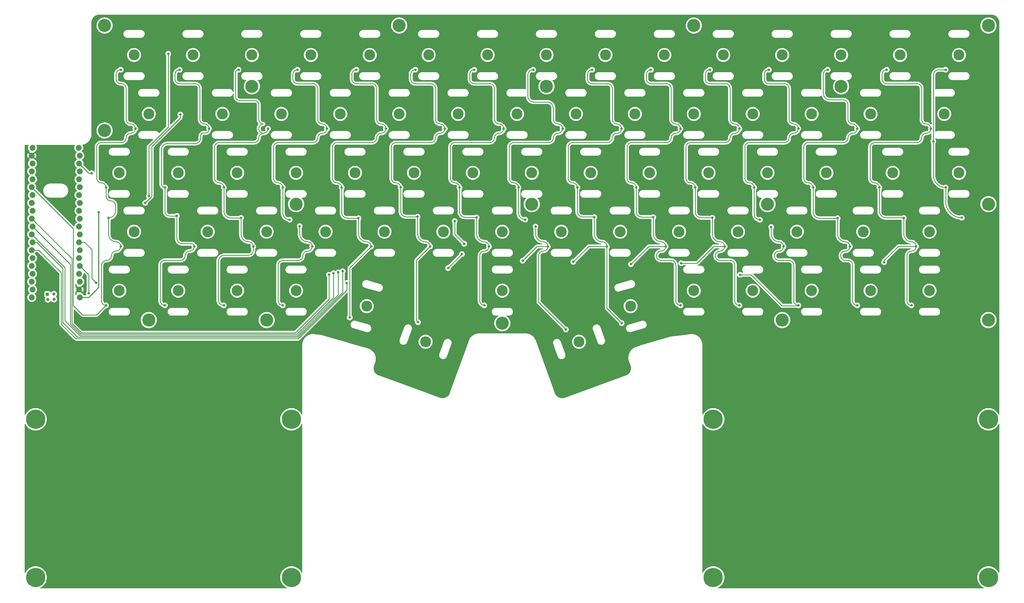
<source format=gbl>
G04 #@! TF.GenerationSoftware,KiCad,Pcbnew,(6.0.7-1)-1*
G04 #@! TF.CreationDate,2022-08-16T19:54:08+02:00*
G04 #@! TF.ProjectId,keychron-optical-keyboard,6b657963-6872-46f6-9e2d-6f7074696361,rev?*
G04 #@! TF.SameCoordinates,Original*
G04 #@! TF.FileFunction,Copper,L2,Bot*
G04 #@! TF.FilePolarity,Positive*
%FSLAX46Y46*%
G04 Gerber Fmt 4.6, Leading zero omitted, Abs format (unit mm)*
G04 Created by KiCad (PCBNEW (6.0.7-1)-1) date 2022-08-16 19:54:08*
%MOMM*%
%LPD*%
G01*
G04 APERTURE LIST*
G04 #@! TA.AperFunction,ComponentPad*
%ADD10C,4.200000*%
G04 #@! TD*
G04 #@! TA.AperFunction,ComponentPad*
%ADD11C,6.200000*%
G04 #@! TD*
G04 #@! TA.AperFunction,WasherPad*
%ADD12C,3.500000*%
G04 #@! TD*
G04 #@! TA.AperFunction,ComponentPad*
%ADD13C,1.879600*%
G04 #@! TD*
G04 #@! TA.AperFunction,SMDPad,CuDef*
%ADD14R,1.000000X1.000000*%
G04 #@! TD*
G04 #@! TA.AperFunction,SMDPad,CuDef*
%ADD15C,1.000000*%
G04 #@! TD*
G04 #@! TA.AperFunction,ViaPad*
%ADD16C,0.800000*%
G04 #@! TD*
G04 #@! TA.AperFunction,Conductor*
%ADD17C,0.250000*%
G04 #@! TD*
G04 #@! TA.AperFunction,Conductor*
%ADD18C,0.350000*%
G04 #@! TD*
G04 APERTURE END LIST*
D10*
X9500000Y9500000D03*
D11*
X-12750000Y-168500000D03*
D12*
X266000000Y0D03*
D10*
X294500000Y9500000D03*
X9500000Y-24350000D03*
D11*
X205750000Y-117500000D03*
D12*
X14250000Y-38000000D03*
X275500000Y-76000000D03*
X90250000Y-38000000D03*
X137750000Y-57000000D03*
X133000000Y0D03*
X71250000Y-76000000D03*
D10*
X199500000Y9500000D03*
D12*
X199500000Y-76000000D03*
X280250000Y-19000000D03*
D11*
X294500000Y-168500000D03*
D12*
X185250000Y-38000000D03*
X128250000Y-38000000D03*
X152000000Y0D03*
X113000000Y-92500000D03*
X285000000Y0D03*
X85500000Y-19000000D03*
X218500000Y-76000000D03*
X247000000Y0D03*
X99750000Y-57000000D03*
X285000000Y-38000000D03*
X275500000Y-57000000D03*
D10*
X137750000Y-86500000D03*
D12*
X104500000Y-19000000D03*
D10*
X61750000Y-85500000D03*
D12*
X218500000Y-19000000D03*
X237500000Y-19000000D03*
D10*
X71250000Y-48100000D03*
D12*
X242250000Y-38000000D03*
D10*
X223250000Y-48100000D03*
D12*
X38000000Y0D03*
X61750000Y-57000000D03*
X147250000Y-38000000D03*
X114000000Y0D03*
X256500000Y-19000000D03*
X161500000Y-19000000D03*
X137750000Y-76000000D03*
X171000000Y0D03*
X42750000Y-57000000D03*
X199500000Y-19000000D03*
X52250000Y-38000000D03*
D11*
X-12750000Y-117500000D03*
D12*
X166250000Y-38000000D03*
X66500000Y-19000000D03*
X194750000Y-57000000D03*
X209000000Y0D03*
X213750000Y-57000000D03*
X162500000Y-92500000D03*
X71250000Y-38000000D03*
X118750000Y-57000000D03*
X228000000Y0D03*
X180500000Y-19000000D03*
D10*
X57000000Y-10100000D03*
D12*
X223250000Y-38000000D03*
D10*
X294500000Y-85500000D03*
X147250000Y-48100000D03*
D11*
X69750000Y-117500000D03*
D12*
X57000000Y0D03*
X80750000Y-57000000D03*
X19000000Y0D03*
X76000000Y0D03*
X19000000Y-57000000D03*
X33250000Y-38000000D03*
D10*
X152000000Y-10100000D03*
D12*
X204250000Y-38000000D03*
D10*
X104500000Y9500000D03*
D12*
X52250000Y-76000000D03*
X190000000Y0D03*
X23750000Y-19000000D03*
X237500000Y-76000000D03*
X33250000Y-76000000D03*
D10*
X23750000Y-85500000D03*
X294500000Y-48100000D03*
D12*
X254125000Y-57000000D03*
X256500000Y-76000000D03*
X47500000Y-19000000D03*
D10*
X247000000Y-10100000D03*
D12*
X175750000Y-57000000D03*
D11*
X294500000Y-117500000D03*
D12*
X179100000Y-81000000D03*
D10*
X228000000Y-85500000D03*
D12*
X14250000Y-76000000D03*
X156750000Y-57000000D03*
D11*
X69750000Y-168500000D03*
D12*
X94025000Y-81000000D03*
D11*
X205750000Y-168500000D03*
D12*
X123500000Y-19000000D03*
D13*
X1150000Y-29900000D03*
X1497000Y-32440000D03*
X1243000Y-34980000D03*
X1497000Y-37520000D03*
X1243000Y-40060000D03*
X1497000Y-42600000D03*
X1243000Y-45140000D03*
X1497000Y-47680000D03*
X1243000Y-50220000D03*
X1497000Y-52760000D03*
X1243000Y-55300000D03*
X1497000Y-57840000D03*
X1243000Y-60380000D03*
X1497000Y-62920000D03*
X1243000Y-65460000D03*
X1497000Y-68000000D03*
X1243000Y-70540000D03*
X1497000Y-73080000D03*
X1243000Y-75620000D03*
X1497000Y-78160000D03*
X-13997000Y-78160000D03*
X-13743000Y-75620000D03*
X-13997000Y-73080000D03*
X-13743000Y-70540000D03*
X-13997000Y-68000000D03*
X-13743000Y-65460000D03*
X-13997000Y-62920000D03*
X-13743000Y-60380000D03*
X-13997000Y-57840000D03*
X-13743000Y-55300000D03*
X-13997000Y-52760000D03*
X-13743000Y-50220000D03*
X-13997000Y-47680000D03*
X-13743000Y-45140000D03*
X-13997000Y-42600000D03*
X-13743000Y-40060000D03*
X-13997000Y-37520000D03*
X-13743000Y-34980000D03*
X-13997000Y-32440000D03*
X-13750000Y-29900000D03*
D14*
X-8950000Y-77200000D03*
D15*
X-8780000Y-78880000D03*
X-6850000Y-77100000D03*
X-6800000Y-78770000D03*
D12*
X142500000Y-19000000D03*
X263625000Y-38000000D03*
X232750000Y-57000000D03*
X95000000Y0D03*
X109250000Y-38000000D03*
D16*
X257225000Y-61750000D03*
X17350000Y-80750000D03*
X259600000Y-23750000D03*
X96410000Y-86260000D03*
X38450000Y-59950000D03*
X288100000Y-4750000D03*
X57450000Y-59950000D03*
X147700000Y-2950000D03*
X88600000Y-23750000D03*
X202600000Y-80750000D03*
X112350000Y-42750000D03*
X66950000Y-40950000D03*
X167040000Y-96170000D03*
X41100000Y-4750000D03*
X209450000Y-59950000D03*
X266725000Y-42750000D03*
X60100000Y-4750000D03*
X76450000Y-59950000D03*
X176250000Y-83180000D03*
X109700000Y-2950000D03*
X214200000Y-78950000D03*
X83850000Y-61750000D03*
X113110000Y-96410000D03*
X14700000Y-59950000D03*
X252200000Y-21950000D03*
X240600000Y-80750000D03*
X271200000Y-59950000D03*
X184100000Y-84170000D03*
X126600000Y-23750000D03*
X161950000Y-40950000D03*
X233200000Y-21950000D03*
X216850000Y-61750000D03*
X288100000Y-42750000D03*
X131350000Y-42750000D03*
X185700000Y-2950000D03*
X85950000Y-40950000D03*
X28950000Y-40950000D03*
X90140000Y-81360000D03*
X81200000Y-21950000D03*
X43200000Y-21950000D03*
X9950000Y-78950000D03*
X142950000Y-40950000D03*
X17350000Y-42750000D03*
X190450000Y-59950000D03*
X123950000Y-40950000D03*
X233200000Y-78950000D03*
X22100000Y-4750000D03*
X250100000Y-4750000D03*
X235850000Y-61750000D03*
X207350000Y-42750000D03*
X104950000Y-40950000D03*
X45850000Y-61750000D03*
X64850000Y-61750000D03*
X169350000Y-42750000D03*
X133450000Y-59950000D03*
X150350000Y-42750000D03*
X252200000Y-78950000D03*
X19450000Y-21950000D03*
X278600000Y-61750000D03*
X157200000Y-21950000D03*
X259600000Y-80750000D03*
X231100000Y-4750000D03*
X221600000Y-23750000D03*
X28950000Y-78950000D03*
X128700000Y-2950000D03*
X221600000Y-80750000D03*
X71700000Y-2950000D03*
X223700000Y-2950000D03*
X136100000Y-4750000D03*
X33700000Y-2950000D03*
X9950000Y-40950000D03*
X228450000Y-59950000D03*
X119040000Y-90630000D03*
X202600000Y-23750000D03*
X22100000Y-61750000D03*
X140850000Y-80750000D03*
X178850000Y-61750000D03*
X55350000Y-80750000D03*
X271200000Y-78950000D03*
X183600000Y-23750000D03*
X283350000Y-23750000D03*
X188350000Y-42750000D03*
X159850000Y-61750000D03*
X69600000Y-23750000D03*
X47950000Y-78950000D03*
X249825000Y-59950000D03*
X237950000Y-40950000D03*
X259325000Y-40950000D03*
X121850000Y-61750000D03*
X197850000Y-61750000D03*
X114450000Y-59950000D03*
X269100000Y-4750000D03*
X145600000Y-23750000D03*
X26850000Y-23750000D03*
X52700000Y-2950000D03*
X199950000Y-40950000D03*
X155100000Y-4750000D03*
X174100000Y-4750000D03*
X36350000Y-42750000D03*
X242700000Y-2950000D03*
X55350000Y-42750000D03*
X176200000Y-21950000D03*
X93350000Y-42750000D03*
X165610000Y-87030000D03*
X47950000Y-40950000D03*
X98100000Y-4750000D03*
X133450000Y-78950000D03*
X74350000Y-80750000D03*
X166700000Y-2950000D03*
X100200000Y-21950000D03*
X79100000Y-4750000D03*
X152450000Y-59950000D03*
X119200000Y-21950000D03*
X14700000Y-2950000D03*
X275950000Y-21950000D03*
X180950000Y-40950000D03*
X218950000Y-40950000D03*
X164600000Y-23750000D03*
X116340000Y-52200000D03*
X280700000Y-2950000D03*
X171450000Y-59950000D03*
X62200000Y-21950000D03*
X90700000Y-2950000D03*
X226350000Y-42750000D03*
X280700000Y-40950000D03*
X102850000Y-61750000D03*
X117100000Y-4750000D03*
X214200000Y-21950000D03*
X107600000Y-23750000D03*
X50600000Y-23750000D03*
X278600000Y-80750000D03*
X66950000Y-78950000D03*
X195200000Y-21950000D03*
X140850000Y-61750000D03*
X138200000Y-21950000D03*
X95450000Y-59950000D03*
X204700000Y-2950000D03*
X74350000Y-42750000D03*
X212100000Y-4750000D03*
X36350000Y-80750000D03*
X193100000Y-4750000D03*
X195200000Y-78950000D03*
X240600000Y-23750000D03*
X261700000Y-2950000D03*
X245350000Y-42750000D03*
X19450000Y-23750000D03*
X14700000Y-61750000D03*
X9950000Y-80750000D03*
X10765000Y-52560000D03*
X9950000Y-42750000D03*
X14700000Y-4750000D03*
X28950000Y-42750000D03*
X38450000Y-61750000D03*
X28950000Y-80750000D03*
X43200000Y-23750000D03*
X33700000Y-4750000D03*
X32780000Y-51900000D03*
X47950000Y-80750000D03*
X4370000Y-76830000D03*
X47950000Y-42750000D03*
X62200000Y-23750000D03*
X52700000Y-4750000D03*
X53490000Y-52520000D03*
X57450000Y-61750000D03*
X72400000Y-55210000D03*
X76450000Y-61750000D03*
X69190000Y-53120000D03*
X66950000Y-80750000D03*
X66950000Y-42750000D03*
X71700000Y-4750000D03*
X81200000Y-23750000D03*
X95450000Y-61750000D03*
X88543559Y-84656390D03*
X100200000Y-23750000D03*
X90700000Y-4750000D03*
X85950000Y-42750000D03*
X91380000Y-52630000D03*
X110560000Y-86190000D03*
X104950000Y-42750000D03*
X114450000Y-61750000D03*
X119200000Y-23750000D03*
X110420000Y-52140000D03*
X109700000Y-4750000D03*
X133450000Y-61750000D03*
X129440000Y-52380000D03*
X138200000Y-23750000D03*
X123950000Y-42750000D03*
X131950000Y-80750000D03*
X128700000Y-4750000D03*
X142950000Y-42750000D03*
X147700000Y-4750000D03*
X152450000Y-61750000D03*
X144322299Y-66357701D03*
X157200000Y-23750000D03*
X158250000Y-88530000D03*
X145140000Y-53110000D03*
X81860000Y-70870000D03*
X148450000Y-55340000D03*
X171450000Y-61750000D03*
X167410000Y-52290000D03*
X160630000Y-66720000D03*
X166700000Y-4750000D03*
X176200000Y-23750000D03*
X83290000Y-70380000D03*
X176237114Y-86475596D03*
X161950000Y-42750000D03*
X195200000Y-23750000D03*
X195200000Y-80750000D03*
X186420000Y-52310000D03*
X84830000Y-70100000D03*
X180950000Y-42750000D03*
X190450000Y-61750000D03*
X185700000Y-4750000D03*
X179240000Y-67460000D03*
X205470000Y-52470000D03*
X199950000Y-42750000D03*
X204700000Y-4750000D03*
X209450000Y-61750000D03*
X214200000Y-80750000D03*
X86270000Y-69740000D03*
X195430000Y-67160000D03*
X214200000Y-23750000D03*
X218950000Y-42750000D03*
X233200000Y-23750000D03*
X220810000Y-53170000D03*
X223700000Y-4750000D03*
X224460000Y-55480000D03*
X214430000Y-70890000D03*
X87560000Y-73530000D03*
X228450000Y-61750000D03*
X233200000Y-80750000D03*
X252200000Y-80750000D03*
X249825000Y-61750000D03*
X245860000Y-52620000D03*
X237950000Y-42750000D03*
X242700000Y-4750000D03*
X252200000Y-23750000D03*
X267190000Y-52560000D03*
X271200000Y-61750000D03*
X269700000Y-80750000D03*
X261700000Y-4750000D03*
X259325000Y-42750000D03*
X260860000Y-66860000D03*
X275950000Y-23750000D03*
X280700000Y-4750000D03*
X276730000Y-27880000D03*
X280700000Y-42750000D03*
X285920000Y-52490000D03*
X23737042Y-45518359D03*
X30030000Y400000D03*
X22590000Y-47690000D03*
X33950000Y-19190000D03*
X5330000Y-38120000D03*
X6770000Y-73430000D03*
X7630000Y-50770000D03*
X124730000Y-64210000D03*
X120260000Y-68730000D03*
X122390000Y-53590000D03*
X125490000Y-60910000D03*
D17*
X9950000Y-42750000D02*
X9950000Y-45570000D01*
X-601497Y-55995503D02*
X-601497Y-80788503D01*
X13010000Y-48630000D02*
X13010000Y-50360000D01*
X-601497Y-80788503D02*
X2440000Y-83830000D01*
X6950000Y-39750000D02*
X6950000Y-29750000D01*
X-13997000Y-42600000D02*
X-601497Y-55995503D01*
X10765000Y-57815000D02*
X10765000Y-52560000D01*
X14950000Y-28250000D02*
X8450000Y-28250000D01*
X8450000Y-79250000D02*
X8450000Y-67980000D01*
X10200000Y-66250000D02*
X10180000Y-66250000D01*
X13200000Y-6250000D02*
X13200000Y-7750000D01*
X2440000Y-83830000D02*
X6870000Y-83830000D01*
X16450000Y-20750000D02*
X16450000Y-10750000D01*
X14700000Y-9250000D02*
X14950000Y-9250000D01*
X10810000Y-52560000D02*
X10765000Y-52560000D01*
X6870000Y-83830000D02*
X9950000Y-80750000D01*
X17950000Y-25250000D02*
G75*
G03*
X19450000Y-23750000I0J1500000D01*
G01*
X13010000Y-48630000D02*
G75*
G03*
X11370000Y-46990000I-1640000J0D01*
G01*
X9950000Y-42750000D02*
G75*
G03*
X8450000Y-41250000I-1500000J0D01*
G01*
X13200000Y-7750000D02*
G75*
G03*
X14700000Y-9250000I1500000J0D01*
G01*
X10200000Y-66250000D02*
G75*
G03*
X11700000Y-64750000I0J1500000D01*
G01*
X10810000Y-52560000D02*
G75*
G03*
X13010000Y-50360000I0J2200000D01*
G01*
X17950000Y-25250000D02*
G75*
G03*
X16450000Y-26750000I0J-1500000D01*
G01*
X14950000Y-28250000D02*
G75*
G03*
X16450000Y-26750000I0J1500000D01*
G01*
X8450000Y-79250000D02*
G75*
G03*
X9950000Y-80750000I1500000J0D01*
G01*
X14700000Y-61750000D02*
G75*
G03*
X13200000Y-60250000I-1500000J0D01*
G01*
X8450000Y-28250000D02*
G75*
G03*
X6950000Y-29750000I0J-1500000D01*
G01*
X11370000Y-46990000D02*
G75*
G02*
X9950000Y-45570000I0J1420000D01*
G01*
X16450000Y-20750000D02*
G75*
G03*
X17950000Y-22250000I1500000J0D01*
G01*
X6950000Y-39750000D02*
G75*
G03*
X8450000Y-41250000I1500000J0D01*
G01*
X16450000Y-10750000D02*
G75*
G03*
X14950000Y-9250000I-1500000J0D01*
G01*
X13200000Y-60250000D02*
G75*
G02*
X10765000Y-57815000I0J2435000D01*
G01*
X14700000Y-4750000D02*
G75*
G03*
X13200000Y-6250000I0J-1500000D01*
G01*
X8450000Y-67980000D02*
G75*
G02*
X10180000Y-66250000I1730000J0D01*
G01*
X19450000Y-23750000D02*
G75*
G03*
X17950000Y-22250000I-1500000J0D01*
G01*
X13200000Y-63250000D02*
G75*
G03*
X14700000Y-61750000I0J1500000D01*
G01*
X13200000Y-63250000D02*
G75*
G03*
X11700000Y-64750000I0J-1500000D01*
G01*
X42080000Y-25160000D02*
X41380000Y-25160000D01*
X30440000Y-51930000D02*
X32750000Y-51930000D01*
X32200000Y-6250000D02*
X32200000Y-7750000D01*
X33700000Y-9250000D02*
X38700000Y-9250000D01*
X27450000Y-79250000D02*
X27450000Y-67750000D01*
X32780000Y-51900000D02*
X32780000Y-59040000D01*
X27790000Y-30590000D02*
X27790000Y-41590000D01*
X43200000Y-23750000D02*
X43200000Y-24040000D01*
X40200000Y-20750000D02*
X40200000Y-10750000D01*
X38780000Y-28540000D02*
X29840000Y-28540000D01*
X34610000Y-60870000D02*
X37570000Y-60870000D01*
X40430000Y-26110000D02*
X40430000Y-26890000D01*
X28950000Y-42750000D02*
X28950000Y-50440000D01*
X33950000Y-66250000D02*
X28950000Y-66250000D01*
X28950000Y-42750000D02*
G75*
G02*
X27790000Y-41590000I0J1160000D01*
G01*
X42080000Y-25160000D02*
G75*
G03*
X43200000Y-24040000I0J1120000D01*
G01*
X30440000Y-51930000D02*
G75*
G02*
X28950000Y-50440000I0J1490000D01*
G01*
X43200000Y-23750000D02*
G75*
G03*
X41700000Y-22250000I-1500000J0D01*
G01*
X40200000Y-20750000D02*
G75*
G03*
X41700000Y-22250000I1500000J0D01*
G01*
X28950000Y-66250000D02*
G75*
G03*
X27450000Y-67750000I0J-1500000D01*
G01*
X36950000Y-63250000D02*
G75*
G03*
X38450000Y-61750000I0J1500000D01*
G01*
X33700000Y-4750000D02*
G75*
G03*
X32200000Y-6250000I0J-1500000D01*
G01*
X33950000Y-66250000D02*
G75*
G03*
X35450000Y-64750000I0J1500000D01*
G01*
X27790000Y-30590000D02*
G75*
G02*
X29840000Y-28540000I2050000J0D01*
G01*
X38450000Y-61750000D02*
G75*
G03*
X37570000Y-60870000I-880000J0D01*
G01*
X27450000Y-79250000D02*
G75*
G03*
X28950000Y-80750000I1500000J0D01*
G01*
X32780000Y-51900000D02*
G75*
G02*
X32750000Y-51930000I-30000J0D01*
G01*
X38780000Y-28540000D02*
G75*
G03*
X40430000Y-26890000I0J1650000D01*
G01*
X36950000Y-63250000D02*
G75*
G03*
X35450000Y-64750000I0J-1500000D01*
G01*
X40430000Y-26110000D02*
G75*
G02*
X41380000Y-25160000I950000J0D01*
G01*
X34610000Y-60870000D02*
G75*
G02*
X32780000Y-59040000I0J1830000D01*
G01*
X32200000Y-7750000D02*
G75*
G03*
X33700000Y-9250000I1500000J0D01*
G01*
X40200000Y-10750000D02*
G75*
G03*
X38700000Y-9250000I-1500000J0D01*
G01*
X57700000Y-28250000D02*
X46450000Y-28250000D01*
X59200000Y-20750000D02*
X59200000Y-15930000D01*
X50110000Y-52560000D02*
X53450000Y-52560000D01*
X47950000Y-42750000D02*
X47950000Y-50400000D01*
X44950000Y-39750000D02*
X44950000Y-29750000D01*
X57970000Y-14700000D02*
X53110000Y-14700000D01*
X55850000Y-64590000D02*
X48160000Y-64590000D01*
X57450000Y-61750000D02*
X57450000Y-62990000D01*
X46160000Y-66590000D02*
X46160000Y-78960000D01*
X4370000Y-76830000D02*
X4370000Y-70873000D01*
X51740000Y-13330000D02*
X51740000Y-5710000D01*
X4370000Y-70873000D02*
X1497000Y-68000000D01*
X53490000Y-52520000D02*
X53490000Y-57790000D01*
X46160000Y-66590000D02*
G75*
G02*
X48160000Y-64590000I2000000J0D01*
G01*
X57700000Y-28250000D02*
G75*
G03*
X59200000Y-26750000I0J1500000D01*
G01*
X57970000Y-14700000D02*
G75*
G02*
X59200000Y-15930000I0J-1230000D01*
G01*
X50110000Y-52560000D02*
G75*
G02*
X47950000Y-50400000I0J2160000D01*
G01*
X47950000Y-80750000D02*
G75*
G02*
X46160000Y-78960000I0J1790000D01*
G01*
X52700000Y-4750000D02*
G75*
G03*
X51740000Y-5710000I0J-960000D01*
G01*
X60700000Y-25250000D02*
G75*
G03*
X59200000Y-26750000I0J-1500000D01*
G01*
X60700000Y-25250000D02*
G75*
G03*
X62200000Y-23750000I0J1500000D01*
G01*
X46450000Y-28250000D02*
G75*
G03*
X44950000Y-29750000I0J-1500000D01*
G01*
X60700000Y-22250000D02*
G75*
G03*
X62200000Y-23750000I0J-1500000D01*
G01*
X51740000Y-13330000D02*
G75*
G03*
X53110000Y-14700000I1370000J0D01*
G01*
X55850000Y-64590000D02*
G75*
G03*
X57450000Y-62990000I0J1600000D01*
G01*
X47950000Y-42750000D02*
G75*
G03*
X46450000Y-41250000I-1500000J0D01*
G01*
X44950000Y-39750000D02*
G75*
G03*
X46450000Y-41250000I1500000J0D01*
G01*
X55950000Y-60250000D02*
G75*
G02*
X53490000Y-57790000I0J2460000D01*
G01*
X59200000Y-20750000D02*
G75*
G03*
X60700000Y-22250000I1500000J0D01*
G01*
X57450000Y-61750000D02*
G75*
G03*
X55950000Y-60250000I-1500000J0D01*
G01*
X53490000Y-52520000D02*
G75*
G02*
X53450000Y-52560000I-40000J0D01*
G01*
X70200000Y-6250000D02*
X70200000Y-7750000D01*
X72400000Y-55210000D02*
X72400000Y-57700000D01*
X63950000Y-39750000D02*
X63950000Y-29750000D01*
X65450000Y-79250000D02*
X65450000Y-67750000D01*
X66950000Y-42750000D02*
X66950000Y-50880000D01*
X76700000Y-28250000D02*
X65450000Y-28250000D01*
X78200000Y-20750000D02*
X78200000Y-10750000D01*
X71950000Y-66250000D02*
X66950000Y-66250000D01*
X71700000Y-9250000D02*
X76700000Y-9250000D01*
X74950000Y-63250000D02*
G75*
G03*
X76450000Y-61750000I0J1500000D01*
G01*
X81200000Y-23750000D02*
G75*
G03*
X79700000Y-22250000I-1500000J0D01*
G01*
X70200000Y-7750000D02*
G75*
G03*
X71700000Y-9250000I1500000J0D01*
G01*
X78200000Y-10750000D02*
G75*
G03*
X76700000Y-9250000I-1500000J0D01*
G01*
X66950000Y-42750000D02*
G75*
G03*
X65450000Y-41250000I-1500000J0D01*
G01*
X78200000Y-20750000D02*
G75*
G03*
X79700000Y-22250000I1500000J0D01*
G01*
X65450000Y-28250000D02*
G75*
G03*
X63950000Y-29750000I0J-1500000D01*
G01*
X76450000Y-61750000D02*
G75*
G03*
X74950000Y-60250000I-1500000J0D01*
G01*
X66950000Y-66250000D02*
G75*
G03*
X65450000Y-67750000I0J-1500000D01*
G01*
X65450000Y-79250000D02*
G75*
G03*
X66950000Y-80750000I1500000J0D01*
G01*
X76700000Y-28250000D02*
G75*
G03*
X78200000Y-26750000I0J1500000D01*
G01*
X69190000Y-53120000D02*
G75*
G02*
X66950000Y-50880000I0J2240000D01*
G01*
X79700000Y-25250000D02*
G75*
G03*
X81200000Y-23750000I0J1500000D01*
G01*
X74950000Y-63250000D02*
G75*
G03*
X73450000Y-64750000I0J-1500000D01*
G01*
X63950000Y-39750000D02*
G75*
G03*
X65450000Y-41250000I1500000J0D01*
G01*
X71950000Y-66250000D02*
G75*
G03*
X73450000Y-64750000I0J1500000D01*
G01*
X79700000Y-25250000D02*
G75*
G03*
X78200000Y-26750000I0J-1500000D01*
G01*
X74950000Y-60250000D02*
G75*
G02*
X72400000Y-57700000I0J2550000D01*
G01*
X71700000Y-4750000D02*
G75*
G03*
X70200000Y-6250000I0J-1500000D01*
G01*
X95700000Y-28250000D02*
X84450000Y-28250000D01*
X88543559Y-68656441D02*
X95450000Y-61750000D01*
X97200000Y-20750000D02*
X97200000Y-10750000D01*
X88543559Y-84656390D02*
X88543559Y-68656441D01*
X82950000Y-39750000D02*
X82950000Y-29750000D01*
X89200000Y-6250000D02*
X89200000Y-7750000D01*
X87670000Y-52590000D02*
X91340000Y-52590000D01*
X91380000Y-52630000D02*
X91380000Y-57680000D01*
X90700000Y-9250000D02*
X95700000Y-9250000D01*
X85950000Y-42750000D02*
X85950000Y-50870000D01*
X82950000Y-39750000D02*
G75*
G03*
X84450000Y-41250000I1500000J0D01*
G01*
X85950000Y-42750000D02*
G75*
G03*
X84450000Y-41250000I-1500000J0D01*
G01*
X98700000Y-25250000D02*
G75*
G03*
X97200000Y-26750000I0J-1500000D01*
G01*
X90700000Y-4750000D02*
G75*
G03*
X89200000Y-6250000I0J-1500000D01*
G01*
X97200000Y-10750000D02*
G75*
G03*
X95700000Y-9250000I-1500000J0D01*
G01*
X84450000Y-28250000D02*
G75*
G03*
X82950000Y-29750000I0J-1500000D01*
G01*
X97200000Y-20750000D02*
G75*
G03*
X98700000Y-22250000I1500000J0D01*
G01*
X95450000Y-61750000D02*
G75*
G03*
X93950000Y-60250000I-1500000J0D01*
G01*
X87670000Y-52590000D02*
G75*
G02*
X85950000Y-50870000I0J1720000D01*
G01*
X100200000Y-23750000D02*
G75*
G03*
X98700000Y-22250000I-1500000J0D01*
G01*
X98700000Y-25250000D02*
G75*
G03*
X100200000Y-23750000I0J1500000D01*
G01*
X93950000Y-60250000D02*
G75*
G02*
X91380000Y-57680000I0J2570000D01*
G01*
X89200000Y-7750000D02*
G75*
G03*
X90700000Y-9250000I1500000J0D01*
G01*
X95700000Y-28250000D02*
G75*
G03*
X97200000Y-26750000I0J1500000D01*
G01*
X91380000Y-52630000D02*
G75*
G03*
X91340000Y-52590000I-40000J0D01*
G01*
X114700000Y-28250000D02*
X103450000Y-28250000D01*
X110050000Y-85510000D02*
X110050000Y-66150000D01*
X110050000Y-66150000D02*
X114450000Y-61750000D01*
X110420000Y-52140000D02*
X110420000Y-57720000D01*
X108200000Y-6250000D02*
X108200000Y-7750000D01*
X110560000Y-86190000D02*
X110050000Y-85680000D01*
X109700000Y-9250000D02*
X114700000Y-9250000D01*
X116200000Y-20750000D02*
X116200000Y-10750000D01*
X106710000Y-52180000D02*
X110380000Y-52180000D01*
X104950000Y-42750000D02*
X104950000Y-50420000D01*
X101950000Y-39750000D02*
X101950000Y-29750000D01*
X110050000Y-85680000D02*
X110050000Y-85510000D01*
X114700000Y-28250000D02*
G75*
G03*
X116200000Y-26750000I0J1500000D01*
G01*
X106710000Y-52180000D02*
G75*
G02*
X104950000Y-50420000I0J1760000D01*
G01*
X104950000Y-42750000D02*
G75*
G03*
X103450000Y-41250000I-1500000J0D01*
G01*
X112950000Y-60250000D02*
G75*
G02*
X110420000Y-57720000I0J2530000D01*
G01*
X116200000Y-10750000D02*
G75*
G03*
X114700000Y-9250000I-1500000J0D01*
G01*
X117700000Y-25250000D02*
G75*
G03*
X116200000Y-26750000I0J-1500000D01*
G01*
X108200000Y-7750000D02*
G75*
G03*
X109700000Y-9250000I1500000J0D01*
G01*
X109700000Y-4750000D02*
G75*
G03*
X108200000Y-6250000I0J-1500000D01*
G01*
X114450000Y-61750000D02*
G75*
G03*
X112950000Y-60250000I-1500000J0D01*
G01*
X116200000Y-20750000D02*
G75*
G03*
X117700000Y-22250000I1500000J0D01*
G01*
X101950000Y-39750000D02*
G75*
G03*
X103450000Y-41250000I1500000J0D01*
G01*
X117700000Y-25250000D02*
G75*
G03*
X119200000Y-23750000I0J1500000D01*
G01*
X103450000Y-28250000D02*
G75*
G03*
X101950000Y-29750000I0J-1500000D01*
G01*
X110420000Y-52140000D02*
G75*
G02*
X110380000Y-52180000I-40000J0D01*
G01*
X119200000Y-23750000D02*
G75*
G03*
X117700000Y-22250000I-1500000J0D01*
G01*
X125730000Y-52340000D02*
X129400000Y-52340000D01*
X128700000Y-9250000D02*
X133700000Y-9250000D01*
X130450000Y-79250000D02*
X130450000Y-67750000D01*
X127200000Y-6250000D02*
X127200000Y-7750000D01*
X133700000Y-28250000D02*
X122450000Y-28250000D01*
X129440000Y-52380000D02*
X129440000Y-57740000D01*
X123950000Y-42750000D02*
X123950000Y-50560000D01*
X120950000Y-39750000D02*
X120950000Y-29750000D01*
X130450000Y-64750000D02*
X130450000Y-67750000D01*
X135200000Y-20750000D02*
X135200000Y-10750000D01*
X131950000Y-63250000D02*
G75*
G03*
X133450000Y-61750000I0J1500000D01*
G01*
X133700000Y-28250000D02*
G75*
G03*
X135200000Y-26750000I0J1500000D01*
G01*
X125730000Y-52340000D02*
G75*
G02*
X123950000Y-50560000I0J1780000D01*
G01*
X128700000Y-4750000D02*
G75*
G03*
X127200000Y-6250000I0J-1500000D01*
G01*
X122450000Y-28250000D02*
G75*
G03*
X120950000Y-29750000I0J-1500000D01*
G01*
X127200000Y-7750000D02*
G75*
G03*
X128700000Y-9250000I1500000J0D01*
G01*
X138200000Y-23750000D02*
G75*
G03*
X136700000Y-22250000I-1500000J0D01*
G01*
X129440000Y-52380000D02*
G75*
G03*
X129400000Y-52340000I-40000J0D01*
G01*
X135200000Y-10750000D02*
G75*
G03*
X133700000Y-9250000I-1500000J0D01*
G01*
X133450000Y-61750000D02*
G75*
G03*
X131950000Y-60250000I-1500000J0D01*
G01*
X136700000Y-25250000D02*
G75*
G03*
X138200000Y-23750000I0J1500000D01*
G01*
X136700000Y-25250000D02*
G75*
G03*
X135200000Y-26750000I0J-1500000D01*
G01*
X130450000Y-79250000D02*
G75*
G03*
X131950000Y-80750000I1500000J0D01*
G01*
X123950000Y-42750000D02*
G75*
G03*
X122450000Y-41250000I-1500000J0D01*
G01*
X135200000Y-20750000D02*
G75*
G03*
X136700000Y-22250000I1500000J0D01*
G01*
X120950000Y-39750000D02*
G75*
G03*
X122450000Y-41250000I1500000J0D01*
G01*
X131950000Y-63250000D02*
G75*
G03*
X130450000Y-64750000I0J-1500000D01*
G01*
X131950000Y-60250000D02*
G75*
G02*
X129440000Y-57740000I0J2510000D01*
G01*
X148450000Y-55340000D02*
X148450000Y-57750000D01*
X71029002Y-89620998D02*
X81860000Y-78790000D01*
X152700000Y-28250000D02*
X141450000Y-28250000D01*
X-13997000Y-52760000D02*
X-1050997Y-65706003D01*
X154170000Y-20720000D02*
X154170000Y-17080000D01*
X142950000Y-42750000D02*
X142950000Y-50920000D01*
X147840000Y-15170000D02*
X152260000Y-15170000D01*
X149450000Y-79730000D02*
X158250000Y-88530000D01*
X-1050997Y-86593313D02*
X1976688Y-89620998D01*
X152450000Y-61750000D02*
X148930000Y-61750000D01*
X139950000Y-39750000D02*
X139950000Y-29750000D01*
X149450000Y-64750000D02*
X149450000Y-79590000D01*
X1976688Y-89620998D02*
X71029002Y-89620998D01*
X-1050997Y-65706003D02*
X-1050997Y-86593313D01*
X145950000Y-6500000D02*
X145950000Y-13280000D01*
X81860000Y-78790000D02*
X81860000Y-70870000D01*
X149450000Y-79590000D02*
X149450000Y-79730000D01*
X148930000Y-61750000D02*
X144322299Y-66357701D01*
X155700000Y-25250000D02*
G75*
G03*
X154200000Y-26750000I0J-1500000D01*
G01*
X141450000Y-28250000D02*
G75*
G03*
X139950000Y-29750000I0J-1500000D01*
G01*
X150950000Y-60250000D02*
G75*
G02*
X148450000Y-57750000I0J2500000D01*
G01*
X145140000Y-53110000D02*
G75*
G02*
X142950000Y-50920000I0J2190000D01*
G01*
X152450000Y-61750000D02*
G75*
G03*
X150950000Y-60250000I-1500000J0D01*
G01*
X154170000Y-20720000D02*
G75*
G03*
X155700000Y-22250000I1530000J0D01*
G01*
X139950000Y-39750000D02*
G75*
G03*
X141450000Y-41250000I1500000J0D01*
G01*
X154170000Y-17080000D02*
G75*
G03*
X152260000Y-15170000I-1910000J0D01*
G01*
X145950000Y-6500000D02*
G75*
G02*
X147700000Y-4750000I1750000J0D01*
G01*
X150950000Y-63250000D02*
G75*
G03*
X152450000Y-61750000I0J1500000D01*
G01*
X152700000Y-28250000D02*
G75*
G03*
X154200000Y-26750000I0J1500000D01*
G01*
X142950000Y-42750000D02*
G75*
G03*
X141450000Y-41250000I-1500000J0D01*
G01*
X155700000Y-25250000D02*
G75*
G03*
X157200000Y-23750000I0J1500000D01*
G01*
X147840000Y-15170000D02*
G75*
G02*
X145950000Y-13280000I0J1890000D01*
G01*
X157200000Y-23750000D02*
G75*
G03*
X155700000Y-22250000I-1500000J0D01*
G01*
X150950000Y-63250000D02*
G75*
G03*
X149450000Y-64750000I0J-1500000D01*
G01*
X163630000Y-52210000D02*
X167330000Y-52210000D01*
X160630000Y-66720000D02*
X165600000Y-61750000D01*
X161950000Y-42750000D02*
X161950000Y-50530000D01*
X158950000Y-39750000D02*
X158950000Y-29750000D01*
X-1500997Y-67542003D02*
X-1500997Y-86779003D01*
X83290000Y-78282930D02*
X83290000Y-70380000D01*
X165200000Y-6250000D02*
X165200000Y-7750000D01*
X173200000Y-20750000D02*
X173200000Y-10750000D01*
X171450000Y-61750000D02*
X171450000Y-81688482D01*
X171700000Y-28250000D02*
X160450000Y-28250000D01*
X167410000Y-52290000D02*
X167410000Y-57710000D01*
X171450000Y-81688482D02*
X176237114Y-86475596D01*
X-13743000Y-55300000D02*
X-1500997Y-67542003D01*
X-1500997Y-86779003D02*
X1790499Y-90070499D01*
X166700000Y-9250000D02*
X171700000Y-9250000D01*
X165600000Y-61750000D02*
X171450000Y-61750000D01*
X1790499Y-90070499D02*
X71502431Y-90070499D01*
X71502431Y-90070499D02*
X83290000Y-78282930D01*
X171700000Y-28250000D02*
G75*
G03*
X173200000Y-26750000I0J1500000D01*
G01*
X167410000Y-52290000D02*
G75*
G03*
X167330000Y-52210000I-80000J0D01*
G01*
X173200000Y-20750000D02*
G75*
G03*
X174700000Y-22250000I1500000J0D01*
G01*
X169950000Y-60250000D02*
G75*
G02*
X167410000Y-57710000I0J2540000D01*
G01*
X171450000Y-61750000D02*
G75*
G03*
X169950000Y-60250000I-1500000J0D01*
G01*
X174700000Y-25250000D02*
G75*
G03*
X173200000Y-26750000I0J-1500000D01*
G01*
X174700000Y-25250000D02*
G75*
G03*
X176200000Y-23750000I0J1500000D01*
G01*
X160450000Y-28250000D02*
G75*
G03*
X158950000Y-29750000I0J-1500000D01*
G01*
X158950000Y-39750000D02*
G75*
G03*
X160450000Y-41250000I1500000J0D01*
G01*
X165200000Y-7750000D02*
G75*
G03*
X166700000Y-9250000I1500000J0D01*
G01*
X173200000Y-10750000D02*
G75*
G03*
X171700000Y-9250000I-1500000J0D01*
G01*
X166700000Y-4750000D02*
G75*
G03*
X165200000Y-6250000I0J-1500000D01*
G01*
X161950000Y-42750000D02*
G75*
G03*
X160450000Y-41250000I-1500000J0D01*
G01*
X176200000Y-23750000D02*
G75*
G03*
X174700000Y-22250000I-1500000J0D01*
G01*
X163630000Y-52210000D02*
G75*
G02*
X161950000Y-50530000I0J1680000D01*
G01*
X177950000Y-39750000D02*
X177950000Y-29750000D01*
X186420000Y-52310000D02*
X186420000Y-57720000D01*
X184950000Y-61750000D02*
X190450000Y-61750000D01*
X190700000Y-28250000D02*
X179450000Y-28250000D01*
X71688620Y-90520000D02*
X84830000Y-77378620D01*
X-3310499Y-85605897D02*
X1603604Y-90520000D01*
X-3310499Y-68526501D02*
X-3310499Y-85605897D01*
X185700000Y-9250000D02*
X190700000Y-9250000D01*
X1603604Y-90520000D02*
X71688620Y-90520000D01*
X-13997000Y-57840000D02*
X-3310499Y-68526501D01*
X188950000Y-66250000D02*
X192200000Y-66250000D01*
X84830000Y-77378620D02*
X84830000Y-70100000D01*
X180950000Y-42750000D02*
X180950000Y-50590000D01*
X184200000Y-6250000D02*
X184200000Y-7750000D01*
X192200000Y-20750000D02*
X192200000Y-10750000D01*
X193700000Y-79250000D02*
X193700000Y-67750000D01*
X182630000Y-52270000D02*
X186380000Y-52270000D01*
X179240000Y-67460000D02*
X184950000Y-61750000D01*
X185700000Y-4750000D02*
G75*
G03*
X184200000Y-6250000I0J-1500000D01*
G01*
X193700000Y-67750000D02*
G75*
G03*
X192200000Y-66250000I-1500000J0D01*
G01*
X195200000Y-23750000D02*
G75*
G03*
X193700000Y-22250000I-1500000J0D01*
G01*
X193700000Y-25250000D02*
G75*
G03*
X192200000Y-26750000I0J-1500000D01*
G01*
X192200000Y-10750000D02*
G75*
G03*
X190700000Y-9250000I-1500000J0D01*
G01*
X190700000Y-28250000D02*
G75*
G03*
X192200000Y-26750000I0J1500000D01*
G01*
X192200000Y-20750000D02*
G75*
G03*
X193700000Y-22250000I1500000J0D01*
G01*
X177950000Y-39750000D02*
G75*
G03*
X179450000Y-41250000I1500000J0D01*
G01*
X193700000Y-79250000D02*
G75*
G03*
X195200000Y-80750000I1500000J0D01*
G01*
X180950000Y-42750000D02*
G75*
G03*
X179450000Y-41250000I-1500000J0D01*
G01*
X187450000Y-64750000D02*
G75*
G03*
X188950000Y-66250000I1500000J0D01*
G01*
X188950000Y-63250000D02*
G75*
G03*
X187450000Y-64750000I0J-1500000D01*
G01*
X186420000Y-52310000D02*
G75*
G03*
X186380000Y-52270000I-40000J0D01*
G01*
X184200000Y-7750000D02*
G75*
G03*
X185700000Y-9250000I1500000J0D01*
G01*
X179450000Y-28250000D02*
G75*
G03*
X177950000Y-29750000I0J-1500000D01*
G01*
X190450000Y-61750000D02*
G75*
G03*
X188950000Y-60250000I-1500000J0D01*
G01*
X188950000Y-60250000D02*
G75*
G02*
X186420000Y-57720000I0J2530000D01*
G01*
X188950000Y-63250000D02*
G75*
G03*
X190450000Y-61750000I0J1500000D01*
G01*
X193700000Y-25250000D02*
G75*
G03*
X195200000Y-23750000I0J1500000D01*
G01*
X182630000Y-52270000D02*
G75*
G02*
X180950000Y-50590000I0J1680000D01*
G01*
X203200000Y-6250000D02*
X203200000Y-7750000D01*
X71874310Y-90970000D02*
X86270000Y-76574310D01*
X205470000Y-52470000D02*
X205470000Y-57770000D01*
X-13743000Y-60380000D02*
X-12413923Y-60380000D01*
X211200000Y-20750000D02*
X211200000Y-10750000D01*
X209700000Y-28250000D02*
X198450000Y-28250000D01*
X-4020499Y-68773424D02*
X-4020499Y-86219501D01*
X-12413923Y-60380000D02*
X-4020499Y-68773424D01*
X200500000Y-67160000D02*
X205910000Y-61750000D01*
X196950000Y-39750000D02*
X196950000Y-29750000D01*
X195430000Y-67160000D02*
X200500000Y-67160000D01*
X205910000Y-61750000D02*
X209450000Y-61750000D01*
X201770000Y-52470000D02*
X205470000Y-52470000D01*
X212700000Y-79250000D02*
X212700000Y-67750000D01*
X-4020499Y-86219501D02*
X730000Y-90970000D01*
X204700000Y-9250000D02*
X209700000Y-9250000D01*
X207950000Y-66250000D02*
X211200000Y-66250000D01*
X730000Y-90970000D02*
X71874310Y-90970000D01*
X199950000Y-42750000D02*
X199950000Y-50650000D01*
X86270000Y-76574310D02*
X86270000Y-69740000D01*
X196950000Y-39750000D02*
G75*
G03*
X198450000Y-41250000I1500000J0D01*
G01*
X212700000Y-67750000D02*
G75*
G03*
X211200000Y-66250000I-1500000J0D01*
G01*
X212700000Y-25250000D02*
G75*
G03*
X211200000Y-26750000I0J-1500000D01*
G01*
X201770000Y-52470000D02*
G75*
G02*
X199950000Y-50650000I0J1820000D01*
G01*
X206450000Y-64750000D02*
G75*
G03*
X207950000Y-66250000I1500000J0D01*
G01*
X212700000Y-79250000D02*
G75*
G03*
X214200000Y-80750000I1500000J0D01*
G01*
X198450000Y-28250000D02*
G75*
G03*
X196950000Y-29750000I0J-1500000D01*
G01*
X207950000Y-60250000D02*
G75*
G02*
X205470000Y-57770000I0J2480000D01*
G01*
X207950000Y-63250000D02*
G75*
G03*
X209450000Y-61750000I0J1500000D01*
G01*
X209450000Y-61750000D02*
G75*
G03*
X207950000Y-60250000I-1500000J0D01*
G01*
X203200000Y-7750000D02*
G75*
G03*
X204700000Y-9250000I1500000J0D01*
G01*
X204700000Y-4750000D02*
G75*
G03*
X203200000Y-6250000I0J-1500000D01*
G01*
X211200000Y-20750000D02*
G75*
G03*
X212700000Y-22250000I1500000J0D01*
G01*
X199950000Y-42750000D02*
G75*
G03*
X198450000Y-41250000I-1500000J0D01*
G01*
X211200000Y-10750000D02*
G75*
G03*
X209700000Y-9250000I-1500000J0D01*
G01*
X207950000Y-63250000D02*
G75*
G03*
X206450000Y-64750000I0J-1500000D01*
G01*
X212700000Y-25250000D02*
G75*
G03*
X214200000Y-23750000I0J1500000D01*
G01*
X214200000Y-23750000D02*
G75*
G03*
X212700000Y-22250000I-1500000J0D01*
G01*
X209700000Y-28250000D02*
G75*
G03*
X211200000Y-26750000I0J1500000D01*
G01*
X-4470000Y-70220000D02*
X-4470000Y-86790000D01*
X233080000Y-80870000D02*
X233200000Y-80750000D01*
X227950000Y-80870000D02*
X233080000Y-80870000D01*
X-13997000Y-62920000D02*
X-11770000Y-62920000D01*
X223700000Y-9250000D02*
X228700000Y-9250000D01*
X230200000Y-20750000D02*
X230200000Y-10750000D01*
X215950000Y-39750000D02*
X215950000Y-29750000D01*
X240000Y-91500000D02*
X71980000Y-91500000D01*
X71980000Y-91500000D02*
X87650000Y-75830000D01*
X226950000Y-66250000D02*
X230200000Y-66250000D01*
X231700000Y-79250000D02*
X231700000Y-67750000D01*
X-4750000Y-69940000D02*
X-4470000Y-70220000D01*
X222200000Y-6250000D02*
X222200000Y-7750000D01*
X-4470000Y-86790000D02*
X240000Y-91500000D01*
X87650000Y-73620000D02*
X87560000Y-73530000D01*
X87650000Y-75830000D02*
X87650000Y-73620000D01*
X218950000Y-42750000D02*
X218950000Y-51310000D01*
X224460000Y-55480000D02*
X224460000Y-57760000D01*
X217970000Y-70890000D02*
X227950000Y-80870000D01*
X228700000Y-28250000D02*
X217450000Y-28250000D01*
X214430000Y-70890000D02*
X217970000Y-70890000D01*
X-11770000Y-62920000D02*
X-4750000Y-69940000D01*
X215950000Y-39750000D02*
G75*
G03*
X217450000Y-41250000I1500000J0D01*
G01*
X226950000Y-60250000D02*
G75*
G02*
X224460000Y-57760000I0J2490000D01*
G01*
X226950000Y-63250000D02*
G75*
G03*
X228450000Y-61750000I0J1500000D01*
G01*
X226950000Y-63250000D02*
G75*
G03*
X225450000Y-64750000I0J-1500000D01*
G01*
X231700000Y-25250000D02*
G75*
G03*
X230200000Y-26750000I0J-1500000D01*
G01*
X231700000Y-79250000D02*
G75*
G03*
X233200000Y-80750000I1500000J0D01*
G01*
X220810000Y-53170000D02*
G75*
G02*
X218950000Y-51310000I0J1860000D01*
G01*
X228700000Y-28250000D02*
G75*
G03*
X230200000Y-26750000I0J1500000D01*
G01*
X223700000Y-4750000D02*
G75*
G03*
X222200000Y-6250000I0J-1500000D01*
G01*
X233200000Y-23750000D02*
G75*
G03*
X231700000Y-22250000I-1500000J0D01*
G01*
X225450000Y-64750000D02*
G75*
G03*
X226950000Y-66250000I1500000J0D01*
G01*
X217450000Y-28250000D02*
G75*
G03*
X215950000Y-29750000I0J-1500000D01*
G01*
X230200000Y-20750000D02*
G75*
G03*
X231700000Y-22250000I1500000J0D01*
G01*
X230200000Y-10750000D02*
G75*
G03*
X228700000Y-9250000I-1500000J0D01*
G01*
X231700000Y-25250000D02*
G75*
G03*
X233200000Y-23750000I0J1500000D01*
G01*
X218950000Y-42750000D02*
G75*
G03*
X217450000Y-41250000I-1500000J0D01*
G01*
X231700000Y-67750000D02*
G75*
G03*
X230200000Y-66250000I-1500000J0D01*
G01*
X222200000Y-7750000D02*
G75*
G03*
X223700000Y-9250000I1500000J0D01*
G01*
X228450000Y-61750000D02*
G75*
G03*
X226950000Y-60250000I-1500000J0D01*
G01*
X247700000Y-28250000D02*
X236450000Y-28250000D01*
X250700000Y-79250000D02*
X250700000Y-67750000D01*
X245860000Y-52620000D02*
X245860000Y-57785000D01*
X248325000Y-66250000D02*
X249200000Y-66250000D01*
X249200000Y-20750000D02*
X249200000Y-15960000D01*
X241240000Y-12330000D02*
X241240000Y-6210000D01*
X237950000Y-42750000D02*
X237950000Y-50640000D01*
X247690000Y-14450000D02*
X243360000Y-14450000D01*
X239980000Y-52670000D02*
X245810000Y-52670000D01*
X234950000Y-39750000D02*
X234950000Y-29750000D01*
X241240000Y-12330000D02*
G75*
G03*
X243360000Y-14450000I2120000J0D01*
G01*
X247700000Y-28250000D02*
G75*
G03*
X249200000Y-26750000I0J1500000D01*
G01*
X242700000Y-4750000D02*
G75*
G03*
X241240000Y-6210000I0J-1460000D01*
G01*
X250700000Y-25250000D02*
G75*
G03*
X249200000Y-26750000I0J-1500000D01*
G01*
X248325000Y-63250000D02*
G75*
G03*
X246825000Y-64750000I0J-1500000D01*
G01*
X250700000Y-67750000D02*
G75*
G03*
X249200000Y-66250000I-1500000J0D01*
G01*
X246825000Y-64750000D02*
G75*
G03*
X248325000Y-66250000I1500000J0D01*
G01*
X250700000Y-79250000D02*
G75*
G03*
X252200000Y-80750000I1500000J0D01*
G01*
X236450000Y-28250000D02*
G75*
G03*
X234950000Y-29750000I0J-1500000D01*
G01*
X239980000Y-52670000D02*
G75*
G02*
X237950000Y-50640000I0J2030000D01*
G01*
X234950000Y-39750000D02*
G75*
G03*
X236450000Y-41250000I1500000J0D01*
G01*
X248325000Y-60250000D02*
G75*
G02*
X245860000Y-57785000I0J2465000D01*
G01*
X245860000Y-52620000D02*
G75*
G02*
X245810000Y-52670000I-50000J0D01*
G01*
X237950000Y-42750000D02*
G75*
G03*
X236450000Y-41250000I-1500000J0D01*
G01*
X249825000Y-61750000D02*
G75*
G03*
X248325000Y-60250000I-1500000J0D01*
G01*
X248325000Y-63250000D02*
G75*
G03*
X249825000Y-61750000I0J1500000D01*
G01*
X252200000Y-23750000D02*
G75*
G03*
X250700000Y-22250000I-1500000J0D01*
G01*
X247690000Y-14450000D02*
G75*
G02*
X249200000Y-15960000I0J-1510000D01*
G01*
X250700000Y-25250000D02*
G75*
G03*
X252200000Y-23750000I0J1500000D01*
G01*
X249200000Y-20750000D02*
G75*
G03*
X250700000Y-22250000I1500000J0D01*
G01*
X260860000Y-66270000D02*
X265380000Y-61750000D01*
X260860000Y-66860000D02*
X260860000Y-66270000D01*
X256325000Y-39750000D02*
X256325000Y-29750000D01*
X259325000Y-42750000D02*
X259325000Y-50415000D01*
X271450000Y-28250000D02*
X257825000Y-28250000D01*
X268200000Y-79250000D02*
X268200000Y-67750000D01*
X272950000Y-20750000D02*
X272950000Y-10750000D01*
X260200000Y-6250000D02*
X260200000Y-7750000D01*
X268200000Y-64750000D02*
X268200000Y-67750000D01*
X267190000Y-52560000D02*
X267190000Y-57740000D01*
X265380000Y-61750000D02*
X271200000Y-61750000D01*
X261390000Y-52480000D02*
X267110000Y-52480000D01*
X261700000Y-9250000D02*
X271450000Y-9250000D01*
X268200000Y-79250000D02*
G75*
G03*
X269700000Y-80750000I1500000J0D01*
G01*
X260200000Y-7750000D02*
G75*
G03*
X261700000Y-9250000I1500000J0D01*
G01*
X271200000Y-61750000D02*
G75*
G03*
X269700000Y-60250000I-1500000J0D01*
G01*
X269700000Y-60250000D02*
G75*
G02*
X267190000Y-57740000I0J2510000D01*
G01*
X274450000Y-25250000D02*
G75*
G03*
X275950000Y-23750000I0J1500000D01*
G01*
X269700000Y-63250000D02*
G75*
G03*
X268200000Y-64750000I0J-1500000D01*
G01*
X272950000Y-10750000D02*
G75*
G03*
X271450000Y-9250000I-1500000J0D01*
G01*
X256325000Y-39750000D02*
G75*
G03*
X257825000Y-41250000I1500000J0D01*
G01*
X271450000Y-28250000D02*
G75*
G03*
X272950000Y-26750000I0J1500000D01*
G01*
X257825000Y-28250000D02*
G75*
G03*
X256325000Y-29750000I0J-1500000D01*
G01*
X261700000Y-4750000D02*
G75*
G03*
X260200000Y-6250000I0J-1500000D01*
G01*
X267190000Y-52560000D02*
G75*
G03*
X267110000Y-52480000I-80000J0D01*
G01*
X275950000Y-23750000D02*
G75*
G03*
X274450000Y-22250000I-1500000J0D01*
G01*
X261390000Y-52480000D02*
G75*
G02*
X259325000Y-50415000I0J2065000D01*
G01*
X269700000Y-63250000D02*
G75*
G03*
X271200000Y-61750000I0J1500000D01*
G01*
X274450000Y-25250000D02*
G75*
G03*
X272950000Y-26750000I0J-1500000D01*
G01*
X259325000Y-42750000D02*
G75*
G03*
X257825000Y-41250000I-1500000J0D01*
G01*
X272950000Y-20750000D02*
G75*
G03*
X274450000Y-22250000I1500000J0D01*
G01*
X276730000Y-27880000D02*
X276730000Y-38780000D01*
X280700000Y-4750000D02*
X278530000Y-4750000D01*
X280700000Y-47270000D02*
X280700000Y-42750000D01*
X276730000Y-6550000D02*
X276730000Y-27880000D01*
X280700000Y-42750000D02*
G75*
G02*
X276730000Y-38780000I0J3970000D01*
G01*
X276730000Y-6550000D02*
G75*
G02*
X278530000Y-4750000I1800000J0D01*
G01*
X280700000Y-47270000D02*
G75*
G03*
X285920000Y-52490000I5220000J0D01*
G01*
X30030000Y-23260990D02*
X23737042Y-29553948D01*
X30030000Y400000D02*
X30030000Y-23260990D01*
X23737042Y-29553948D02*
X23737042Y-45518359D01*
X33950000Y-19190000D02*
X33950000Y-20270000D01*
X22590000Y-47690000D02*
X24680000Y-45600000D01*
X24680000Y-45600000D02*
X24680000Y-29540000D01*
X25620000Y-28600000D02*
X24680000Y-29540000D01*
X33950000Y-20270000D02*
X25620000Y-28600000D01*
X4383000Y-38120000D02*
X5330000Y-38120000D01*
X1243000Y-34980000D02*
X4383000Y-38120000D01*
X6770000Y-73430000D02*
X5400000Y-72060000D01*
X5400000Y-72060000D02*
X5400000Y-62740000D01*
X3040000Y-60380000D02*
X1243000Y-60380000D01*
X5400000Y-62740000D02*
X3040000Y-60380000D01*
D18*
X4470000Y-78160000D02*
X7630000Y-75000000D01*
X1497000Y-78160000D02*
X4470000Y-78160000D01*
X7630000Y-75000000D02*
X7630000Y-50770000D01*
D17*
X124730000Y-64260000D02*
X124730000Y-64210000D01*
X120260000Y-68730000D02*
X124730000Y-64260000D01*
X122390000Y-57810000D02*
X122390000Y-53590000D01*
X125490000Y-60910000D02*
X122390000Y-57810000D01*
G04 #@! TA.AperFunction,Conductor*
G36*
X295470018Y12990000D02*
G01*
X295484851Y12987690D01*
X295484855Y12987690D01*
X295493724Y12986309D01*
X295510923Y12988558D01*
X295534863Y12989391D01*
X295792710Y12973794D01*
X295807814Y12971960D01*
X295879786Y12958771D01*
X296088760Y12920475D01*
X296103526Y12916836D01*
X296376231Y12831858D01*
X296390445Y12826466D01*
X296608223Y12728453D01*
X296650906Y12709243D01*
X296664379Y12702172D01*
X296908813Y12554405D01*
X296921334Y12545762D01*
X297146171Y12369615D01*
X297157560Y12359525D01*
X297359525Y12157560D01*
X297369615Y12146171D01*
X297545762Y11921334D01*
X297554405Y11908813D01*
X297702172Y11664379D01*
X297709242Y11650908D01*
X297826466Y11390445D01*
X297831859Y11376227D01*
X297916836Y11103527D01*
X297920477Y11088754D01*
X297971960Y10807814D01*
X297973794Y10792710D01*
X297988953Y10542096D01*
X297987692Y10515284D01*
X297987690Y10515148D01*
X297986309Y10506276D01*
X297987473Y10497374D01*
X297987473Y10497372D01*
X297990436Y10474717D01*
X297991500Y10458379D01*
X297991500Y-115879222D01*
X297971498Y-115947343D01*
X297917842Y-115993836D01*
X297847568Y-116003940D01*
X297782988Y-115974446D01*
X297753233Y-115936425D01*
X297630840Y-115696215D01*
X297630836Y-115696208D01*
X297629341Y-115693274D01*
X297423344Y-115376066D01*
X297185318Y-115082129D01*
X296917871Y-114814682D01*
X296623934Y-114576656D01*
X296306726Y-114370659D01*
X296303792Y-114369164D01*
X296303785Y-114369160D01*
X295972663Y-114200445D01*
X295969723Y-114198947D01*
X295616618Y-114063403D01*
X295251279Y-113965511D01*
X295052842Y-113934082D01*
X294880957Y-113906857D01*
X294880949Y-113906856D01*
X294877709Y-113906343D01*
X294500000Y-113886548D01*
X294122291Y-113906343D01*
X294119051Y-113906856D01*
X294119043Y-113906857D01*
X293947158Y-113934082D01*
X293748721Y-113965511D01*
X293383382Y-114063403D01*
X293030277Y-114198947D01*
X293027337Y-114200445D01*
X292696215Y-114369160D01*
X292696208Y-114369164D01*
X292693274Y-114370659D01*
X292376066Y-114576656D01*
X292082129Y-114814682D01*
X291814682Y-115082129D01*
X291576656Y-115376066D01*
X291370659Y-115693274D01*
X291369164Y-115696208D01*
X291369160Y-115696215D01*
X291251769Y-115926608D01*
X291198947Y-116030277D01*
X291063403Y-116383382D01*
X290965511Y-116748721D01*
X290906343Y-117122291D01*
X290886548Y-117500000D01*
X290906343Y-117877709D01*
X290965511Y-118251279D01*
X291063403Y-118616618D01*
X291198947Y-118969723D01*
X291200445Y-118972663D01*
X291275914Y-119120778D01*
X291370659Y-119306726D01*
X291576656Y-119623934D01*
X291814682Y-119917871D01*
X292082129Y-120185318D01*
X292376066Y-120423344D01*
X292693274Y-120629341D01*
X292696208Y-120630836D01*
X292696215Y-120630840D01*
X293027337Y-120799555D01*
X293030277Y-120801053D01*
X293383382Y-120936597D01*
X293748721Y-121034489D01*
X293947158Y-121065918D01*
X294119043Y-121093143D01*
X294119051Y-121093144D01*
X294122291Y-121093657D01*
X294500000Y-121113452D01*
X294877709Y-121093657D01*
X294880949Y-121093144D01*
X294880957Y-121093143D01*
X295052842Y-121065918D01*
X295251279Y-121034489D01*
X295616618Y-120936597D01*
X295969723Y-120801053D01*
X295972663Y-120799555D01*
X296303785Y-120630840D01*
X296303792Y-120630836D01*
X296306726Y-120629341D01*
X296623934Y-120423344D01*
X296917871Y-120185318D01*
X297185318Y-119917871D01*
X297423344Y-119623934D01*
X297629341Y-119306726D01*
X297724087Y-119120778D01*
X297753233Y-119063575D01*
X297801981Y-119011960D01*
X297870896Y-118994894D01*
X297938098Y-119017795D01*
X297982250Y-119073392D01*
X297991500Y-119120778D01*
X297991500Y-166879222D01*
X297971498Y-166947343D01*
X297917842Y-166993836D01*
X297847568Y-167003940D01*
X297782988Y-166974446D01*
X297753233Y-166936425D01*
X297630840Y-166696215D01*
X297630836Y-166696208D01*
X297629341Y-166693274D01*
X297423344Y-166376066D01*
X297185318Y-166082129D01*
X296917871Y-165814682D01*
X296623934Y-165576656D01*
X296306726Y-165370659D01*
X296303792Y-165369164D01*
X296303785Y-165369160D01*
X295972663Y-165200445D01*
X295969723Y-165198947D01*
X295616618Y-165063403D01*
X295251279Y-164965511D01*
X295052842Y-164934082D01*
X294880957Y-164906857D01*
X294880949Y-164906856D01*
X294877709Y-164906343D01*
X294500000Y-164886548D01*
X294122291Y-164906343D01*
X294119051Y-164906856D01*
X294119043Y-164906857D01*
X293947158Y-164934082D01*
X293748721Y-164965511D01*
X293383382Y-165063403D01*
X293030277Y-165198947D01*
X293027337Y-165200445D01*
X292696215Y-165369160D01*
X292696208Y-165369164D01*
X292693274Y-165370659D01*
X292376066Y-165576656D01*
X292082129Y-165814682D01*
X291814682Y-166082129D01*
X291576656Y-166376066D01*
X291370659Y-166693274D01*
X291369164Y-166696208D01*
X291369160Y-166696215D01*
X291251769Y-166926608D01*
X291198947Y-167030277D01*
X291063403Y-167383382D01*
X290965511Y-167748721D01*
X290906343Y-168122291D01*
X290886548Y-168500000D01*
X290906343Y-168877709D01*
X290965511Y-169251279D01*
X291063403Y-169616618D01*
X291198947Y-169969723D01*
X291370659Y-170306726D01*
X291576656Y-170623934D01*
X291814682Y-170917871D01*
X292082129Y-171185318D01*
X292376066Y-171423344D01*
X292378841Y-171425146D01*
X292577883Y-171554405D01*
X292693274Y-171629341D01*
X292696208Y-171630836D01*
X292696215Y-171630840D01*
X292936425Y-171753233D01*
X292988040Y-171801981D01*
X293005106Y-171870896D01*
X292982205Y-171938098D01*
X292926608Y-171982250D01*
X292879222Y-171991500D01*
X207370778Y-171991500D01*
X207302657Y-171971498D01*
X207256164Y-171917842D01*
X207246060Y-171847568D01*
X207275554Y-171782988D01*
X207313575Y-171753233D01*
X207553785Y-171630840D01*
X207553792Y-171630836D01*
X207556726Y-171629341D01*
X207672118Y-171554405D01*
X207871159Y-171425146D01*
X207873934Y-171423344D01*
X208167871Y-171185318D01*
X208435318Y-170917871D01*
X208673344Y-170623934D01*
X208879341Y-170306726D01*
X209051053Y-169969723D01*
X209186597Y-169616618D01*
X209284489Y-169251279D01*
X209343657Y-168877709D01*
X209363452Y-168500000D01*
X209343657Y-168122291D01*
X209284489Y-167748721D01*
X209186597Y-167383382D01*
X209051053Y-167030277D01*
X208998231Y-166926608D01*
X208880840Y-166696215D01*
X208880836Y-166696208D01*
X208879341Y-166693274D01*
X208673344Y-166376066D01*
X208435318Y-166082129D01*
X208167871Y-165814682D01*
X207873934Y-165576656D01*
X207556726Y-165370659D01*
X207553792Y-165369164D01*
X207553785Y-165369160D01*
X207222663Y-165200445D01*
X207219723Y-165198947D01*
X206866618Y-165063403D01*
X206501279Y-164965511D01*
X206302842Y-164934082D01*
X206130957Y-164906857D01*
X206130949Y-164906856D01*
X206127709Y-164906343D01*
X205750000Y-164886548D01*
X205372291Y-164906343D01*
X205369051Y-164906856D01*
X205369043Y-164906857D01*
X205197158Y-164934082D01*
X204998721Y-164965511D01*
X204633382Y-165063403D01*
X204280277Y-165198947D01*
X204277337Y-165200445D01*
X203946215Y-165369160D01*
X203946208Y-165369164D01*
X203943274Y-165370659D01*
X203626066Y-165576656D01*
X203332129Y-165814682D01*
X203064682Y-166082129D01*
X202826656Y-166376066D01*
X202620659Y-166693274D01*
X202619164Y-166696208D01*
X202619160Y-166696215D01*
X202496767Y-166936425D01*
X202448019Y-166988040D01*
X202379104Y-167005106D01*
X202311902Y-166982205D01*
X202267750Y-166926608D01*
X202258500Y-166879222D01*
X202258500Y-119120778D01*
X202278502Y-119052657D01*
X202332158Y-119006164D01*
X202402432Y-118996060D01*
X202467012Y-119025554D01*
X202496767Y-119063575D01*
X202525914Y-119120778D01*
X202620659Y-119306726D01*
X202826656Y-119623934D01*
X203064682Y-119917871D01*
X203332129Y-120185318D01*
X203626066Y-120423344D01*
X203943274Y-120629341D01*
X203946208Y-120630836D01*
X203946215Y-120630840D01*
X204277337Y-120799555D01*
X204280277Y-120801053D01*
X204633382Y-120936597D01*
X204998721Y-121034489D01*
X205197158Y-121065918D01*
X205369043Y-121093143D01*
X205369051Y-121093144D01*
X205372291Y-121093657D01*
X205750000Y-121113452D01*
X206127709Y-121093657D01*
X206130949Y-121093144D01*
X206130957Y-121093143D01*
X206302842Y-121065918D01*
X206501279Y-121034489D01*
X206866618Y-120936597D01*
X207219723Y-120801053D01*
X207222663Y-120799555D01*
X207553785Y-120630840D01*
X207553792Y-120630836D01*
X207556726Y-120629341D01*
X207873934Y-120423344D01*
X208167871Y-120185318D01*
X208435318Y-119917871D01*
X208673344Y-119623934D01*
X208879341Y-119306726D01*
X208974087Y-119120778D01*
X209049555Y-118972663D01*
X209051053Y-118969723D01*
X209186597Y-118616618D01*
X209284489Y-118251279D01*
X209343657Y-117877709D01*
X209363452Y-117500000D01*
X209343657Y-117122291D01*
X209284489Y-116748721D01*
X209186597Y-116383382D01*
X209051053Y-116030277D01*
X208998231Y-115926608D01*
X208880840Y-115696215D01*
X208880836Y-115696208D01*
X208879341Y-115693274D01*
X208673344Y-115376066D01*
X208435318Y-115082129D01*
X208167871Y-114814682D01*
X207873934Y-114576656D01*
X207556726Y-114370659D01*
X207553792Y-114369164D01*
X207553785Y-114369160D01*
X207222663Y-114200445D01*
X207219723Y-114198947D01*
X206866618Y-114063403D01*
X206501279Y-113965511D01*
X206302842Y-113934082D01*
X206130957Y-113906857D01*
X206130949Y-113906856D01*
X206127709Y-113906343D01*
X205750000Y-113886548D01*
X205372291Y-113906343D01*
X205369051Y-113906856D01*
X205369043Y-113906857D01*
X205197158Y-113934082D01*
X204998721Y-113965511D01*
X204633382Y-114063403D01*
X204280277Y-114198947D01*
X204277337Y-114200445D01*
X203946215Y-114369160D01*
X203946208Y-114369164D01*
X203943274Y-114370659D01*
X203626066Y-114576656D01*
X203332129Y-114814682D01*
X203064682Y-115082129D01*
X202826656Y-115376066D01*
X202620659Y-115693274D01*
X202619164Y-115696208D01*
X202619160Y-115696215D01*
X202496767Y-115936425D01*
X202448019Y-115988040D01*
X202379104Y-116005106D01*
X202311902Y-115982205D01*
X202267750Y-115926608D01*
X202258500Y-115879222D01*
X202258500Y-93553250D01*
X202260246Y-93532345D01*
X202262770Y-93517344D01*
X202262770Y-93517341D01*
X202263576Y-93512552D01*
X202263729Y-93500000D01*
X202263039Y-93495181D01*
X202262722Y-93490326D01*
X202262763Y-93490323D01*
X202262542Y-93488050D01*
X202244783Y-93142774D01*
X202244783Y-93142770D01*
X202244617Y-93139551D01*
X202243238Y-93130673D01*
X202202779Y-92870330D01*
X202189193Y-92782907D01*
X202097470Y-92433831D01*
X201970416Y-92096009D01*
X201871941Y-91898498D01*
X201810814Y-91775895D01*
X201810809Y-91775886D01*
X201809372Y-91773004D01*
X201764575Y-91702385D01*
X201617777Y-91470969D01*
X201617775Y-91470966D01*
X201616038Y-91468228D01*
X201523134Y-91350497D01*
X201394462Y-91187439D01*
X201394457Y-91187434D01*
X201392454Y-91184895D01*
X201140980Y-90925998D01*
X201062289Y-90860098D01*
X200866748Y-90696342D01*
X200866744Y-90696339D01*
X200864271Y-90694268D01*
X200565246Y-90492151D01*
X200489694Y-90451697D01*
X200249922Y-90323312D01*
X200249916Y-90323309D01*
X200247062Y-90321781D01*
X200244063Y-90320553D01*
X200244058Y-90320550D01*
X200025520Y-90231020D01*
X199913078Y-90184955D01*
X199566818Y-90083118D01*
X199554534Y-90080841D01*
X199215120Y-90017935D01*
X199215118Y-90017935D01*
X199211936Y-90017345D01*
X198919709Y-89993776D01*
X198855416Y-89988590D01*
X198855414Y-89988590D01*
X198852179Y-89988329D01*
X198848943Y-89988401D01*
X198848937Y-89988401D01*
X198542973Y-89995226D01*
X198491344Y-89996378D01*
X198488140Y-89996781D01*
X198488138Y-89996781D01*
X198404543Y-90007292D01*
X198133238Y-90041405D01*
X198130099Y-90042133D01*
X198130093Y-90042134D01*
X197956804Y-90082319D01*
X197809859Y-90116394D01*
X197803203Y-90117537D01*
X197803216Y-90117607D01*
X197798428Y-90118527D01*
X197793593Y-90119074D01*
X197789561Y-90120177D01*
X197782912Y-90121229D01*
X196654358Y-90261544D01*
X191962763Y-90844859D01*
X191962378Y-90844880D01*
X191962056Y-90844828D01*
X191961102Y-90844948D01*
X191961096Y-90844948D01*
X191891269Y-90853707D01*
X191851008Y-90858757D01*
X191846336Y-90860097D01*
X191846330Y-90860098D01*
X191819914Y-90867673D01*
X191818332Y-90868116D01*
X191749167Y-90886956D01*
X191746690Y-90888476D01*
X191743973Y-90889448D01*
X182700253Y-93482694D01*
X182692776Y-93484592D01*
X182672926Y-93488990D01*
X182668385Y-93490764D01*
X182668380Y-93490766D01*
X182663596Y-93492635D01*
X182652476Y-93496393D01*
X182650154Y-93497059D01*
X182650152Y-93497060D01*
X182645844Y-93498295D01*
X182641762Y-93500125D01*
X182641760Y-93500126D01*
X182626470Y-93506982D01*
X182620779Y-93509367D01*
X181101266Y-94103136D01*
X180956876Y-94159558D01*
X180938996Y-94164722D01*
X180939002Y-94164745D01*
X180934306Y-94166030D01*
X180934299Y-94166031D01*
X180931591Y-94166772D01*
X180931587Y-94166774D01*
X180926895Y-94168057D01*
X180922454Y-94170048D01*
X180917872Y-94171691D01*
X180917865Y-94171671D01*
X180915319Y-94172677D01*
X180586480Y-94285502D01*
X180583557Y-94286854D01*
X180583553Y-94286855D01*
X180559607Y-94297926D01*
X180259647Y-94436605D01*
X179949997Y-94620368D01*
X179947409Y-94622287D01*
X179947399Y-94622294D01*
X179784402Y-94743180D01*
X179660783Y-94834861D01*
X179395044Y-95077831D01*
X179392895Y-95080244D01*
X179191080Y-95306853D01*
X179155570Y-95346725D01*
X178944877Y-95638720D01*
X178765179Y-95950746D01*
X178763867Y-95953684D01*
X178763865Y-95953688D01*
X178658737Y-96189116D01*
X178618364Y-96279528D01*
X178505973Y-96621610D01*
X178505287Y-96624753D01*
X178455053Y-96854898D01*
X178429187Y-96973400D01*
X178388813Y-97331201D01*
X178385276Y-97691256D01*
X178385575Y-97694470D01*
X178385575Y-97694474D01*
X178392228Y-97766030D01*
X178418611Y-98049782D01*
X178419235Y-98052937D01*
X178419236Y-98052944D01*
X178468224Y-98300643D01*
X178488470Y-98403013D01*
X178489419Y-98406105D01*
X178489420Y-98406109D01*
X178585622Y-98719557D01*
X178587225Y-98726107D01*
X178587297Y-98726088D01*
X178588548Y-98730798D01*
X178589431Y-98735585D01*
X178593580Y-98747433D01*
X178595875Y-98751722D01*
X178606747Y-98772041D01*
X178614051Y-98788389D01*
X179094641Y-100108800D01*
X179099862Y-100127529D01*
X179104500Y-100151061D01*
X179108636Y-100159023D01*
X179112491Y-100166444D01*
X179121463Y-100188659D01*
X179194996Y-100436298D01*
X179198439Y-100451119D01*
X179246144Y-100732721D01*
X179247775Y-100747848D01*
X179261189Y-101033151D01*
X179260985Y-101048366D01*
X179239911Y-101333212D01*
X179237874Y-101348290D01*
X179182620Y-101628517D01*
X179178780Y-101643240D01*
X179090153Y-101914756D01*
X179084567Y-101928909D01*
X178963857Y-102187768D01*
X178956606Y-102201145D01*
X178805576Y-102443561D01*
X178796766Y-102455965D01*
X178617606Y-102678426D01*
X178607372Y-102689670D01*
X178402705Y-102888910D01*
X178391191Y-102898837D01*
X178164004Y-103071952D01*
X178151367Y-103080426D01*
X177904983Y-103224887D01*
X177891417Y-103231777D01*
X177660886Y-103331828D01*
X177636173Y-103339527D01*
X177635358Y-103339812D01*
X177626551Y-103341548D01*
X177599090Y-103355812D01*
X177598295Y-103356225D01*
X177583310Y-103362811D01*
X157935257Y-110514117D01*
X157916529Y-110519337D01*
X157901804Y-110522239D01*
X157901801Y-110522240D01*
X157892994Y-110523976D01*
X157877609Y-110531968D01*
X157855397Y-110540940D01*
X157607760Y-110614479D01*
X157592939Y-110617922D01*
X157311325Y-110665635D01*
X157296197Y-110667266D01*
X157116277Y-110675729D01*
X157010890Y-110680686D01*
X156995680Y-110680482D01*
X156710828Y-110659413D01*
X156695749Y-110657376D01*
X156415527Y-110602127D01*
X156400804Y-110598288D01*
X156129271Y-110509660D01*
X156115118Y-110504074D01*
X156115082Y-110504057D01*
X155856255Y-110383365D01*
X155842882Y-110376116D01*
X155600452Y-110225080D01*
X155588048Y-110216270D01*
X155476822Y-110126695D01*
X155365591Y-110037115D01*
X155354350Y-110026885D01*
X155155096Y-109822206D01*
X155145169Y-109810692D01*
X154972055Y-109583507D01*
X154963581Y-109570870D01*
X154819118Y-109324483D01*
X154812228Y-109310917D01*
X154712299Y-109080668D01*
X154704261Y-109054870D01*
X154704253Y-109054828D01*
X154702518Y-109046024D01*
X154687842Y-109017771D01*
X154681256Y-109002784D01*
X148811563Y-92875933D01*
X154113131Y-92875933D01*
X154145560Y-93098232D01*
X154146885Y-93102648D01*
X154146886Y-93102653D01*
X154155293Y-93130673D01*
X154161969Y-93152926D01*
X154961397Y-95349337D01*
X155667514Y-97289376D01*
X155682325Y-97330070D01*
X155753346Y-97481686D01*
X155756592Y-97486270D01*
X155756594Y-97486274D01*
X155879922Y-97660455D01*
X155883163Y-97665032D01*
X156043396Y-97822492D01*
X156055590Y-97830810D01*
X156172869Y-97910813D01*
X156228980Y-97949090D01*
X156234100Y-97951380D01*
X156234103Y-97951382D01*
X156428923Y-98038529D01*
X156428927Y-98038530D01*
X156434050Y-98040822D01*
X156439498Y-98042170D01*
X156439503Y-98042172D01*
X156607939Y-98083855D01*
X156652122Y-98094789D01*
X156876305Y-98109286D01*
X157099512Y-98083855D01*
X157226013Y-98045903D01*
X157309319Y-98020910D01*
X157309321Y-98020909D01*
X157314688Y-98019299D01*
X157515033Y-97917659D01*
X157519509Y-97914274D01*
X157519512Y-97914272D01*
X157646069Y-97818557D01*
X157694211Y-97782147D01*
X157781065Y-97688024D01*
X157842753Y-97621174D01*
X157842755Y-97621172D01*
X157846560Y-97617048D01*
X157936038Y-97476596D01*
X157964248Y-97432315D01*
X157964249Y-97432314D01*
X157967265Y-97427579D01*
X157972100Y-97415792D01*
X158050379Y-97224928D01*
X158052511Y-97219730D01*
X158080012Y-97091446D01*
X158098425Y-97005556D01*
X158098425Y-97005553D01*
X158099601Y-97000069D01*
X158107050Y-96775542D01*
X158074620Y-96553243D01*
X158058211Y-96498549D01*
X156602859Y-92500000D01*
X160236654Y-92500000D01*
X160238008Y-92520660D01*
X160254991Y-92779769D01*
X160256017Y-92795426D01*
X160256819Y-92799459D01*
X160256820Y-92799465D01*
X160312970Y-93081747D01*
X160313776Y-93085797D01*
X160315103Y-93089706D01*
X160315104Y-93089710D01*
X160406362Y-93358547D01*
X160408941Y-93366145D01*
X160539885Y-93631673D01*
X160704367Y-93877838D01*
X160707081Y-93880932D01*
X160707085Y-93880938D01*
X160896864Y-94097338D01*
X160899573Y-94100427D01*
X160902662Y-94103136D01*
X161119062Y-94292915D01*
X161119068Y-94292919D01*
X161122162Y-94295633D01*
X161125588Y-94297922D01*
X161125593Y-94297926D01*
X161309405Y-94420744D01*
X161368327Y-94460115D01*
X161372026Y-94461939D01*
X161372031Y-94461942D01*
X161508313Y-94529148D01*
X161633855Y-94591059D01*
X161637760Y-94592384D01*
X161637761Y-94592385D01*
X161910290Y-94684896D01*
X161910294Y-94684897D01*
X161914203Y-94686224D01*
X161918247Y-94687028D01*
X161918253Y-94687030D01*
X162200535Y-94743180D01*
X162200541Y-94743181D01*
X162204574Y-94743983D01*
X162208679Y-94744252D01*
X162208686Y-94744253D01*
X162495881Y-94763076D01*
X162500000Y-94763346D01*
X162504119Y-94763076D01*
X162791314Y-94744253D01*
X162791321Y-94744252D01*
X162795426Y-94743983D01*
X162799459Y-94743181D01*
X162799465Y-94743180D01*
X163081747Y-94687030D01*
X163081753Y-94687028D01*
X163085797Y-94686224D01*
X163089706Y-94684897D01*
X163089710Y-94684896D01*
X163362239Y-94592385D01*
X163362240Y-94592384D01*
X163366145Y-94591059D01*
X163491687Y-94529148D01*
X163627969Y-94461942D01*
X163627974Y-94461939D01*
X163631673Y-94460115D01*
X163690595Y-94420744D01*
X163874407Y-94297926D01*
X163874412Y-94297922D01*
X163877838Y-94295633D01*
X163880932Y-94292919D01*
X163880938Y-94292915D01*
X164097338Y-94103136D01*
X164100427Y-94100427D01*
X164103136Y-94097338D01*
X164292915Y-93880938D01*
X164292919Y-93880932D01*
X164295633Y-93877838D01*
X164460115Y-93631673D01*
X164591059Y-93366145D01*
X164593638Y-93358547D01*
X164684896Y-93089710D01*
X164684897Y-93089706D01*
X164686224Y-93085797D01*
X164687030Y-93081747D01*
X164743180Y-92799465D01*
X164743181Y-92799459D01*
X164743983Y-92795426D01*
X164745010Y-92779769D01*
X164761992Y-92520660D01*
X164763346Y-92500000D01*
X164751813Y-92324035D01*
X164744253Y-92208686D01*
X164744252Y-92208679D01*
X164743983Y-92204574D01*
X164742642Y-92197828D01*
X164687030Y-91918253D01*
X164687028Y-91918247D01*
X164686224Y-91914203D01*
X164682004Y-91901769D01*
X164592385Y-91637761D01*
X164592384Y-91637760D01*
X164591059Y-91633855D01*
X164516744Y-91483159D01*
X164461942Y-91372031D01*
X164461939Y-91372026D01*
X164460115Y-91368327D01*
X164420744Y-91309405D01*
X164297926Y-91125593D01*
X164297922Y-91125588D01*
X164295633Y-91122162D01*
X164292919Y-91119068D01*
X164292915Y-91119062D01*
X164103136Y-90902662D01*
X164100427Y-90899573D01*
X164055415Y-90860098D01*
X163880938Y-90707085D01*
X163880932Y-90707081D01*
X163877838Y-90704367D01*
X163874412Y-90702078D01*
X163874407Y-90702074D01*
X163635106Y-90542179D01*
X163631673Y-90539885D01*
X163627974Y-90538061D01*
X163627969Y-90538058D01*
X163491687Y-90470852D01*
X163366145Y-90408941D01*
X163362239Y-90407615D01*
X163089710Y-90315104D01*
X163089706Y-90315103D01*
X163085797Y-90313776D01*
X163081753Y-90312972D01*
X163081747Y-90312970D01*
X162799465Y-90256820D01*
X162799459Y-90256819D01*
X162795426Y-90256017D01*
X162791321Y-90255748D01*
X162791314Y-90255747D01*
X162504119Y-90236924D01*
X162500000Y-90236654D01*
X162495881Y-90236924D01*
X162208686Y-90255747D01*
X162208679Y-90255748D01*
X162204574Y-90256017D01*
X162200541Y-90256819D01*
X162200535Y-90256820D01*
X161918253Y-90312970D01*
X161918247Y-90312972D01*
X161914203Y-90313776D01*
X161910294Y-90315103D01*
X161910290Y-90315104D01*
X161637761Y-90407615D01*
X161633855Y-90408941D01*
X161508313Y-90470852D01*
X161372031Y-90538058D01*
X161372026Y-90538061D01*
X161368327Y-90539885D01*
X161364894Y-90542179D01*
X161125593Y-90702074D01*
X161125588Y-90702078D01*
X161122162Y-90704367D01*
X161119068Y-90707081D01*
X161119062Y-90707085D01*
X160944585Y-90860098D01*
X160899573Y-90899573D01*
X160896864Y-90902662D01*
X160707085Y-91119062D01*
X160707081Y-91119068D01*
X160704367Y-91122162D01*
X160702078Y-91125588D01*
X160702074Y-91125593D01*
X160579256Y-91309405D01*
X160539885Y-91368327D01*
X160538061Y-91372026D01*
X160538058Y-91372031D01*
X160483256Y-91483159D01*
X160408941Y-91633855D01*
X160407616Y-91637760D01*
X160407615Y-91637761D01*
X160317997Y-91901769D01*
X160313776Y-91914203D01*
X160312972Y-91918247D01*
X160312970Y-91918253D01*
X160257359Y-92197828D01*
X160256017Y-92204574D01*
X160255748Y-92208679D01*
X160255747Y-92208686D01*
X160248187Y-92324035D01*
X160236654Y-92500000D01*
X156602859Y-92500000D01*
X156537855Y-92321404D01*
X156466834Y-92169789D01*
X156337017Y-91986442D01*
X156327796Y-91977380D01*
X156222039Y-91873454D01*
X156176784Y-91828982D01*
X156098984Y-91775910D01*
X156037275Y-91733815D01*
X155991200Y-91702385D01*
X155967235Y-91691665D01*
X155791258Y-91612946D01*
X155791254Y-91612945D01*
X155786131Y-91610653D01*
X155780683Y-91609305D01*
X155780678Y-91609303D01*
X155633882Y-91572975D01*
X155568058Y-91556685D01*
X155343875Y-91542188D01*
X155285589Y-91548829D01*
X155126246Y-91566983D01*
X155126241Y-91566984D01*
X155120668Y-91567619D01*
X155102816Y-91572975D01*
X154910864Y-91630564D01*
X154910861Y-91630565D01*
X154905492Y-91632176D01*
X154900494Y-91634712D01*
X154900493Y-91634712D01*
X154823654Y-91673694D01*
X154705147Y-91733815D01*
X154700671Y-91737200D01*
X154700668Y-91737202D01*
X154618218Y-91799559D01*
X154525969Y-91869327D01*
X154486183Y-91912443D01*
X154377637Y-92030073D01*
X154373620Y-92034426D01*
X154370605Y-92039159D01*
X154370604Y-92039160D01*
X154269522Y-92197828D01*
X154252915Y-92223895D01*
X154250786Y-92229087D01*
X154250784Y-92229090D01*
X154200523Y-92351640D01*
X154167669Y-92431745D01*
X154159224Y-92471140D01*
X154123474Y-92637902D01*
X154120579Y-92651406D01*
X154113131Y-92875933D01*
X148811563Y-92875933D01*
X148557341Y-92177464D01*
X148551832Y-92157223D01*
X148550512Y-92150068D01*
X148548193Y-92137491D01*
X148545893Y-92130922D01*
X148545653Y-92130237D01*
X148545652Y-92130234D01*
X148544044Y-92125643D01*
X148541748Y-92121351D01*
X148540292Y-92118039D01*
X148537971Y-92113180D01*
X148405391Y-91799568D01*
X148405387Y-91799559D01*
X148404139Y-91796607D01*
X148354184Y-91705551D01*
X148233725Y-91485980D01*
X148233721Y-91485974D01*
X148232183Y-91483170D01*
X148153008Y-91368327D01*
X148031083Y-91191474D01*
X148031079Y-91191469D01*
X148029262Y-91188833D01*
X147807419Y-90928319D01*
X147799561Y-90919091D01*
X147799559Y-90919088D01*
X147797477Y-90916644D01*
X147795148Y-90914414D01*
X147541556Y-90671650D01*
X147541550Y-90671644D01*
X147539228Y-90669422D01*
X147257190Y-90449728D01*
X146954284Y-90259836D01*
X146633647Y-90101713D01*
X146350668Y-89996378D01*
X146301619Y-89978120D01*
X146301616Y-89978119D01*
X146298599Y-89976996D01*
X145952610Y-89886979D01*
X145827049Y-89867652D01*
X145602443Y-89833080D01*
X145602440Y-89833080D01*
X145599265Y-89832591D01*
X145465332Y-89825767D01*
X145272350Y-89815933D01*
X145264423Y-89815067D01*
X145264422Y-89815074D01*
X145259578Y-89814640D01*
X145254773Y-89813831D01*
X145248441Y-89813754D01*
X145247086Y-89813737D01*
X145247082Y-89813737D01*
X145242221Y-89813678D01*
X145217899Y-89817161D01*
X145214589Y-89817635D01*
X145196728Y-89818907D01*
X130311028Y-89818907D01*
X130290124Y-89817161D01*
X130282824Y-89815933D01*
X130270330Y-89813831D01*
X130264186Y-89813756D01*
X130262642Y-89813737D01*
X130262638Y-89813737D01*
X130257778Y-89813678D01*
X130252956Y-89814369D01*
X130248647Y-89814650D01*
X130244466Y-89815055D01*
X129900732Y-89832570D01*
X129547384Y-89886957D01*
X129363075Y-89934910D01*
X129204510Y-89976165D01*
X129204505Y-89976167D01*
X129201394Y-89976976D01*
X128866344Y-90101693D01*
X128684534Y-90191353D01*
X128553411Y-90256017D01*
X128545705Y-90259817D01*
X128543005Y-90261510D01*
X128542999Y-90261513D01*
X128446863Y-90321781D01*
X128242797Y-90449710D01*
X127960757Y-90669406D01*
X127702507Y-90916630D01*
X127700439Y-90919059D01*
X127700431Y-90919067D01*
X127476042Y-91182570D01*
X127470720Y-91188820D01*
X127267798Y-91483159D01*
X127266260Y-91485963D01*
X127266256Y-91485969D01*
X127147528Y-91702385D01*
X127095841Y-91796598D01*
X127094591Y-91799555D01*
X127094589Y-91799559D01*
X126968380Y-92098099D01*
X126964854Y-92105256D01*
X126964859Y-92105259D01*
X126962790Y-92109671D01*
X126960392Y-92113901D01*
X126958674Y-92118447D01*
X126958672Y-92118452D01*
X126958162Y-92119803D01*
X126955955Y-92125644D01*
X126950222Y-92152964D01*
X126945313Y-92170167D01*
X122523554Y-104318854D01*
X120821391Y-108995509D01*
X120813352Y-109013211D01*
X120806104Y-109026367D01*
X120806102Y-109026372D01*
X120801774Y-109034229D01*
X120799824Y-109042989D01*
X120798007Y-109051152D01*
X120790601Y-109073939D01*
X120687755Y-109310909D01*
X120680865Y-109324475D01*
X120636116Y-109400797D01*
X120536406Y-109570856D01*
X120527932Y-109583494D01*
X120354813Y-109810683D01*
X120344879Y-109822204D01*
X120145637Y-110026871D01*
X120134396Y-110037101D01*
X120023166Y-110126681D01*
X119911941Y-110216255D01*
X119899536Y-110225066D01*
X119657108Y-110376099D01*
X119643732Y-110383350D01*
X119596937Y-110405171D01*
X119384864Y-110504061D01*
X119370724Y-110509642D01*
X119099187Y-110598271D01*
X119084478Y-110602106D01*
X118821562Y-110653943D01*
X118804248Y-110657357D01*
X118789169Y-110659394D01*
X118504319Y-110680463D01*
X118489109Y-110680667D01*
X118383236Y-110675687D01*
X118203804Y-110667247D01*
X118188676Y-110665616D01*
X117907065Y-110617903D01*
X117892244Y-110614460D01*
X117651473Y-110542961D01*
X117627055Y-110532749D01*
X117626663Y-110532601D01*
X117618800Y-110528269D01*
X117591715Y-110522239D01*
X117587722Y-110521350D01*
X117572008Y-110516762D01*
X110990219Y-108121187D01*
X97923957Y-103365456D01*
X97906259Y-103357419D01*
X97885243Y-103345841D01*
X97868320Y-103342074D01*
X97845533Y-103334668D01*
X97608560Y-103231821D01*
X97594994Y-103224931D01*
X97348605Y-103080467D01*
X97335968Y-103071993D01*
X97108781Y-102898879D01*
X97097257Y-102888943D01*
X96892591Y-102689702D01*
X96882350Y-102678450D01*
X96703197Y-102455999D01*
X96694386Y-102443594D01*
X96543350Y-102201167D01*
X96536099Y-102187791D01*
X96415386Y-101928927D01*
X96409800Y-101914774D01*
X96384843Y-101838317D01*
X96321169Y-101643245D01*
X96317331Y-101628530D01*
X96317329Y-101628517D01*
X96262075Y-101348290D01*
X96260039Y-101333217D01*
X96238965Y-101048365D01*
X96238761Y-101033152D01*
X96248979Y-100815833D01*
X96252175Y-100747843D01*
X96253806Y-100732716D01*
X96301514Y-100451099D01*
X96304957Y-100436278D01*
X96376360Y-100195812D01*
X96386785Y-100170881D01*
X96386877Y-100170714D01*
X96391206Y-100162856D01*
X96398122Y-100131786D01*
X96402711Y-100116069D01*
X96506959Y-99829652D01*
X96712281Y-99265533D01*
X96721072Y-99246486D01*
X96728566Y-99233268D01*
X96728567Y-99233265D01*
X96730969Y-99229029D01*
X96735406Y-99217286D01*
X96736408Y-99212512D01*
X96737768Y-99207853D01*
X96737804Y-99207864D01*
X96738401Y-99205546D01*
X96839564Y-98875952D01*
X96840513Y-98872861D01*
X96910377Y-98519629D01*
X96943717Y-98161101D01*
X96940534Y-97836695D01*
X96940216Y-97804266D01*
X96940216Y-97804259D01*
X96940184Y-97801043D01*
X96926345Y-97678388D01*
X96900175Y-97446435D01*
X96900174Y-97446427D01*
X96899814Y-97443239D01*
X96823032Y-97091446D01*
X96745316Y-96854898D01*
X117391011Y-96854898D01*
X117412543Y-97078515D01*
X117473334Y-97294785D01*
X117531842Y-97415278D01*
X117561617Y-97476596D01*
X117571462Y-97496872D01*
X117703825Y-97678388D01*
X117707882Y-97682265D01*
X117717291Y-97691256D01*
X117866241Y-97833595D01*
X117870921Y-97836693D01*
X117870924Y-97836695D01*
X117982904Y-97910813D01*
X118053574Y-97957589D01*
X118058737Y-97959813D01*
X118058738Y-97959813D01*
X118200606Y-98020910D01*
X118259905Y-98046448D01*
X118274232Y-98049782D01*
X118473251Y-98096096D01*
X118473255Y-98096097D01*
X118478710Y-98097366D01*
X118703074Y-98108732D01*
X118708631Y-98108020D01*
X118708635Y-98108020D01*
X118920339Y-98080900D01*
X118920340Y-98080900D01*
X118925904Y-98080187D01*
X119140158Y-98012633D01*
X119145130Y-98010023D01*
X119145134Y-98010021D01*
X119267214Y-97945927D01*
X119339063Y-97908205D01*
X119516331Y-97770204D01*
X119666360Y-97602994D01*
X119784409Y-97411858D01*
X119806995Y-97359413D01*
X119939827Y-96994461D01*
X121326391Y-93184907D01*
X121326394Y-93184897D01*
X121327351Y-93182268D01*
X121330345Y-93171018D01*
X121367656Y-93030791D01*
X121370402Y-93020472D01*
X121370971Y-93013558D01*
X121388349Y-92802172D01*
X121388349Y-92802171D01*
X121388809Y-92796576D01*
X121367277Y-92572959D01*
X121306487Y-92356689D01*
X121230663Y-92200535D01*
X121210812Y-92159653D01*
X121210810Y-92159650D01*
X121208359Y-92154602D01*
X121199372Y-92142277D01*
X121159959Y-92088229D01*
X121075995Y-91973086D01*
X121068028Y-91965472D01*
X120917638Y-91821757D01*
X120913579Y-91817878D01*
X120908902Y-91814782D01*
X120908899Y-91814780D01*
X120730923Y-91696980D01*
X120730918Y-91696977D01*
X120726246Y-91693885D01*
X120519915Y-91605026D01*
X120301110Y-91554107D01*
X120295507Y-91553823D01*
X120295506Y-91553823D01*
X120240842Y-91551054D01*
X120076746Y-91542742D01*
X120071189Y-91543454D01*
X120071185Y-91543454D01*
X119859481Y-91570574D01*
X119859480Y-91570574D01*
X119853916Y-91571287D01*
X119639662Y-91638841D01*
X119440758Y-91743268D01*
X119368449Y-91799559D01*
X119267924Y-91877816D01*
X119267921Y-91877819D01*
X119263489Y-91881269D01*
X119259740Y-91885447D01*
X119259736Y-91885451D01*
X119133317Y-92026348D01*
X119113460Y-92048479D01*
X119039905Y-92167574D01*
X119006901Y-92221012D01*
X118995411Y-92239615D01*
X118972825Y-92292061D01*
X118541066Y-93478310D01*
X117453429Y-96466566D01*
X117453426Y-96466576D01*
X117452469Y-96469205D01*
X117451750Y-96471908D01*
X117451746Y-96471920D01*
X117431285Y-96548820D01*
X117409418Y-96631002D01*
X117408959Y-96636589D01*
X117408958Y-96636593D01*
X117399435Y-96752429D01*
X117391011Y-96854898D01*
X96745316Y-96854898D01*
X96710643Y-96749360D01*
X96653599Y-96621610D01*
X96565144Y-96423519D01*
X96563829Y-96420574D01*
X96384133Y-96108544D01*
X96194330Y-95845497D01*
X96175331Y-95819166D01*
X96175326Y-95819160D01*
X96173440Y-95816546D01*
X95933966Y-95547648D01*
X95668226Y-95304675D01*
X95473446Y-95160217D01*
X95381602Y-95092101D01*
X95381597Y-95092098D01*
X95379010Y-95090179D01*
X95069358Y-94906414D01*
X94742523Y-94755309D01*
X94739475Y-94754263D01*
X94739467Y-94754260D01*
X94429325Y-94647850D01*
X94423078Y-94645296D01*
X94423052Y-94645364D01*
X94418505Y-94643607D01*
X94414118Y-94641510D01*
X94408464Y-94639814D01*
X94406749Y-94639299D01*
X94406746Y-94639298D01*
X94402095Y-94637903D01*
X94375936Y-94634297D01*
X94357845Y-94630431D01*
X90483904Y-93499854D01*
X90483038Y-93499567D01*
X90482136Y-93499149D01*
X90445198Y-93488557D01*
X90444948Y-93488485D01*
X90411303Y-93478666D01*
X90410326Y-93478527D01*
X90409462Y-93478310D01*
X85963404Y-92203424D01*
X104611191Y-92203424D01*
X104632723Y-92427041D01*
X104693514Y-92643311D01*
X104752022Y-92763804D01*
X104781797Y-92825122D01*
X104791642Y-92845398D01*
X104924005Y-93026914D01*
X105086421Y-93182121D01*
X105091101Y-93185219D01*
X105091104Y-93185221D01*
X105203084Y-93259339D01*
X105273754Y-93306115D01*
X105278917Y-93308339D01*
X105278918Y-93308339D01*
X105420786Y-93369436D01*
X105480085Y-93394974D01*
X105547596Y-93410685D01*
X105693431Y-93444622D01*
X105693435Y-93444623D01*
X105698890Y-93445892D01*
X105923254Y-93457258D01*
X105928811Y-93456546D01*
X105928815Y-93456546D01*
X106140519Y-93429426D01*
X106140520Y-93429426D01*
X106146084Y-93428713D01*
X106360338Y-93361159D01*
X106365310Y-93358549D01*
X106365314Y-93358547D01*
X106487394Y-93294453D01*
X106559243Y-93256731D01*
X106736511Y-93118730D01*
X106886540Y-92951520D01*
X107004589Y-92760384D01*
X107027175Y-92707939D01*
X107102859Y-92500000D01*
X110736654Y-92500000D01*
X110738008Y-92520660D01*
X110754991Y-92779769D01*
X110756017Y-92795426D01*
X110756819Y-92799459D01*
X110756820Y-92799465D01*
X110812970Y-93081747D01*
X110813776Y-93085797D01*
X110815103Y-93089706D01*
X110815104Y-93089710D01*
X110906362Y-93358547D01*
X110908941Y-93366145D01*
X111039885Y-93631673D01*
X111204367Y-93877838D01*
X111207081Y-93880932D01*
X111207085Y-93880938D01*
X111396864Y-94097338D01*
X111399573Y-94100427D01*
X111402662Y-94103136D01*
X111619062Y-94292915D01*
X111619068Y-94292919D01*
X111622162Y-94295633D01*
X111625588Y-94297922D01*
X111625593Y-94297926D01*
X111809405Y-94420744D01*
X111868327Y-94460115D01*
X111872026Y-94461939D01*
X111872031Y-94461942D01*
X112008313Y-94529148D01*
X112133855Y-94591059D01*
X112137760Y-94592384D01*
X112137761Y-94592385D01*
X112410290Y-94684896D01*
X112410294Y-94684897D01*
X112414203Y-94686224D01*
X112418247Y-94687028D01*
X112418253Y-94687030D01*
X112700535Y-94743180D01*
X112700541Y-94743181D01*
X112704574Y-94743983D01*
X112708679Y-94744252D01*
X112708686Y-94744253D01*
X112995881Y-94763076D01*
X113000000Y-94763346D01*
X113004119Y-94763076D01*
X113291314Y-94744253D01*
X113291321Y-94744252D01*
X113295426Y-94743983D01*
X113299459Y-94743181D01*
X113299465Y-94743180D01*
X113581747Y-94687030D01*
X113581753Y-94687028D01*
X113585797Y-94686224D01*
X113589706Y-94684897D01*
X113589710Y-94684896D01*
X113862239Y-94592385D01*
X113862240Y-94592384D01*
X113866145Y-94591059D01*
X113991687Y-94529148D01*
X114127969Y-94461942D01*
X114127974Y-94461939D01*
X114131673Y-94460115D01*
X114190595Y-94420744D01*
X114374407Y-94297926D01*
X114374412Y-94297922D01*
X114377838Y-94295633D01*
X114380932Y-94292919D01*
X114380938Y-94292915D01*
X114597338Y-94103136D01*
X114600427Y-94100427D01*
X114603136Y-94097338D01*
X114792915Y-93880938D01*
X114792919Y-93880932D01*
X114795633Y-93877838D01*
X114960115Y-93631673D01*
X115091059Y-93366145D01*
X115093638Y-93358547D01*
X115184896Y-93089710D01*
X115184897Y-93089706D01*
X115186224Y-93085797D01*
X115187030Y-93081747D01*
X115243180Y-92799465D01*
X115243181Y-92799459D01*
X115243983Y-92795426D01*
X115245010Y-92779769D01*
X115261992Y-92520660D01*
X115263346Y-92500000D01*
X115251813Y-92324035D01*
X115244253Y-92208686D01*
X115244252Y-92208679D01*
X115243983Y-92204574D01*
X115242642Y-92197828D01*
X115187030Y-91918253D01*
X115187028Y-91918247D01*
X115186224Y-91914203D01*
X115182004Y-91901769D01*
X115092385Y-91637761D01*
X115092384Y-91637760D01*
X115091059Y-91633855D01*
X115016744Y-91483159D01*
X114961942Y-91372031D01*
X114961939Y-91372026D01*
X114960115Y-91368327D01*
X114920744Y-91309405D01*
X114797926Y-91125593D01*
X114797922Y-91125588D01*
X114795633Y-91122162D01*
X114792919Y-91119068D01*
X114792915Y-91119062D01*
X114603136Y-90902662D01*
X114600427Y-90899573D01*
X114555415Y-90860098D01*
X114380938Y-90707085D01*
X114380932Y-90707081D01*
X114377838Y-90704367D01*
X114374412Y-90702078D01*
X114374407Y-90702074D01*
X114135106Y-90542179D01*
X114131673Y-90539885D01*
X114127974Y-90538061D01*
X114127969Y-90538058D01*
X113991687Y-90470852D01*
X113866145Y-90408941D01*
X113862239Y-90407615D01*
X113589710Y-90315104D01*
X113589706Y-90315103D01*
X113585797Y-90313776D01*
X113581753Y-90312972D01*
X113581747Y-90312970D01*
X113299465Y-90256820D01*
X113299459Y-90256819D01*
X113295426Y-90256017D01*
X113291321Y-90255748D01*
X113291314Y-90255747D01*
X113004119Y-90236924D01*
X113000000Y-90236654D01*
X112995881Y-90236924D01*
X112708686Y-90255747D01*
X112708679Y-90255748D01*
X112704574Y-90256017D01*
X112700541Y-90256819D01*
X112700535Y-90256820D01*
X112418253Y-90312970D01*
X112418247Y-90312972D01*
X112414203Y-90313776D01*
X112410294Y-90315103D01*
X112410290Y-90315104D01*
X112137761Y-90407615D01*
X112133855Y-90408941D01*
X112008313Y-90470852D01*
X111872031Y-90538058D01*
X111872026Y-90538061D01*
X111868327Y-90539885D01*
X111864894Y-90542179D01*
X111625593Y-90702074D01*
X111625588Y-90702078D01*
X111622162Y-90704367D01*
X111619068Y-90707081D01*
X111619062Y-90707085D01*
X111444585Y-90860098D01*
X111399573Y-90899573D01*
X111396864Y-90902662D01*
X111207085Y-91119062D01*
X111207081Y-91119068D01*
X111204367Y-91122162D01*
X111202078Y-91125588D01*
X111202074Y-91125593D01*
X111079256Y-91309405D01*
X111039885Y-91368327D01*
X111038061Y-91372026D01*
X111038058Y-91372031D01*
X110983256Y-91483159D01*
X110908941Y-91633855D01*
X110907616Y-91637760D01*
X110907615Y-91637761D01*
X110817997Y-91901769D01*
X110813776Y-91914203D01*
X110812972Y-91918247D01*
X110812970Y-91918253D01*
X110757359Y-92197828D01*
X110756017Y-92204574D01*
X110755748Y-92208679D01*
X110755747Y-92208686D01*
X110748187Y-92324035D01*
X110736654Y-92500000D01*
X107102859Y-92500000D01*
X107224713Y-92165209D01*
X108546571Y-88533433D01*
X108546574Y-88533423D01*
X108547531Y-88530794D01*
X108550235Y-88520634D01*
X108574315Y-88430133D01*
X108590582Y-88368998D01*
X108593477Y-88333794D01*
X108608529Y-88150698D01*
X108608529Y-88150697D01*
X108608989Y-88145102D01*
X108587457Y-87921485D01*
X108526667Y-87705215D01*
X108462186Y-87572421D01*
X108430992Y-87508179D01*
X108430990Y-87508176D01*
X108428539Y-87503128D01*
X108414966Y-87484514D01*
X108375310Y-87430133D01*
X108296175Y-87321612D01*
X108279781Y-87305945D01*
X108180130Y-87210717D01*
X108133759Y-87166404D01*
X108129082Y-87163308D01*
X108129079Y-87163306D01*
X107951103Y-87045506D01*
X107951098Y-87045503D01*
X107946426Y-87042411D01*
X107740095Y-86953552D01*
X107521290Y-86902633D01*
X107515687Y-86902349D01*
X107515686Y-86902349D01*
X107461022Y-86899580D01*
X107296926Y-86891268D01*
X107291369Y-86891980D01*
X107291365Y-86891980D01*
X107079661Y-86919100D01*
X107079660Y-86919100D01*
X107074096Y-86919813D01*
X106859842Y-86987367D01*
X106854876Y-86989974D01*
X106854874Y-86989975D01*
X106802546Y-87017448D01*
X106660938Y-87091794D01*
X106607510Y-87133387D01*
X106488104Y-87226342D01*
X106488101Y-87226345D01*
X106483669Y-87229795D01*
X106479920Y-87233973D01*
X106479916Y-87233977D01*
X106351539Y-87377056D01*
X106333640Y-87397005D01*
X106261060Y-87514521D01*
X106233813Y-87558638D01*
X106215591Y-87588141D01*
X106193005Y-87640587D01*
X105902346Y-88439167D01*
X104673609Y-91815092D01*
X104673606Y-91815102D01*
X104672649Y-91817731D01*
X104671930Y-91820434D01*
X104671926Y-91820446D01*
X104655743Y-91881269D01*
X104629598Y-91979528D01*
X104629139Y-91985115D01*
X104629138Y-91985119D01*
X104614618Y-92161739D01*
X104611191Y-92203424D01*
X85963404Y-92203424D01*
X84404417Y-91756392D01*
X79098578Y-90234967D01*
X79087997Y-90230584D01*
X79087763Y-90231199D01*
X79079373Y-90228008D01*
X79071517Y-90223659D01*
X79031228Y-90214601D01*
X79017778Y-90211577D01*
X79010686Y-90209765D01*
X78993976Y-90204973D01*
X78984830Y-90203712D01*
X78974406Y-90201825D01*
X78962325Y-90199109D01*
X78957473Y-90198785D01*
X78957467Y-90198784D01*
X78948954Y-90198216D01*
X78945628Y-90197994D01*
X78936834Y-90197094D01*
X78886223Y-90190117D01*
X78877345Y-90191436D01*
X78868367Y-90191483D01*
X78868366Y-90191353D01*
X78854556Y-90191911D01*
X77686673Y-90113913D01*
X77666606Y-90110936D01*
X77369907Y-90042133D01*
X77369901Y-90042132D01*
X77366762Y-90041404D01*
X77095457Y-90007291D01*
X77011862Y-89996780D01*
X77011860Y-89996780D01*
X77008656Y-89996377D01*
X76957027Y-89995225D01*
X76651063Y-89988400D01*
X76651057Y-89988400D01*
X76647821Y-89988328D01*
X76644586Y-89988589D01*
X76644584Y-89988589D01*
X76580291Y-89993775D01*
X76288064Y-90017344D01*
X76284882Y-90017934D01*
X76284880Y-90017934D01*
X76154308Y-90042134D01*
X75933182Y-90083117D01*
X75586922Y-90184954D01*
X75464838Y-90234969D01*
X75255941Y-90320549D01*
X75255939Y-90320550D01*
X75252937Y-90321780D01*
X75250083Y-90323308D01*
X75250077Y-90323311D01*
X75010339Y-90451678D01*
X74934753Y-90492150D01*
X74635729Y-90694267D01*
X74633256Y-90696338D01*
X74633252Y-90696341D01*
X74620423Y-90707085D01*
X74359019Y-90925997D01*
X74107545Y-91184895D01*
X74105542Y-91187434D01*
X74105537Y-91187439D01*
X73885967Y-91465684D01*
X73885960Y-91465693D01*
X73883961Y-91468227D01*
X73882224Y-91470965D01*
X73882222Y-91470968D01*
X73701165Y-91756392D01*
X73690627Y-91773004D01*
X73529583Y-92096008D01*
X73402529Y-92433831D01*
X73310806Y-92782907D01*
X73297220Y-92870330D01*
X73256762Y-93130673D01*
X73255382Y-93139551D01*
X73255216Y-93142770D01*
X73255216Y-93142774D01*
X73253192Y-93182121D01*
X73237940Y-93478666D01*
X73237921Y-93479027D01*
X73237740Y-93480776D01*
X73237712Y-93483083D01*
X73237587Y-93485516D01*
X73236309Y-93493724D01*
X73236923Y-93498421D01*
X73236842Y-93500000D01*
X73237130Y-93500000D01*
X73237888Y-93505797D01*
X73240436Y-93525283D01*
X73241500Y-93541620D01*
X73241500Y-115879222D01*
X73221498Y-115947343D01*
X73167842Y-115993836D01*
X73097568Y-116003940D01*
X73032988Y-115974446D01*
X73003233Y-115936425D01*
X72880840Y-115696215D01*
X72880836Y-115696208D01*
X72879341Y-115693274D01*
X72673344Y-115376066D01*
X72435318Y-115082129D01*
X72167871Y-114814682D01*
X71873934Y-114576656D01*
X71556726Y-114370659D01*
X71553792Y-114369164D01*
X71553785Y-114369160D01*
X71222663Y-114200445D01*
X71219723Y-114198947D01*
X70866618Y-114063403D01*
X70501279Y-113965511D01*
X70302842Y-113934082D01*
X70130957Y-113906857D01*
X70130949Y-113906856D01*
X70127709Y-113906343D01*
X69750000Y-113886548D01*
X69372291Y-113906343D01*
X69369051Y-113906856D01*
X69369043Y-113906857D01*
X69197158Y-113934082D01*
X68998721Y-113965511D01*
X68633382Y-114063403D01*
X68280277Y-114198947D01*
X68277337Y-114200445D01*
X67946215Y-114369160D01*
X67946208Y-114369164D01*
X67943274Y-114370659D01*
X67626066Y-114576656D01*
X67332129Y-114814682D01*
X67064682Y-115082129D01*
X66826656Y-115376066D01*
X66620659Y-115693274D01*
X66619164Y-115696208D01*
X66619160Y-115696215D01*
X66501769Y-115926608D01*
X66448947Y-116030277D01*
X66313403Y-116383382D01*
X66215511Y-116748721D01*
X66156343Y-117122291D01*
X66136548Y-117500000D01*
X66156343Y-117877709D01*
X66215511Y-118251279D01*
X66313403Y-118616618D01*
X66448947Y-118969723D01*
X66450445Y-118972663D01*
X66525914Y-119120778D01*
X66620659Y-119306726D01*
X66826656Y-119623934D01*
X67064682Y-119917871D01*
X67332129Y-120185318D01*
X67626066Y-120423344D01*
X67943274Y-120629341D01*
X67946208Y-120630836D01*
X67946215Y-120630840D01*
X68277337Y-120799555D01*
X68280277Y-120801053D01*
X68633382Y-120936597D01*
X68998721Y-121034489D01*
X69197158Y-121065918D01*
X69369043Y-121093143D01*
X69369051Y-121093144D01*
X69372291Y-121093657D01*
X69750000Y-121113452D01*
X70127709Y-121093657D01*
X70130949Y-121093144D01*
X70130957Y-121093143D01*
X70302842Y-121065918D01*
X70501279Y-121034489D01*
X70866618Y-120936597D01*
X71219723Y-120801053D01*
X71222663Y-120799555D01*
X71553785Y-120630840D01*
X71553792Y-120630836D01*
X71556726Y-120629341D01*
X71873934Y-120423344D01*
X72167871Y-120185318D01*
X72435318Y-119917871D01*
X72673344Y-119623934D01*
X72879341Y-119306726D01*
X72974087Y-119120778D01*
X73003233Y-119063575D01*
X73051981Y-119011960D01*
X73120896Y-118994894D01*
X73188098Y-119017795D01*
X73232250Y-119073392D01*
X73241500Y-119120778D01*
X73241500Y-166879222D01*
X73221498Y-166947343D01*
X73167842Y-166993836D01*
X73097568Y-167003940D01*
X73032988Y-166974446D01*
X73003233Y-166936425D01*
X72880840Y-166696215D01*
X72880836Y-166696208D01*
X72879341Y-166693274D01*
X72673344Y-166376066D01*
X72435318Y-166082129D01*
X72167871Y-165814682D01*
X71873934Y-165576656D01*
X71556726Y-165370659D01*
X71553792Y-165369164D01*
X71553785Y-165369160D01*
X71222663Y-165200445D01*
X71219723Y-165198947D01*
X70866618Y-165063403D01*
X70501279Y-164965511D01*
X70302842Y-164934082D01*
X70130957Y-164906857D01*
X70130949Y-164906856D01*
X70127709Y-164906343D01*
X69750000Y-164886548D01*
X69372291Y-164906343D01*
X69369051Y-164906856D01*
X69369043Y-164906857D01*
X69197158Y-164934082D01*
X68998721Y-164965511D01*
X68633382Y-165063403D01*
X68280277Y-165198947D01*
X68277337Y-165200445D01*
X67946215Y-165369160D01*
X67946208Y-165369164D01*
X67943274Y-165370659D01*
X67626066Y-165576656D01*
X67332129Y-165814682D01*
X67064682Y-166082129D01*
X66826656Y-166376066D01*
X66620659Y-166693274D01*
X66619164Y-166696208D01*
X66619160Y-166696215D01*
X66501769Y-166926608D01*
X66448947Y-167030277D01*
X66313403Y-167383382D01*
X66215511Y-167748721D01*
X66156343Y-168122291D01*
X66136548Y-168500000D01*
X66156343Y-168877709D01*
X66215511Y-169251279D01*
X66313403Y-169616618D01*
X66448947Y-169969723D01*
X66620659Y-170306726D01*
X66826656Y-170623934D01*
X67064682Y-170917871D01*
X67332129Y-171185318D01*
X67626066Y-171423344D01*
X67628841Y-171425146D01*
X67827883Y-171554405D01*
X67943274Y-171629341D01*
X67946208Y-171630836D01*
X67946215Y-171630840D01*
X68186425Y-171753233D01*
X68238040Y-171801981D01*
X68255106Y-171870896D01*
X68232205Y-171938098D01*
X68176608Y-171982250D01*
X68129222Y-171991500D01*
X-11129222Y-171991500D01*
X-11197343Y-171971498D01*
X-11243836Y-171917842D01*
X-11253940Y-171847568D01*
X-11224446Y-171782988D01*
X-11186425Y-171753233D01*
X-10946215Y-171630840D01*
X-10946208Y-171630836D01*
X-10943274Y-171629341D01*
X-10827882Y-171554405D01*
X-10628841Y-171425146D01*
X-10626066Y-171423344D01*
X-10332129Y-171185318D01*
X-10064682Y-170917871D01*
X-9826656Y-170623934D01*
X-9620659Y-170306726D01*
X-9448947Y-169969723D01*
X-9313403Y-169616618D01*
X-9215511Y-169251279D01*
X-9156343Y-168877709D01*
X-9136548Y-168500000D01*
X-9156343Y-168122291D01*
X-9215511Y-167748721D01*
X-9313403Y-167383382D01*
X-9448947Y-167030277D01*
X-9501769Y-166926608D01*
X-9619160Y-166696215D01*
X-9619164Y-166696208D01*
X-9620659Y-166693274D01*
X-9826656Y-166376066D01*
X-10064682Y-166082129D01*
X-10332129Y-165814682D01*
X-10626066Y-165576656D01*
X-10943274Y-165370659D01*
X-10946208Y-165369164D01*
X-10946215Y-165369160D01*
X-11277337Y-165200445D01*
X-11280277Y-165198947D01*
X-11633382Y-165063403D01*
X-11998721Y-164965511D01*
X-12197158Y-164934082D01*
X-12369043Y-164906857D01*
X-12369051Y-164906856D01*
X-12372291Y-164906343D01*
X-12750000Y-164886548D01*
X-13127709Y-164906343D01*
X-13130949Y-164906856D01*
X-13130957Y-164906857D01*
X-13302842Y-164934082D01*
X-13501279Y-164965511D01*
X-13866618Y-165063403D01*
X-14219723Y-165198947D01*
X-14222663Y-165200445D01*
X-14553785Y-165369160D01*
X-14553792Y-165369164D01*
X-14556726Y-165370659D01*
X-14873934Y-165576656D01*
X-15167871Y-165814682D01*
X-15435318Y-166082129D01*
X-15673344Y-166376066D01*
X-15879341Y-166693274D01*
X-15880836Y-166696208D01*
X-15880840Y-166696215D01*
X-16003233Y-166936425D01*
X-16051981Y-166988040D01*
X-16120896Y-167005106D01*
X-16188098Y-166982205D01*
X-16232250Y-166926608D01*
X-16241500Y-166879222D01*
X-16241500Y-119120778D01*
X-16221498Y-119052657D01*
X-16167842Y-119006164D01*
X-16097568Y-118996060D01*
X-16032988Y-119025554D01*
X-16003233Y-119063575D01*
X-15974086Y-119120778D01*
X-15879341Y-119306726D01*
X-15673344Y-119623934D01*
X-15435318Y-119917871D01*
X-15167871Y-120185318D01*
X-14873934Y-120423344D01*
X-14556726Y-120629341D01*
X-14553792Y-120630836D01*
X-14553785Y-120630840D01*
X-14222663Y-120799555D01*
X-14219723Y-120801053D01*
X-13866618Y-120936597D01*
X-13501279Y-121034489D01*
X-13302842Y-121065918D01*
X-13130957Y-121093143D01*
X-13130949Y-121093144D01*
X-13127709Y-121093657D01*
X-12750000Y-121113452D01*
X-12372291Y-121093657D01*
X-12369051Y-121093144D01*
X-12369043Y-121093143D01*
X-12197158Y-121065918D01*
X-11998721Y-121034489D01*
X-11633382Y-120936597D01*
X-11280277Y-120801053D01*
X-11277337Y-120799555D01*
X-10946215Y-120630840D01*
X-10946208Y-120630836D01*
X-10943274Y-120629341D01*
X-10626066Y-120423344D01*
X-10332129Y-120185318D01*
X-10064682Y-119917871D01*
X-9826656Y-119623934D01*
X-9620659Y-119306726D01*
X-9525913Y-119120778D01*
X-9450445Y-118972663D01*
X-9448947Y-118969723D01*
X-9313403Y-118616618D01*
X-9215511Y-118251279D01*
X-9156343Y-117877709D01*
X-9136548Y-117500000D01*
X-9156343Y-117122291D01*
X-9215511Y-116748721D01*
X-9313403Y-116383382D01*
X-9448947Y-116030277D01*
X-9501769Y-115926608D01*
X-9619160Y-115696215D01*
X-9619164Y-115696208D01*
X-9620659Y-115693274D01*
X-9826656Y-115376066D01*
X-10064682Y-115082129D01*
X-10332129Y-114814682D01*
X-10626066Y-114576656D01*
X-10943274Y-114370659D01*
X-10946208Y-114369164D01*
X-10946215Y-114369160D01*
X-11277337Y-114200445D01*
X-11280277Y-114198947D01*
X-11633382Y-114063403D01*
X-11998721Y-113965511D01*
X-12197158Y-113934082D01*
X-12369043Y-113906857D01*
X-12369051Y-113906856D01*
X-12372291Y-113906343D01*
X-12750000Y-113886548D01*
X-13127709Y-113906343D01*
X-13130949Y-113906856D01*
X-13130957Y-113906857D01*
X-13302842Y-113934082D01*
X-13501279Y-113965511D01*
X-13866618Y-114063403D01*
X-14219723Y-114198947D01*
X-14222663Y-114200445D01*
X-14553785Y-114369160D01*
X-14553792Y-114369164D01*
X-14556726Y-114370659D01*
X-14873934Y-114576656D01*
X-15167871Y-114814682D01*
X-15435318Y-115082129D01*
X-15673344Y-115376066D01*
X-15879341Y-115693274D01*
X-15880836Y-115696208D01*
X-15880840Y-115696215D01*
X-16003233Y-115936425D01*
X-16051981Y-115988040D01*
X-16120896Y-116005106D01*
X-16188098Y-115982205D01*
X-16232250Y-115926608D01*
X-16241500Y-115879222D01*
X-16241500Y-32409656D01*
X-15449031Y-32409656D01*
X-15435922Y-32637017D01*
X-15434486Y-32647237D01*
X-15384420Y-32869393D01*
X-15381341Y-32879221D01*
X-15295662Y-33090223D01*
X-15291009Y-33099434D01*
X-15195847Y-33254723D01*
X-15185389Y-33264185D01*
X-15176613Y-33260402D01*
X-14369021Y-32452811D01*
X-14362644Y-32441132D01*
X-13632592Y-32441132D01*
X-13632461Y-32442966D01*
X-13628210Y-32449580D01*
X-12822174Y-33255615D01*
X-12810168Y-33262171D01*
X-12798429Y-33253202D01*
X-12754759Y-33192429D01*
X-12749449Y-33183592D01*
X-12648550Y-32979438D01*
X-12644751Y-32969843D01*
X-12578551Y-32751957D01*
X-12576372Y-32741876D01*
X-12546409Y-32514288D01*
X-12545890Y-32507615D01*
X-12544320Y-32443365D01*
X-12544514Y-32436646D01*
X-12563321Y-32207887D01*
X-12565006Y-32197707D01*
X-12620485Y-31976837D01*
X-12623805Y-31967086D01*
X-12714616Y-31758233D01*
X-12719482Y-31749158D01*
X-12798992Y-31626256D01*
X-12809678Y-31617052D01*
X-12819245Y-31621456D01*
X-13624979Y-32427189D01*
X-13632592Y-32441132D01*
X-14362644Y-32441132D01*
X-14361408Y-32438868D01*
X-14361539Y-32437034D01*
X-14365790Y-32430420D01*
X-15171780Y-31624431D01*
X-15183312Y-31618134D01*
X-15195594Y-31627757D01*
X-15257253Y-31718146D01*
X-15262346Y-31727110D01*
X-15358232Y-31933679D01*
X-15361789Y-31943347D01*
X-15422648Y-32162797D01*
X-15424579Y-32172916D01*
X-15448779Y-32399373D01*
X-15449031Y-32409656D01*
X-16241500Y-32409656D01*
X-16241500Y-29134500D01*
X-16221498Y-29066379D01*
X-16167842Y-29019886D01*
X-16115500Y-29008500D01*
X-15130390Y-29008500D01*
X-15062269Y-29028502D01*
X-15015776Y-29082158D01*
X-15005672Y-29152432D01*
X-15016101Y-29187548D01*
X-15113878Y-29398191D01*
X-15177523Y-29627685D01*
X-15178072Y-29632819D01*
X-15178072Y-29632821D01*
X-15182042Y-29669970D01*
X-15202830Y-29864494D01*
X-15202533Y-29869646D01*
X-15202533Y-29869650D01*
X-15196498Y-29974313D01*
X-15189121Y-30102255D01*
X-15187984Y-30107301D01*
X-15187983Y-30107307D01*
X-15156388Y-30247503D01*
X-15136763Y-30334585D01*
X-15134821Y-30339367D01*
X-15134820Y-30339371D01*
X-15049107Y-30550457D01*
X-15047163Y-30555244D01*
X-14922726Y-30758306D01*
X-14766796Y-30938317D01*
X-14762821Y-30941617D01*
X-14762818Y-30941620D01*
X-14712748Y-30983189D01*
X-14673113Y-31042092D01*
X-14671615Y-31113073D01*
X-14708730Y-31173596D01*
X-14735053Y-31191897D01*
X-14766554Y-31208295D01*
X-14775284Y-31213793D01*
X-14811465Y-31240958D01*
X-14819919Y-31252285D01*
X-14813175Y-31264614D01*
X-14009811Y-32067979D01*
X-13995868Y-32075592D01*
X-13994034Y-32075461D01*
X-13987420Y-32071210D01*
X-13179671Y-31263460D01*
X-13176485Y-31257625D01*
X-13121332Y-31204861D01*
X-13005867Y-31148295D01*
X-13001662Y-31145295D01*
X-13001656Y-31145292D01*
X-12816184Y-31012996D01*
X-12816182Y-31012994D01*
X-12811980Y-31009997D01*
X-12643284Y-30841889D01*
X-12504310Y-30648486D01*
X-12496200Y-30632078D01*
X-12401083Y-30439624D01*
X-12401082Y-30439622D01*
X-12398789Y-30434982D01*
X-12329557Y-30207111D01*
X-12322338Y-30152277D01*
X-12298908Y-29974313D01*
X-12298908Y-29974309D01*
X-12298471Y-29970992D01*
X-12297853Y-29945724D01*
X-12296818Y-29903365D01*
X-12296818Y-29903361D01*
X-12296736Y-29900000D01*
X-12316250Y-29662644D01*
X-12364407Y-29470925D01*
X-12373010Y-29436675D01*
X-12373010Y-29436674D01*
X-12374269Y-29431663D01*
X-12456376Y-29242828D01*
X-12467173Y-29217996D01*
X-12467175Y-29217993D01*
X-12469233Y-29213259D01*
X-12475909Y-29202940D01*
X-12496116Y-29134883D01*
X-12476321Y-29066702D01*
X-12422807Y-29020046D01*
X-12370117Y-29008500D01*
X-230390Y-29008500D01*
X-162269Y-29028502D01*
X-115776Y-29082158D01*
X-105672Y-29152432D01*
X-116101Y-29187548D01*
X-213878Y-29398191D01*
X-277523Y-29627685D01*
X-278072Y-29632819D01*
X-278072Y-29632821D01*
X-282042Y-29669970D01*
X-302830Y-29864494D01*
X-302533Y-29869646D01*
X-302533Y-29869650D01*
X-296498Y-29974313D01*
X-289121Y-30102255D01*
X-287984Y-30107301D01*
X-287983Y-30107307D01*
X-256388Y-30247503D01*
X-236763Y-30334585D01*
X-234821Y-30339367D01*
X-234820Y-30339371D01*
X-149107Y-30550457D01*
X-147163Y-30555244D01*
X-22726Y-30758306D01*
X133204Y-30938317D01*
X316442Y-31090444D01*
X320894Y-31093046D01*
X320899Y-31093049D01*
X478254Y-31185000D01*
X526977Y-31236639D01*
X540048Y-31306422D01*
X513316Y-31372194D01*
X505777Y-31380839D01*
X496979Y-31390046D01*
X367602Y-31525431D01*
X364688Y-31529703D01*
X364687Y-31529704D01*
X314665Y-31603033D01*
X233394Y-31722172D01*
X133122Y-31938191D01*
X69477Y-32167685D01*
X68928Y-32172819D01*
X68928Y-32172821D01*
X65181Y-32207887D01*
X44170Y-32404494D01*
X44467Y-32409646D01*
X44467Y-32409650D01*
X50502Y-32514313D01*
X57879Y-32642255D01*
X59016Y-32647301D01*
X59017Y-32647307D01*
X92111Y-32794156D01*
X110237Y-32874585D01*
X112179Y-32879367D01*
X112180Y-32879371D01*
X197798Y-33090223D01*
X199837Y-33095244D01*
X324274Y-33298306D01*
X480204Y-33478317D01*
X531137Y-33520602D01*
X570772Y-33579504D01*
X572270Y-33650485D01*
X535156Y-33711008D01*
X508834Y-33729308D01*
X468590Y-33750258D01*
X464457Y-33753361D01*
X464454Y-33753363D01*
X299238Y-33877411D01*
X278140Y-33893252D01*
X113602Y-34065431D01*
X-20606Y-34262172D01*
X-120878Y-34478191D01*
X-184523Y-34707685D01*
X-185072Y-34712819D01*
X-185072Y-34712821D01*
X-190551Y-34764089D01*
X-209830Y-34944494D01*
X-209533Y-34949646D01*
X-209533Y-34949650D01*
X-203498Y-35054313D01*
X-196121Y-35182255D01*
X-194984Y-35187301D01*
X-194983Y-35187307D01*
X-161889Y-35334156D01*
X-143763Y-35414585D01*
X-141821Y-35419367D01*
X-141820Y-35419371D01*
X-56107Y-35630457D01*
X-54163Y-35635244D01*
X70274Y-35838306D01*
X226204Y-36018317D01*
X409442Y-36170444D01*
X413899Y-36173048D01*
X413904Y-36173052D01*
X512328Y-36230566D01*
X561052Y-36282204D01*
X574123Y-36351987D01*
X547392Y-36417759D01*
X534146Y-36431746D01*
X532140Y-36433252D01*
X367602Y-36605431D01*
X364688Y-36609703D01*
X364687Y-36609704D01*
X356189Y-36622162D01*
X233394Y-36802172D01*
X133122Y-37018191D01*
X69477Y-37247685D01*
X68928Y-37252819D01*
X68928Y-37252821D01*
X63449Y-37304089D01*
X44170Y-37484494D01*
X44467Y-37489646D01*
X44467Y-37489650D01*
X50502Y-37594313D01*
X57879Y-37722255D01*
X59016Y-37727301D01*
X59017Y-37727307D01*
X82624Y-37832059D01*
X110237Y-37954585D01*
X112179Y-37959367D01*
X112180Y-37959371D01*
X177405Y-38120000D01*
X199837Y-38175244D01*
X324274Y-38378306D01*
X480204Y-38558317D01*
X531137Y-38600602D01*
X570772Y-38659504D01*
X572270Y-38730485D01*
X535156Y-38791008D01*
X508834Y-38809308D01*
X468590Y-38830258D01*
X464457Y-38833361D01*
X464454Y-38833363D01*
X282275Y-38970147D01*
X278140Y-38973252D01*
X113602Y-39145431D01*
X-20606Y-39342172D01*
X-22785Y-39346867D01*
X-81657Y-39473697D01*
X-120878Y-39558191D01*
X-184523Y-39787685D01*
X-185072Y-39792819D01*
X-185072Y-39792821D01*
X-190551Y-39844089D01*
X-209830Y-40024494D01*
X-209533Y-40029646D01*
X-209533Y-40029650D01*
X-203498Y-40134313D01*
X-196121Y-40262255D01*
X-194984Y-40267301D01*
X-194983Y-40267307D01*
X-161889Y-40414156D01*
X-143763Y-40494585D01*
X-141821Y-40499367D01*
X-141820Y-40499371D01*
X-88800Y-40629944D01*
X-54163Y-40715244D01*
X70274Y-40918306D01*
X226204Y-41098317D01*
X409442Y-41250444D01*
X413899Y-41253048D01*
X413904Y-41253052D01*
X512328Y-41310566D01*
X561052Y-41362204D01*
X574123Y-41431987D01*
X547392Y-41497759D01*
X534146Y-41511746D01*
X532140Y-41513252D01*
X482875Y-41564805D01*
X371874Y-41680961D01*
X367602Y-41685431D01*
X233394Y-41882172D01*
X194346Y-41966294D01*
X143402Y-42076045D01*
X133122Y-42098191D01*
X69477Y-42327685D01*
X68928Y-42332819D01*
X68928Y-42332821D01*
X64664Y-42372721D01*
X44170Y-42564494D01*
X44467Y-42569646D01*
X44467Y-42569650D01*
X54866Y-42750000D01*
X57879Y-42802255D01*
X59016Y-42807301D01*
X59017Y-42807307D01*
X82625Y-42912063D01*
X110237Y-43034585D01*
X112179Y-43039367D01*
X112180Y-43039371D01*
X191139Y-43233824D01*
X199837Y-43255244D01*
X324274Y-43458306D01*
X480204Y-43638317D01*
X531137Y-43680602D01*
X570772Y-43739504D01*
X572270Y-43810485D01*
X535156Y-43871008D01*
X508834Y-43889308D01*
X468590Y-43910258D01*
X464457Y-43913361D01*
X464454Y-43913363D01*
X282275Y-44050147D01*
X278140Y-44053252D01*
X113602Y-44225431D01*
X110688Y-44229703D01*
X110687Y-44229704D01*
X64369Y-44297604D01*
X-20606Y-44422172D01*
X-22785Y-44426867D01*
X-93534Y-44579284D01*
X-120878Y-44638191D01*
X-184523Y-44867685D01*
X-185072Y-44872819D01*
X-185072Y-44872821D01*
X-190551Y-44924089D01*
X-209830Y-45104494D01*
X-209533Y-45109646D01*
X-209533Y-45109650D01*
X-203498Y-45214313D01*
X-196121Y-45342255D01*
X-194984Y-45347301D01*
X-194983Y-45347307D01*
X-163507Y-45486976D01*
X-143763Y-45574585D01*
X-141821Y-45579367D01*
X-141820Y-45579371D01*
X-56732Y-45788918D01*
X-54163Y-45795244D01*
X70274Y-45998306D01*
X226204Y-46178317D01*
X361669Y-46290782D01*
X389532Y-46313914D01*
X409442Y-46330444D01*
X413899Y-46333048D01*
X413904Y-46333052D01*
X512328Y-46390566D01*
X561052Y-46442204D01*
X574123Y-46511987D01*
X547392Y-46577759D01*
X534146Y-46591746D01*
X532140Y-46593252D01*
X505649Y-46620973D01*
X374825Y-46757873D01*
X367602Y-46765431D01*
X364688Y-46769703D01*
X364687Y-46769704D01*
X351203Y-46789471D01*
X233394Y-46962172D01*
X204157Y-47025159D01*
X135616Y-47172819D01*
X133122Y-47178191D01*
X69477Y-47407685D01*
X68928Y-47412819D01*
X68928Y-47412821D01*
X64546Y-47453831D01*
X44170Y-47644494D01*
X44467Y-47649646D01*
X44467Y-47649650D01*
X51099Y-47764669D01*
X57879Y-47882255D01*
X59016Y-47887301D01*
X59017Y-47887307D01*
X82625Y-47992061D01*
X110237Y-48114585D01*
X112179Y-48119367D01*
X112180Y-48119371D01*
X179742Y-48285757D01*
X199837Y-48335244D01*
X324274Y-48538306D01*
X480204Y-48718317D01*
X531137Y-48760602D01*
X570772Y-48819504D01*
X572270Y-48890485D01*
X535156Y-48951008D01*
X508834Y-48969308D01*
X468590Y-48990258D01*
X464457Y-48993361D01*
X464454Y-48993363D01*
X282275Y-49130147D01*
X278140Y-49133252D01*
X113602Y-49305431D01*
X-20606Y-49502172D01*
X-120878Y-49718191D01*
X-184523Y-49947685D01*
X-185072Y-49952819D01*
X-185072Y-49952821D01*
X-190551Y-50004089D01*
X-209830Y-50184494D01*
X-209533Y-50189646D01*
X-209533Y-50189650D01*
X-201394Y-50330805D01*
X-196121Y-50422255D01*
X-194984Y-50427301D01*
X-194983Y-50427307D01*
X-165115Y-50559839D01*
X-143763Y-50654585D01*
X-141821Y-50659367D01*
X-141820Y-50659371D01*
X-56107Y-50870457D01*
X-54163Y-50875244D01*
X70274Y-51078306D01*
X226204Y-51258317D01*
X352363Y-51363056D01*
X396435Y-51399645D01*
X409442Y-51410444D01*
X413899Y-51413048D01*
X413904Y-51413052D01*
X504591Y-51466045D01*
X508591Y-51468382D01*
X512328Y-51470566D01*
X561052Y-51522204D01*
X574123Y-51591987D01*
X547392Y-51657759D01*
X534146Y-51671746D01*
X532140Y-51673252D01*
X499719Y-51707179D01*
X378573Y-51833951D01*
X367602Y-51845431D01*
X364688Y-51849703D01*
X364687Y-51849704D01*
X303575Y-51939291D01*
X233394Y-52042172D01*
X185912Y-52144463D01*
X139760Y-52243891D01*
X133122Y-52258191D01*
X69477Y-52487685D01*
X68928Y-52492819D01*
X68928Y-52492821D01*
X65158Y-52528097D01*
X44170Y-52724494D01*
X44467Y-52729646D01*
X44467Y-52729650D01*
X55747Y-52925271D01*
X57879Y-52962255D01*
X59016Y-52967301D01*
X59017Y-52967307D01*
X89590Y-53102968D01*
X110237Y-53194585D01*
X112179Y-53199367D01*
X112180Y-53199371D01*
X179925Y-53366206D01*
X199837Y-53415244D01*
X324274Y-53618306D01*
X480204Y-53798317D01*
X531137Y-53840602D01*
X570772Y-53899504D01*
X572270Y-53970485D01*
X535156Y-54031008D01*
X508834Y-54049308D01*
X468590Y-54070258D01*
X464457Y-54073361D01*
X464454Y-54073363D01*
X284851Y-54208213D01*
X278140Y-54213252D01*
X274568Y-54216990D01*
X153299Y-54343891D01*
X113602Y-54385431D01*
X110688Y-54389703D01*
X110687Y-54389704D01*
X17290Y-54526619D01*
X-20606Y-54582172D01*
X-22785Y-54586867D01*
X-101674Y-54756820D01*
X-120878Y-54798191D01*
X-184523Y-55027685D01*
X-185072Y-55032821D01*
X-185072Y-55032822D01*
X-203717Y-55207291D01*
X-230845Y-55272901D01*
X-289137Y-55313429D01*
X-360087Y-55316008D01*
X-418099Y-55282997D01*
X-6411421Y-49289674D01*
X-11903691Y-43797404D01*
X-10263059Y-43797404D01*
X-10262696Y-43801552D01*
X-10262696Y-43801556D01*
X-10258408Y-43850566D01*
X-10236909Y-44096292D01*
X-10235999Y-44100364D01*
X-10235998Y-44100369D01*
X-10187445Y-44317581D01*
X-10171460Y-44389095D01*
X-10067860Y-44670671D01*
X-10065916Y-44674359D01*
X-10065912Y-44674367D01*
X-9969195Y-44857807D01*
X-9927931Y-44936071D01*
X-9754129Y-45180633D01*
X-9549510Y-45400061D01*
X-9317667Y-45590498D01*
X-9062675Y-45748600D01*
X-9058858Y-45750316D01*
X-9058855Y-45750317D01*
X-8983969Y-45783972D01*
X-8789012Y-45871589D01*
X-8708341Y-45895638D01*
X-8505486Y-45956112D01*
X-8505484Y-45956112D01*
X-8501487Y-45957304D01*
X-8497367Y-45957957D01*
X-8497365Y-45957957D01*
X-8378491Y-45976785D01*
X-8205152Y-46004239D01*
X-8162423Y-46006179D01*
X-8112738Y-46008436D01*
X-8112719Y-46008436D01*
X-8111319Y-46008500D01*
X-4423893Y-46008500D01*
X-4409740Y-46007560D01*
X-4235861Y-45996011D01*
X-4200630Y-45993671D01*
X-4196536Y-45992846D01*
X-4196532Y-45992845D01*
X-4055487Y-45964405D01*
X-3906520Y-45934368D01*
X-3622837Y-45836688D01*
X-3619104Y-45834819D01*
X-3619100Y-45834817D01*
X-3358309Y-45704222D01*
X-3358307Y-45704221D01*
X-3354565Y-45702347D01*
X-3233478Y-45620057D01*
X-3109875Y-45536057D01*
X-3109872Y-45536055D01*
X-3106416Y-45533706D01*
X-3095513Y-45523958D01*
X-2899402Y-45348613D01*
X-2882752Y-45333726D01*
X-2872833Y-45322153D01*
X-2690221Y-45109097D01*
X-2690218Y-45109093D01*
X-2687501Y-45105923D01*
X-2685227Y-45102421D01*
X-2685223Y-45102416D01*
X-2526372Y-44857807D01*
X-2526369Y-44857802D01*
X-2524093Y-44854297D01*
X-2395400Y-44583270D01*
X-2355178Y-44457996D01*
X-2304962Y-44301591D01*
X-2304962Y-44301590D01*
X-2303682Y-44297604D01*
X-2264704Y-44080973D01*
X-2251291Y-44006425D01*
X-2251290Y-44006420D01*
X-2250552Y-44002316D01*
X-2249174Y-43971987D01*
X-2237130Y-43706766D01*
X-2237130Y-43706760D01*
X-2236941Y-43702596D01*
X-2242906Y-43634410D01*
X-2262727Y-43407870D01*
X-2263091Y-43403708D01*
X-2275434Y-43348486D01*
X-2327628Y-43114984D01*
X-2327629Y-43114981D01*
X-2328540Y-43110905D01*
X-2342165Y-43073872D01*
X-2385474Y-42956163D01*
X-2432140Y-42829329D01*
X-2434084Y-42825641D01*
X-2434088Y-42825633D01*
X-2570116Y-42567633D01*
X-2570117Y-42567632D01*
X-2572069Y-42563929D01*
X-2745871Y-42319367D01*
X-2950490Y-42099939D01*
X-3132017Y-41950832D01*
X-3179108Y-41912151D01*
X-3182333Y-41909502D01*
X-3437325Y-41751400D01*
X-3463358Y-41739700D01*
X-3535770Y-41707157D01*
X-3710988Y-41628411D01*
X-3952450Y-41556428D01*
X-3994514Y-41543888D01*
X-3994516Y-41543888D01*
X-3998513Y-41542696D01*
X-4002633Y-41542043D01*
X-4002635Y-41542043D01*
X-4204019Y-41510147D01*
X-4294848Y-41495761D01*
X-4337577Y-41493821D01*
X-4387262Y-41491564D01*
X-4387281Y-41491564D01*
X-4388681Y-41491500D01*
X-8076107Y-41491500D01*
X-8299370Y-41506329D01*
X-8303464Y-41507154D01*
X-8303468Y-41507155D01*
X-8436340Y-41533947D01*
X-8593480Y-41565632D01*
X-8877163Y-41663312D01*
X-8880896Y-41665181D01*
X-8880900Y-41665183D01*
X-9141691Y-41795778D01*
X-9145435Y-41797653D01*
X-9193699Y-41830453D01*
X-9388388Y-41962763D01*
X-9393584Y-41966294D01*
X-9617248Y-42166274D01*
X-9619965Y-42169444D01*
X-9619966Y-42169445D01*
X-9794197Y-42372724D01*
X-9812499Y-42394077D01*
X-9814773Y-42397579D01*
X-9814777Y-42397584D01*
X-9973628Y-42642193D01*
X-9975907Y-42645703D01*
X-9977701Y-42649482D01*
X-9977702Y-42649483D01*
X-9987915Y-42670992D01*
X-10104600Y-42916730D01*
X-10105879Y-42920713D01*
X-10105880Y-42920716D01*
X-10172207Y-43127300D01*
X-10196318Y-43202396D01*
X-10197059Y-43206515D01*
X-10226149Y-43368194D01*
X-10249448Y-43497684D01*
X-10249637Y-43501851D01*
X-10249638Y-43501858D01*
X-10262870Y-43793234D01*
X-10263059Y-43797404D01*
X-11903691Y-43797404D01*
X-12573795Y-43127300D01*
X-12607821Y-43064988D01*
X-12605258Y-43001576D01*
X-12578061Y-42912063D01*
X-12578059Y-42912055D01*
X-12576557Y-42907111D01*
X-12545471Y-42670992D01*
X-12543736Y-42600000D01*
X-12563250Y-42362644D01*
X-12621269Y-42131663D01*
X-12684751Y-41985664D01*
X-12714173Y-41917996D01*
X-12714175Y-41917993D01*
X-12716233Y-41913259D01*
X-12724713Y-41900150D01*
X-12820945Y-41751400D01*
X-12845594Y-41713298D01*
X-13005876Y-41537150D01*
X-13025015Y-41522035D01*
X-13066077Y-41464117D01*
X-13069307Y-41393194D01*
X-13033681Y-41331783D01*
X-13007665Y-41313697D01*
X-13007951Y-41313217D01*
X-13003508Y-41310569D01*
X-12998867Y-41308295D01*
X-12994664Y-41305297D01*
X-12994659Y-41305294D01*
X-12809184Y-41172996D01*
X-12809182Y-41172994D01*
X-12804980Y-41169997D01*
X-12636284Y-41001889D01*
X-12497310Y-40808486D01*
X-12479941Y-40773344D01*
X-12394083Y-40599624D01*
X-12394082Y-40599622D01*
X-12391789Y-40594982D01*
X-12322557Y-40367111D01*
X-12303249Y-40220457D01*
X-12291908Y-40134313D01*
X-12291908Y-40134309D01*
X-12291471Y-40130992D01*
X-12290264Y-40081595D01*
X-12289818Y-40063365D01*
X-12289818Y-40063361D01*
X-12289736Y-40060000D01*
X-12309250Y-39822644D01*
X-12365068Y-39600427D01*
X-12366010Y-39596675D01*
X-12366010Y-39596674D01*
X-12367269Y-39591663D01*
X-12462233Y-39373259D01*
X-12479306Y-39346867D01*
X-12588784Y-39177642D01*
X-12591594Y-39173298D01*
X-12751876Y-38997150D01*
X-12755928Y-38993950D01*
X-12755931Y-38993947D01*
X-12934722Y-38852747D01*
X-12934727Y-38852744D01*
X-12938776Y-38849546D01*
X-12943294Y-38847052D01*
X-12943300Y-38847048D01*
X-13010989Y-38809682D01*
X-13060960Y-38759249D01*
X-13075732Y-38689806D01*
X-13050616Y-38623401D01*
X-13039039Y-38610126D01*
X-12890284Y-38461889D01*
X-12751310Y-38268486D01*
X-12705226Y-38175244D01*
X-12648083Y-38059624D01*
X-12648082Y-38059622D01*
X-12645789Y-38054982D01*
X-12576557Y-37827111D01*
X-12560966Y-37708686D01*
X-12545908Y-37594313D01*
X-12545908Y-37594309D01*
X-12545471Y-37590992D01*
X-12543736Y-37520000D01*
X-12563250Y-37282644D01*
X-12621269Y-37051663D01*
X-12676637Y-36924324D01*
X-12714173Y-36837996D01*
X-12714175Y-36837993D01*
X-12716233Y-36833259D01*
X-12733306Y-36806867D01*
X-12842784Y-36637642D01*
X-12845594Y-36633298D01*
X-12858547Y-36619062D01*
X-12896642Y-36577197D01*
X-13005876Y-36457150D01*
X-13025015Y-36442035D01*
X-13066077Y-36384117D01*
X-13069307Y-36313194D01*
X-13033681Y-36251783D01*
X-13007665Y-36233697D01*
X-13007951Y-36233217D01*
X-13003508Y-36230569D01*
X-12998867Y-36228295D01*
X-12994664Y-36225297D01*
X-12994659Y-36225294D01*
X-12809184Y-36092996D01*
X-12809182Y-36092994D01*
X-12804980Y-36089997D01*
X-12636284Y-35921889D01*
X-12628290Y-35910765D01*
X-12573061Y-35833905D01*
X-12497310Y-35728486D01*
X-12451226Y-35635244D01*
X-12394083Y-35519624D01*
X-12394082Y-35519622D01*
X-12391789Y-35514982D01*
X-12322557Y-35287111D01*
X-12291471Y-35050992D01*
X-12289736Y-34980000D01*
X-12309250Y-34742644D01*
X-12367269Y-34511663D01*
X-12462233Y-34293259D01*
X-12479306Y-34266867D01*
X-12588784Y-34097642D01*
X-12591594Y-34093298D01*
X-12751876Y-33917150D01*
X-12755928Y-33913950D01*
X-12755931Y-33913947D01*
X-12934722Y-33772747D01*
X-12934727Y-33772744D01*
X-12938776Y-33769546D01*
X-12943294Y-33767052D01*
X-12943300Y-33767048D01*
X-13133332Y-33662145D01*
X-13167973Y-33626940D01*
X-13168622Y-33627589D01*
X-13984189Y-32812021D01*
X-13998132Y-32804408D01*
X-13999966Y-32804539D01*
X-14006580Y-32808790D01*
X-14815917Y-33618128D01*
X-14822674Y-33630503D01*
X-14817394Y-33637557D01*
X-14727277Y-33690217D01*
X-14678554Y-33741856D01*
X-14665483Y-33811639D01*
X-14692215Y-33877411D01*
X-14705638Y-33891583D01*
X-14707860Y-33893252D01*
X-14872398Y-34065431D01*
X-15006606Y-34262172D01*
X-15106878Y-34478191D01*
X-15170523Y-34707685D01*
X-15171072Y-34712819D01*
X-15171072Y-34712821D01*
X-15176551Y-34764089D01*
X-15195830Y-34944494D01*
X-15195533Y-34949646D01*
X-15195533Y-34949650D01*
X-15189498Y-35054313D01*
X-15182121Y-35182255D01*
X-15180984Y-35187301D01*
X-15180983Y-35187307D01*
X-15147889Y-35334156D01*
X-15129763Y-35414585D01*
X-15127821Y-35419367D01*
X-15127820Y-35419371D01*
X-15042107Y-35630457D01*
X-15040163Y-35635244D01*
X-14915726Y-35838306D01*
X-14759796Y-36018317D01*
X-14708863Y-36060602D01*
X-14669228Y-36119504D01*
X-14667730Y-36190485D01*
X-14704844Y-36251008D01*
X-14731166Y-36269308D01*
X-14771410Y-36290258D01*
X-14775543Y-36293361D01*
X-14775546Y-36293363D01*
X-14957725Y-36430147D01*
X-14961860Y-36433252D01*
X-15126398Y-36605431D01*
X-15129312Y-36609703D01*
X-15129313Y-36609704D01*
X-15137811Y-36622162D01*
X-15260606Y-36802172D01*
X-15360878Y-37018191D01*
X-15424523Y-37247685D01*
X-15425072Y-37252819D01*
X-15425072Y-37252821D01*
X-15430551Y-37304089D01*
X-15449830Y-37484494D01*
X-15449533Y-37489646D01*
X-15449533Y-37489650D01*
X-15443498Y-37594313D01*
X-15436121Y-37722255D01*
X-15434984Y-37727301D01*
X-15434983Y-37727307D01*
X-15411376Y-37832059D01*
X-15383763Y-37954585D01*
X-15381821Y-37959367D01*
X-15381820Y-37959371D01*
X-15316595Y-38120000D01*
X-15294163Y-38175244D01*
X-15169726Y-38378306D01*
X-15013796Y-38558317D01*
X-14830558Y-38710444D01*
X-14826101Y-38713048D01*
X-14826096Y-38713052D01*
X-14727672Y-38770566D01*
X-14678948Y-38822204D01*
X-14665877Y-38891987D01*
X-14692608Y-38957759D01*
X-14705854Y-38971746D01*
X-14707860Y-38973252D01*
X-14872398Y-39145431D01*
X-15006606Y-39342172D01*
X-15008785Y-39346867D01*
X-15067657Y-39473697D01*
X-15106878Y-39558191D01*
X-15170523Y-39787685D01*
X-15171072Y-39792819D01*
X-15171072Y-39792821D01*
X-15176551Y-39844089D01*
X-15195830Y-40024494D01*
X-15195533Y-40029646D01*
X-15195533Y-40029650D01*
X-15189498Y-40134313D01*
X-15182121Y-40262255D01*
X-15180984Y-40267301D01*
X-15180983Y-40267307D01*
X-15147889Y-40414156D01*
X-15129763Y-40494585D01*
X-15127821Y-40499367D01*
X-15127820Y-40499371D01*
X-15074800Y-40629944D01*
X-15040163Y-40715244D01*
X-14915726Y-40918306D01*
X-14759796Y-41098317D01*
X-14708863Y-41140602D01*
X-14669228Y-41199504D01*
X-14667730Y-41270485D01*
X-14704844Y-41331008D01*
X-14731166Y-41349308D01*
X-14771410Y-41370258D01*
X-14775543Y-41373361D01*
X-14775546Y-41373363D01*
X-14953740Y-41507155D01*
X-14961860Y-41513252D01*
X-15011125Y-41564805D01*
X-15122126Y-41680961D01*
X-15126398Y-41685431D01*
X-15260606Y-41882172D01*
X-15299654Y-41966294D01*
X-15350598Y-42076045D01*
X-15360878Y-42098191D01*
X-15424523Y-42327685D01*
X-15425072Y-42332819D01*
X-15425072Y-42332821D01*
X-15429336Y-42372721D01*
X-15449830Y-42564494D01*
X-15449533Y-42569646D01*
X-15449533Y-42569650D01*
X-15439134Y-42750000D01*
X-15436121Y-42802255D01*
X-15434984Y-42807301D01*
X-15434983Y-42807307D01*
X-15411375Y-42912063D01*
X-15383763Y-43034585D01*
X-15381821Y-43039367D01*
X-15381820Y-43039371D01*
X-15302861Y-43233824D01*
X-15294163Y-43255244D01*
X-15169726Y-43458306D01*
X-15013796Y-43638317D01*
X-14830558Y-43790444D01*
X-14826101Y-43793048D01*
X-14826096Y-43793052D01*
X-14727672Y-43850566D01*
X-14678948Y-43902204D01*
X-14665877Y-43971987D01*
X-14692608Y-44037759D01*
X-14705854Y-44051746D01*
X-14707860Y-44053252D01*
X-14872398Y-44225431D01*
X-14875312Y-44229703D01*
X-14875313Y-44229704D01*
X-14921631Y-44297604D01*
X-15006606Y-44422172D01*
X-15008785Y-44426867D01*
X-15079534Y-44579284D01*
X-15106878Y-44638191D01*
X-15170523Y-44867685D01*
X-15171072Y-44872819D01*
X-15171072Y-44872821D01*
X-15176551Y-44924089D01*
X-15195830Y-45104494D01*
X-15195533Y-45109646D01*
X-15195533Y-45109650D01*
X-15189498Y-45214313D01*
X-15182121Y-45342255D01*
X-15180984Y-45347301D01*
X-15180983Y-45347307D01*
X-15149507Y-45486976D01*
X-15129763Y-45574585D01*
X-15127821Y-45579367D01*
X-15127820Y-45579371D01*
X-15042732Y-45788918D01*
X-15040163Y-45795244D01*
X-14915726Y-45998306D01*
X-14759796Y-46178317D01*
X-14708863Y-46220602D01*
X-14669228Y-46279504D01*
X-14667730Y-46350485D01*
X-14704844Y-46411008D01*
X-14731166Y-46429308D01*
X-14771410Y-46450258D01*
X-14775543Y-46453361D01*
X-14775546Y-46453363D01*
X-14957725Y-46590147D01*
X-14961860Y-46593252D01*
X-14988351Y-46620973D01*
X-15119175Y-46757873D01*
X-15126398Y-46765431D01*
X-15129312Y-46769703D01*
X-15129313Y-46769704D01*
X-15142797Y-46789471D01*
X-15260606Y-46962172D01*
X-15289843Y-47025159D01*
X-15358384Y-47172819D01*
X-15360878Y-47178191D01*
X-15424523Y-47407685D01*
X-15425072Y-47412819D01*
X-15425072Y-47412821D01*
X-15429454Y-47453831D01*
X-15449830Y-47644494D01*
X-15449533Y-47649646D01*
X-15449533Y-47649650D01*
X-15442901Y-47764669D01*
X-15436121Y-47882255D01*
X-15434984Y-47887301D01*
X-15434983Y-47887307D01*
X-15411375Y-47992061D01*
X-15383763Y-48114585D01*
X-15381821Y-48119367D01*
X-15381820Y-48119371D01*
X-15314258Y-48285757D01*
X-15294163Y-48335244D01*
X-15169726Y-48538306D01*
X-15013796Y-48718317D01*
X-14830558Y-48870444D01*
X-14826101Y-48873048D01*
X-14826096Y-48873052D01*
X-14727672Y-48930566D01*
X-14678948Y-48982204D01*
X-14665877Y-49051987D01*
X-14692608Y-49117759D01*
X-14705854Y-49131746D01*
X-14707860Y-49133252D01*
X-14872398Y-49305431D01*
X-15006606Y-49502172D01*
X-15106878Y-49718191D01*
X-15170523Y-49947685D01*
X-15171072Y-49952819D01*
X-15171072Y-49952821D01*
X-15176551Y-50004089D01*
X-15195830Y-50184494D01*
X-15195533Y-50189646D01*
X-15195533Y-50189650D01*
X-15187394Y-50330805D01*
X-15182121Y-50422255D01*
X-15180984Y-50427301D01*
X-15180983Y-50427307D01*
X-15151115Y-50559839D01*
X-15129763Y-50654585D01*
X-15127821Y-50659367D01*
X-15127820Y-50659371D01*
X-15042107Y-50870457D01*
X-15040163Y-50875244D01*
X-14915726Y-51078306D01*
X-14759796Y-51258317D01*
X-14708863Y-51300602D01*
X-14669228Y-51359504D01*
X-14667730Y-51430485D01*
X-14704844Y-51491008D01*
X-14731166Y-51509308D01*
X-14771410Y-51530258D01*
X-14775543Y-51533361D01*
X-14775546Y-51533363D01*
X-14953669Y-51667102D01*
X-14961860Y-51673252D01*
X-14994281Y-51707179D01*
X-15115427Y-51833951D01*
X-15126398Y-51845431D01*
X-15129312Y-51849703D01*
X-15129313Y-51849704D01*
X-15190425Y-51939291D01*
X-15260606Y-52042172D01*
X-15308088Y-52144463D01*
X-15354240Y-52243891D01*
X-15360878Y-52258191D01*
X-15424523Y-52487685D01*
X-15425072Y-52492819D01*
X-15425072Y-52492821D01*
X-15428842Y-52528097D01*
X-15449830Y-52724494D01*
X-15449533Y-52729646D01*
X-15449533Y-52729650D01*
X-15438253Y-52925271D01*
X-15436121Y-52962255D01*
X-15434984Y-52967301D01*
X-15434983Y-52967307D01*
X-15404410Y-53102968D01*
X-15383763Y-53194585D01*
X-15381821Y-53199367D01*
X-15381820Y-53199371D01*
X-15314075Y-53366206D01*
X-15294163Y-53415244D01*
X-15169726Y-53618306D01*
X-15013796Y-53798317D01*
X-14830558Y-53950444D01*
X-14826101Y-53953048D01*
X-14826096Y-53953052D01*
X-14727672Y-54010566D01*
X-14678948Y-54062204D01*
X-14665877Y-54131987D01*
X-14692608Y-54197759D01*
X-14705854Y-54211746D01*
X-14707860Y-54213252D01*
X-14711432Y-54216990D01*
X-14832701Y-54343891D01*
X-14872398Y-54385431D01*
X-14875312Y-54389703D01*
X-14875313Y-54389704D01*
X-14968710Y-54526619D01*
X-15006606Y-54582172D01*
X-15008785Y-54586867D01*
X-15087674Y-54756820D01*
X-15106878Y-54798191D01*
X-15170523Y-55027685D01*
X-15171072Y-55032819D01*
X-15171072Y-55032821D01*
X-15176551Y-55084089D01*
X-15195830Y-55264494D01*
X-15195533Y-55269646D01*
X-15195533Y-55269650D01*
X-15187659Y-55406206D01*
X-15182121Y-55502255D01*
X-15180984Y-55507301D01*
X-15180983Y-55507307D01*
X-15147889Y-55654156D01*
X-15129763Y-55734585D01*
X-15127821Y-55739367D01*
X-15127820Y-55739371D01*
X-15065754Y-55892221D01*
X-15040163Y-55955244D01*
X-14915726Y-56158306D01*
X-14759796Y-56338317D01*
X-14708863Y-56380602D01*
X-14669228Y-56439504D01*
X-14667730Y-56510485D01*
X-14704844Y-56571008D01*
X-14731166Y-56589308D01*
X-14771410Y-56610258D01*
X-14775543Y-56613361D01*
X-14775546Y-56613363D01*
X-14957725Y-56750147D01*
X-14961860Y-56753252D01*
X-15126398Y-56925431D01*
X-15129312Y-56929703D01*
X-15129313Y-56929704D01*
X-15183473Y-57009100D01*
X-15260606Y-57122172D01*
X-15360878Y-57338191D01*
X-15424523Y-57567685D01*
X-15425072Y-57572819D01*
X-15425072Y-57572821D01*
X-15430551Y-57624089D01*
X-15449830Y-57804494D01*
X-15449533Y-57809646D01*
X-15449533Y-57809650D01*
X-15439962Y-57975641D01*
X-15436121Y-58042255D01*
X-15434984Y-58047301D01*
X-15434983Y-58047307D01*
X-15408841Y-58163307D01*
X-15383763Y-58274585D01*
X-15381821Y-58279367D01*
X-15381820Y-58279371D01*
X-15297963Y-58485885D01*
X-15294163Y-58495244D01*
X-15169726Y-58698306D01*
X-15013796Y-58878317D01*
X-14830558Y-59030444D01*
X-14826101Y-59033048D01*
X-14826096Y-59033052D01*
X-14727672Y-59090566D01*
X-14678948Y-59142204D01*
X-14665877Y-59211987D01*
X-14692608Y-59277759D01*
X-14705854Y-59291746D01*
X-14707860Y-59293252D01*
X-14872398Y-59465431D01*
X-14875312Y-59469703D01*
X-14875313Y-59469704D01*
X-14958457Y-59591589D01*
X-15006606Y-59662172D01*
X-15045490Y-59745941D01*
X-15095487Y-59853652D01*
X-15106878Y-59878191D01*
X-15170523Y-60107685D01*
X-15195830Y-60344494D01*
X-15195533Y-60349646D01*
X-15195533Y-60349650D01*
X-15188580Y-60470242D01*
X-15182121Y-60582255D01*
X-15180984Y-60587301D01*
X-15180983Y-60587307D01*
X-15149583Y-60726635D01*
X-15129763Y-60814585D01*
X-15127821Y-60819367D01*
X-15127820Y-60819371D01*
X-15042107Y-61030457D01*
X-15040163Y-61035244D01*
X-14985867Y-61123847D01*
X-14925140Y-61222943D01*
X-14915726Y-61238306D01*
X-14759796Y-61418317D01*
X-14708863Y-61460602D01*
X-14669228Y-61519504D01*
X-14667730Y-61590485D01*
X-14704844Y-61651008D01*
X-14731166Y-61669308D01*
X-14771410Y-61690258D01*
X-14775543Y-61693361D01*
X-14775546Y-61693363D01*
X-14957725Y-61830147D01*
X-14961860Y-61833252D01*
X-15126398Y-62005431D01*
X-15260606Y-62202172D01*
X-15299490Y-62285941D01*
X-15346111Y-62386379D01*
X-15360878Y-62418191D01*
X-15424523Y-62647685D01*
X-15425072Y-62652819D01*
X-15425072Y-62652821D01*
X-15429071Y-62690240D01*
X-15449830Y-62884494D01*
X-15449533Y-62889646D01*
X-15449533Y-62889650D01*
X-15440394Y-63048148D01*
X-15436121Y-63122255D01*
X-15434984Y-63127301D01*
X-15434983Y-63127307D01*
X-15406000Y-63255914D01*
X-15383763Y-63354585D01*
X-15381821Y-63359367D01*
X-15381820Y-63359371D01*
X-15296107Y-63570457D01*
X-15294163Y-63575244D01*
X-15169726Y-63778306D01*
X-15013796Y-63958317D01*
X-14830558Y-64110444D01*
X-14826101Y-64113048D01*
X-14826096Y-64113052D01*
X-14727672Y-64170566D01*
X-14678948Y-64222204D01*
X-14665877Y-64291987D01*
X-14692608Y-64357759D01*
X-14705854Y-64371746D01*
X-14707860Y-64373252D01*
X-14872398Y-64545431D01*
X-15006606Y-64742172D01*
X-15035303Y-64803995D01*
X-15102303Y-64948336D01*
X-15106878Y-64958191D01*
X-15170523Y-65187685D01*
X-15171072Y-65192819D01*
X-15171072Y-65192821D01*
X-15174833Y-65228013D01*
X-15195830Y-65424494D01*
X-15195533Y-65429646D01*
X-15195533Y-65429650D01*
X-15187637Y-65566583D01*
X-15182121Y-65662255D01*
X-15180984Y-65667301D01*
X-15180983Y-65667307D01*
X-15156785Y-65774679D01*
X-15129763Y-65894585D01*
X-15127821Y-65899367D01*
X-15127820Y-65899371D01*
X-15050323Y-66090224D01*
X-15040163Y-66115244D01*
X-14915726Y-66318306D01*
X-14759796Y-66498317D01*
X-14708863Y-66540602D01*
X-14669228Y-66599504D01*
X-14667730Y-66670485D01*
X-14704844Y-66731008D01*
X-14731166Y-66749308D01*
X-14771410Y-66770258D01*
X-14775543Y-66773361D01*
X-14775546Y-66773363D01*
X-14948692Y-66903365D01*
X-14961860Y-66913252D01*
X-14976693Y-66928774D01*
X-15079702Y-67036567D01*
X-15126398Y-67085431D01*
X-15129312Y-67089703D01*
X-15129313Y-67089704D01*
X-15171470Y-67151504D01*
X-15260606Y-67282172D01*
X-15301676Y-67370650D01*
X-15343150Y-67460000D01*
X-15360878Y-67498191D01*
X-15424523Y-67727685D01*
X-15425072Y-67732819D01*
X-15425072Y-67732821D01*
X-15428885Y-67768500D01*
X-15449830Y-67964494D01*
X-15449533Y-67969646D01*
X-15449533Y-67969650D01*
X-15442259Y-68095807D01*
X-15436121Y-68202255D01*
X-15434984Y-68207301D01*
X-15434983Y-68207307D01*
X-15410630Y-68315369D01*
X-15383763Y-68434585D01*
X-15381821Y-68439367D01*
X-15381820Y-68439371D01*
X-15314456Y-68605269D01*
X-15294163Y-68655244D01*
X-15169726Y-68858306D01*
X-15013796Y-69038317D01*
X-14830558Y-69190444D01*
X-14826101Y-69193048D01*
X-14826096Y-69193052D01*
X-14727672Y-69250566D01*
X-14678948Y-69302204D01*
X-14665877Y-69371987D01*
X-14692608Y-69437759D01*
X-14705854Y-69451746D01*
X-14707860Y-69453252D01*
X-14711432Y-69456990D01*
X-14818252Y-69568771D01*
X-14872398Y-69625431D01*
X-15006606Y-69822172D01*
X-15053578Y-69923365D01*
X-15100240Y-70023891D01*
X-15106878Y-70038191D01*
X-15170523Y-70267685D01*
X-15171072Y-70272819D01*
X-15171072Y-70272821D01*
X-15176422Y-70322885D01*
X-15195830Y-70504494D01*
X-15195533Y-70509646D01*
X-15195533Y-70509650D01*
X-15188193Y-70636944D01*
X-15182121Y-70742255D01*
X-15180984Y-70747301D01*
X-15180983Y-70747307D01*
X-15154812Y-70863435D01*
X-15129763Y-70974585D01*
X-15127821Y-70979367D01*
X-15127820Y-70979371D01*
X-15042107Y-71190457D01*
X-15040163Y-71195244D01*
X-14915726Y-71398306D01*
X-14759796Y-71578317D01*
X-14708863Y-71620602D01*
X-14669228Y-71679504D01*
X-14667730Y-71750485D01*
X-14704844Y-71811008D01*
X-14731166Y-71829308D01*
X-14771410Y-71850258D01*
X-14775543Y-71853361D01*
X-14775546Y-71853363D01*
X-14957725Y-71990147D01*
X-14961860Y-71993252D01*
X-15126398Y-72165431D01*
X-15260606Y-72362172D01*
X-15262785Y-72366867D01*
X-15352157Y-72559404D01*
X-15360878Y-72578191D01*
X-15424523Y-72807685D01*
X-15425072Y-72812819D01*
X-15425072Y-72812821D01*
X-15429166Y-72851134D01*
X-15449830Y-73044494D01*
X-15449533Y-73049646D01*
X-15449533Y-73049650D01*
X-15443558Y-73153280D01*
X-15436121Y-73282255D01*
X-15434984Y-73287301D01*
X-15434983Y-73287307D01*
X-15406414Y-73414074D01*
X-15383763Y-73514585D01*
X-15381821Y-73519367D01*
X-15381820Y-73519371D01*
X-15296107Y-73730457D01*
X-15294163Y-73735244D01*
X-15169726Y-73938306D01*
X-15013796Y-74118317D01*
X-14830558Y-74270444D01*
X-14826101Y-74273048D01*
X-14826096Y-74273052D01*
X-14727672Y-74330566D01*
X-14678948Y-74382204D01*
X-14665877Y-74451987D01*
X-14692608Y-74517759D01*
X-14705854Y-74531746D01*
X-14707860Y-74533252D01*
X-14872398Y-74705431D01*
X-14875312Y-74709703D01*
X-14875313Y-74709704D01*
X-14920601Y-74776094D01*
X-15006606Y-74902172D01*
X-15106878Y-75118191D01*
X-15170523Y-75347685D01*
X-15171072Y-75352819D01*
X-15171072Y-75352821D01*
X-15174819Y-75387887D01*
X-15195830Y-75584494D01*
X-15195533Y-75589646D01*
X-15195533Y-75589650D01*
X-15189498Y-75694313D01*
X-15182121Y-75822255D01*
X-15180984Y-75827301D01*
X-15180983Y-75827307D01*
X-15155115Y-75942089D01*
X-15129763Y-76054585D01*
X-15127821Y-76059367D01*
X-15127820Y-76059371D01*
X-15042107Y-76270457D01*
X-15040163Y-76275244D01*
X-15013299Y-76319082D01*
X-14927897Y-76458444D01*
X-14915726Y-76478306D01*
X-14759796Y-76658317D01*
X-14708863Y-76700602D01*
X-14669228Y-76759504D01*
X-14667730Y-76830485D01*
X-14704844Y-76891008D01*
X-14731166Y-76909308D01*
X-14771410Y-76930258D01*
X-14775543Y-76933361D01*
X-14775546Y-76933363D01*
X-14957725Y-77070147D01*
X-14961860Y-77073252D01*
X-15126398Y-77245431D01*
X-15129312Y-77249703D01*
X-15129313Y-77249704D01*
X-15180344Y-77324513D01*
X-15260606Y-77442172D01*
X-15273022Y-77468921D01*
X-15356591Y-77648956D01*
X-15360878Y-77658191D01*
X-15424523Y-77887685D01*
X-15425072Y-77892819D01*
X-15425072Y-77892821D01*
X-15429031Y-77929870D01*
X-15449830Y-78124494D01*
X-15449533Y-78129646D01*
X-15449533Y-78129650D01*
X-15442925Y-78244253D01*
X-15436121Y-78362255D01*
X-15434984Y-78367301D01*
X-15434983Y-78367307D01*
X-15409409Y-78480787D01*
X-15383763Y-78594585D01*
X-15381821Y-78599367D01*
X-15381820Y-78599371D01*
X-15296107Y-78810457D01*
X-15294163Y-78815244D01*
X-15274666Y-78847060D01*
X-15174066Y-79011223D01*
X-15169726Y-79018306D01*
X-15013796Y-79198317D01*
X-14830558Y-79350444D01*
X-14826106Y-79353046D01*
X-14826101Y-79353049D01*
X-14687941Y-79433783D01*
X-14624935Y-79470601D01*
X-14402448Y-79555560D01*
X-14397382Y-79556591D01*
X-14397381Y-79556591D01*
X-14343044Y-79567646D01*
X-14169072Y-79603041D01*
X-14034879Y-79607962D01*
X-13936240Y-79611579D01*
X-13936236Y-79611579D01*
X-13931076Y-79611768D01*
X-13925956Y-79611112D01*
X-13925954Y-79611112D01*
X-13699977Y-79582164D01*
X-13699976Y-79582164D01*
X-13694849Y-79581507D01*
X-13689899Y-79580022D01*
X-13471684Y-79514554D01*
X-13471683Y-79514553D01*
X-13466738Y-79513070D01*
X-13252867Y-79408295D01*
X-13248664Y-79405297D01*
X-13248659Y-79405294D01*
X-13063184Y-79272996D01*
X-13063182Y-79272994D01*
X-13058980Y-79269997D01*
X-12890284Y-79101889D01*
X-12751310Y-78908486D01*
X-12734024Y-78873512D01*
X-12648083Y-78699624D01*
X-12648082Y-78699622D01*
X-12645789Y-78694982D01*
X-12576557Y-78467111D01*
X-12567098Y-78395266D01*
X-12545908Y-78234313D01*
X-12545908Y-78234309D01*
X-12545471Y-78230992D01*
X-12545071Y-78214645D01*
X-12543818Y-78163365D01*
X-12543818Y-78163361D01*
X-12543736Y-78160000D01*
X-12563250Y-77922644D01*
X-12607084Y-77748134D01*
X-9958500Y-77748134D01*
X-9951745Y-77810316D01*
X-9900615Y-77946705D01*
X-9813261Y-78063261D01*
X-9696705Y-78150615D01*
X-9688297Y-78153767D01*
X-9680425Y-78158077D01*
X-9681989Y-78160934D01*
X-9637986Y-78193980D01*
X-9613278Y-78260539D01*
X-9628556Y-78330033D01*
X-9711433Y-78480787D01*
X-9713294Y-78486654D01*
X-9713295Y-78486656D01*
X-9738865Y-78567264D01*
X-9771235Y-78669306D01*
X-9793281Y-78865851D01*
X-9790090Y-78903847D01*
X-9778667Y-79039885D01*
X-9776732Y-79062934D01*
X-9775033Y-79068858D01*
X-9727167Y-79235786D01*
X-9722217Y-79253050D01*
X-9719039Y-79259234D01*
X-9642431Y-79408295D01*
X-9631813Y-79428956D01*
X-9508965Y-79583953D01*
X-9504272Y-79587947D01*
X-9504271Y-79587948D01*
X-9371989Y-79700528D01*
X-9358350Y-79712136D01*
X-9185706Y-79808624D01*
X-8997608Y-79869740D01*
X-8801223Y-79893158D01*
X-8795088Y-79892686D01*
X-8795086Y-79892686D01*
X-8610170Y-79878457D01*
X-8610166Y-79878456D01*
X-8604028Y-79877984D01*
X-8413537Y-79824798D01*
X-8408033Y-79822018D01*
X-8408031Y-79822017D01*
X-8242505Y-79738404D01*
X-8242503Y-79738403D01*
X-8237004Y-79735625D01*
X-8081153Y-79613861D01*
X-7960388Y-79473953D01*
X-7955951Y-79468813D01*
X-7955950Y-79468811D01*
X-7951922Y-79464145D01*
X-7869910Y-79319779D01*
X-7818873Y-79270431D01*
X-7749255Y-79256508D01*
X-7683161Y-79282434D01*
X-7654529Y-79313671D01*
X-7651813Y-79318956D01*
X-7647990Y-79323780D01*
X-7647989Y-79323781D01*
X-7620223Y-79358813D01*
X-7528965Y-79473953D01*
X-7524272Y-79477947D01*
X-7524271Y-79477948D01*
X-7431865Y-79556591D01*
X-7378350Y-79602136D01*
X-7205706Y-79698624D01*
X-7017608Y-79759740D01*
X-6821223Y-79783158D01*
X-6815088Y-79782686D01*
X-6815086Y-79782686D01*
X-6630170Y-79768457D01*
X-6630166Y-79768456D01*
X-6624028Y-79767984D01*
X-6433537Y-79714798D01*
X-6428033Y-79712018D01*
X-6428031Y-79712017D01*
X-6262505Y-79628404D01*
X-6262503Y-79628403D01*
X-6257004Y-79625625D01*
X-6101153Y-79503861D01*
X-5971922Y-79354145D01*
X-5874231Y-79182179D01*
X-5811803Y-78994513D01*
X-5787015Y-78798295D01*
X-5786620Y-78770000D01*
X-5805920Y-78573167D01*
X-5863084Y-78383831D01*
X-5955934Y-78209204D01*
X-6052291Y-78091059D01*
X-6077040Y-78060713D01*
X-6077043Y-78060710D01*
X-6080935Y-78055938D01*
X-6085682Y-78052011D01*
X-6085685Y-78052008D01*
X-6134595Y-78011546D01*
X-6174333Y-77952712D01*
X-6175954Y-77881734D01*
X-6149660Y-77832131D01*
X-6124048Y-77802460D01*
X-6038540Y-77703397D01*
X-6025951Y-77688813D01*
X-6025950Y-77688811D01*
X-6021922Y-77684145D01*
X-5924231Y-77512179D01*
X-5861803Y-77324513D01*
X-5837015Y-77128295D01*
X-5836620Y-77100000D01*
X-5855920Y-76903167D01*
X-5864817Y-76873697D01*
X-5898829Y-76761046D01*
X-5913084Y-76713831D01*
X-6005934Y-76539204D01*
X-6092387Y-76433202D01*
X-6127040Y-76390713D01*
X-6127043Y-76390710D01*
X-6130935Y-76385938D01*
X-6142197Y-76376621D01*
X-6278575Y-76263799D01*
X-6278579Y-76263797D01*
X-6283325Y-76259870D01*
X-6457299Y-76165802D01*
X-6646232Y-76107318D01*
X-6652357Y-76106674D01*
X-6652358Y-76106674D01*
X-6836796Y-76087289D01*
X-6836798Y-76087289D01*
X-6842925Y-76086645D01*
X-6922765Y-76093911D01*
X-7033749Y-76104011D01*
X-7033752Y-76104012D01*
X-7039888Y-76104570D01*
X-7045794Y-76106308D01*
X-7045798Y-76106309D01*
X-7130496Y-76131237D01*
X-7229619Y-76160410D01*
X-7235077Y-76163263D01*
X-7235081Y-76163265D01*
X-7305919Y-76200299D01*
X-7404890Y-76252040D01*
X-7559025Y-76375968D01*
X-7686154Y-76527474D01*
X-7689124Y-76532877D01*
X-7689127Y-76532881D01*
X-7723730Y-76595825D01*
X-7774075Y-76645884D01*
X-7843491Y-76660778D01*
X-7909941Y-76635778D01*
X-7952127Y-76579355D01*
X-7996233Y-76461703D01*
X-7999385Y-76453295D01*
X-8086739Y-76336739D01*
X-8203295Y-76249385D01*
X-8339684Y-76198255D01*
X-8401866Y-76191500D01*
X-9498134Y-76191500D01*
X-9560316Y-76198255D01*
X-9696705Y-76249385D01*
X-9813261Y-76336739D01*
X-9900615Y-76453295D01*
X-9951745Y-76589684D01*
X-9958500Y-76651866D01*
X-9958500Y-77748134D01*
X-12607084Y-77748134D01*
X-12621269Y-77691663D01*
X-12716233Y-77473259D01*
X-12733306Y-77446867D01*
X-12809494Y-77329100D01*
X-12845594Y-77273298D01*
X-13005876Y-77097150D01*
X-13025015Y-77082035D01*
X-13066077Y-77024117D01*
X-13069307Y-76953194D01*
X-13033681Y-76891783D01*
X-13007665Y-76873697D01*
X-13007951Y-76873217D01*
X-13003508Y-76870569D01*
X-12998867Y-76868295D01*
X-12994664Y-76865297D01*
X-12994659Y-76865294D01*
X-12809184Y-76732996D01*
X-12809182Y-76732994D01*
X-12804980Y-76729997D01*
X-12636284Y-76561889D01*
X-12497310Y-76368486D01*
X-12481619Y-76336739D01*
X-12394083Y-76159624D01*
X-12394082Y-76159622D01*
X-12391789Y-76154982D01*
X-12332909Y-75961184D01*
X-12324059Y-75932055D01*
X-12324059Y-75932054D01*
X-12322557Y-75927111D01*
X-12291471Y-75690992D01*
X-12289736Y-75620000D01*
X-12309250Y-75382644D01*
X-12367269Y-75151663D01*
X-12462233Y-74933259D01*
X-12479306Y-74906867D01*
X-12545131Y-74805119D01*
X-12591594Y-74733298D01*
X-12606528Y-74716885D01*
X-12683861Y-74631898D01*
X-12751876Y-74557150D01*
X-12755927Y-74553951D01*
X-12755931Y-74553947D01*
X-12934722Y-74412747D01*
X-12934727Y-74412744D01*
X-12938776Y-74409546D01*
X-12943294Y-74407052D01*
X-12943300Y-74407048D01*
X-13010989Y-74369682D01*
X-13060960Y-74319249D01*
X-13075732Y-74249806D01*
X-13050616Y-74183401D01*
X-13039039Y-74170126D01*
X-12890284Y-74021889D01*
X-12751310Y-73828486D01*
X-12734024Y-73793512D01*
X-12648083Y-73619624D01*
X-12648082Y-73619622D01*
X-12645789Y-73614982D01*
X-12576557Y-73387111D01*
X-12561517Y-73272874D01*
X-12545908Y-73154313D01*
X-12545908Y-73154309D01*
X-12545471Y-73150992D01*
X-12543736Y-73080000D01*
X-12563250Y-72842644D01*
X-12621269Y-72611663D01*
X-12716233Y-72393259D01*
X-12733306Y-72366867D01*
X-12842784Y-72197642D01*
X-12845594Y-72193298D01*
X-13005876Y-72017150D01*
X-13025015Y-72002035D01*
X-13066077Y-71944117D01*
X-13069307Y-71873194D01*
X-13033681Y-71811783D01*
X-13007665Y-71793697D01*
X-13007951Y-71793217D01*
X-13003508Y-71790569D01*
X-12998867Y-71788295D01*
X-12994664Y-71785297D01*
X-12994659Y-71785294D01*
X-12809184Y-71652996D01*
X-12809182Y-71652994D01*
X-12804980Y-71649997D01*
X-12636284Y-71481889D01*
X-12497310Y-71288486D01*
X-12478693Y-71250819D01*
X-12394083Y-71079624D01*
X-12394082Y-71079622D01*
X-12391789Y-71074982D01*
X-12329511Y-70870000D01*
X-12324059Y-70852055D01*
X-12324059Y-70852054D01*
X-12322557Y-70847111D01*
X-12301430Y-70686635D01*
X-12291908Y-70614313D01*
X-12291908Y-70614309D01*
X-12291471Y-70610992D01*
X-12289736Y-70540000D01*
X-12309250Y-70302644D01*
X-12367269Y-70071663D01*
X-12462233Y-69853259D01*
X-12468833Y-69843056D01*
X-12557470Y-69706045D01*
X-12591594Y-69653298D01*
X-12606307Y-69637128D01*
X-12643632Y-69596109D01*
X-12751876Y-69477150D01*
X-12755927Y-69473951D01*
X-12755931Y-69473947D01*
X-12934722Y-69332747D01*
X-12934727Y-69332744D01*
X-12938776Y-69329546D01*
X-12943294Y-69327052D01*
X-12943300Y-69327048D01*
X-13010989Y-69289682D01*
X-13060960Y-69239249D01*
X-13075732Y-69169806D01*
X-13050616Y-69103401D01*
X-13039039Y-69090126D01*
X-12890284Y-68941889D01*
X-12751310Y-68748486D01*
X-12742173Y-68730000D01*
X-12648083Y-68539624D01*
X-12648082Y-68539622D01*
X-12645789Y-68534982D01*
X-12586146Y-68338673D01*
X-12578059Y-68312055D01*
X-12578059Y-68312054D01*
X-12576557Y-68307111D01*
X-12568322Y-68244561D01*
X-12545908Y-68074313D01*
X-12545908Y-68074309D01*
X-12545471Y-68070992D01*
X-12545389Y-68067640D01*
X-12543818Y-68003365D01*
X-12543818Y-68003361D01*
X-12543736Y-68000000D01*
X-12563250Y-67762644D01*
X-12621269Y-67531663D01*
X-12716233Y-67313259D01*
X-12733306Y-67286867D01*
X-12819628Y-67153435D01*
X-12845594Y-67113298D01*
X-12865377Y-67091556D01*
X-12909228Y-67043365D01*
X-13005876Y-66937150D01*
X-13025015Y-66922035D01*
X-13066077Y-66864117D01*
X-13069307Y-66793194D01*
X-13033681Y-66731783D01*
X-13007665Y-66713697D01*
X-13007951Y-66713217D01*
X-13003508Y-66710569D01*
X-12998867Y-66708295D01*
X-12994664Y-66705297D01*
X-12994659Y-66705294D01*
X-12809184Y-66572996D01*
X-12809182Y-66572994D01*
X-12804980Y-66569997D01*
X-12636284Y-66401889D01*
X-12497310Y-66208486D01*
X-12487567Y-66188774D01*
X-12394083Y-65999624D01*
X-12394082Y-65999622D01*
X-12391789Y-65994982D01*
X-12338334Y-65819039D01*
X-12324059Y-65772055D01*
X-12324059Y-65772054D01*
X-12322557Y-65767111D01*
X-12311611Y-65683971D01*
X-12291908Y-65534313D01*
X-12291908Y-65534309D01*
X-12291471Y-65530992D01*
X-12290508Y-65491592D01*
X-12289818Y-65463365D01*
X-12289818Y-65463361D01*
X-12289736Y-65460000D01*
X-12309250Y-65222644D01*
X-12367269Y-64991663D01*
X-12447786Y-64806485D01*
X-12460173Y-64777996D01*
X-12460175Y-64777993D01*
X-12462233Y-64773259D01*
X-12465998Y-64767438D01*
X-12557435Y-64626099D01*
X-12591594Y-64573298D01*
X-12751876Y-64397150D01*
X-12755928Y-64393950D01*
X-12755931Y-64393947D01*
X-12934722Y-64252747D01*
X-12934727Y-64252744D01*
X-12938776Y-64249546D01*
X-12943294Y-64247052D01*
X-12943300Y-64247048D01*
X-13010989Y-64209682D01*
X-13060960Y-64159249D01*
X-13075732Y-64089806D01*
X-13050616Y-64023401D01*
X-13039039Y-64010126D01*
X-12890284Y-63861889D01*
X-12751310Y-63668486D01*
X-12729162Y-63623673D01*
X-12681048Y-63571466D01*
X-12616205Y-63553500D01*
X-12084594Y-63553500D01*
X-12016473Y-63573502D01*
X-11995499Y-63590405D01*
X-5140405Y-70445499D01*
X-5106379Y-70507811D01*
X-5103500Y-70534594D01*
X-5103500Y-86711233D01*
X-5104027Y-86722416D01*
X-5105702Y-86729909D01*
X-5105453Y-86737835D01*
X-5105453Y-86737836D01*
X-5103562Y-86797986D01*
X-5103500Y-86801945D01*
X-5103500Y-86829856D01*
X-5103003Y-86833790D01*
X-5103003Y-86833791D01*
X-5102995Y-86833856D01*
X-5102062Y-86845693D01*
X-5100673Y-86889889D01*
X-5095022Y-86909339D01*
X-5091013Y-86928700D01*
X-5090196Y-86935163D01*
X-5088474Y-86948797D01*
X-5085555Y-86956168D01*
X-5085555Y-86956170D01*
X-5072196Y-86989912D01*
X-5068351Y-87001142D01*
X-5056018Y-87043593D01*
X-5051985Y-87050412D01*
X-5051983Y-87050417D01*
X-5045707Y-87061028D01*
X-5037012Y-87078776D01*
X-5029552Y-87097617D01*
X-5024890Y-87104033D01*
X-5024890Y-87104034D01*
X-5003564Y-87133387D01*
X-4997048Y-87143307D01*
X-4978692Y-87174344D01*
X-4974542Y-87181362D01*
X-4960221Y-87195683D01*
X-4947381Y-87210716D01*
X-4935472Y-87227107D01*
X-4901395Y-87255298D01*
X-4892616Y-87263288D01*
X-263652Y-91892253D01*
X-256112Y-91900539D01*
X-252000Y-91907018D01*
X-246223Y-91912443D01*
X-202349Y-91953643D01*
X-199507Y-91956398D01*
X-179770Y-91976135D01*
X-176573Y-91978615D01*
X-167553Y-91986318D01*
X-135321Y-92016586D01*
X-128375Y-92020405D01*
X-128372Y-92020407D01*
X-117566Y-92026348D01*
X-101047Y-92037199D01*
X-85041Y-92049614D01*
X-77772Y-92052759D01*
X-77768Y-92052762D01*
X-44463Y-92067174D01*
X-33813Y-92072391D01*
X4940Y-92093695D01*
X22093Y-92098099D01*
X24562Y-92098733D01*
X43267Y-92105137D01*
X61855Y-92113181D01*
X69678Y-92114420D01*
X69688Y-92114423D01*
X105524Y-92120099D01*
X117144Y-92122505D01*
X147927Y-92130408D01*
X159970Y-92133500D01*
X180224Y-92133500D01*
X199934Y-92135051D01*
X219943Y-92138220D01*
X227835Y-92137474D01*
X246580Y-92135702D01*
X263962Y-92134059D01*
X275819Y-92133500D01*
X71901233Y-92133500D01*
X71912416Y-92134027D01*
X71919909Y-92135702D01*
X71927835Y-92135453D01*
X71927836Y-92135453D01*
X71987986Y-92133562D01*
X71991945Y-92133500D01*
X72019856Y-92133500D01*
X72023791Y-92133003D01*
X72023856Y-92132995D01*
X72035693Y-92132062D01*
X72067951Y-92131048D01*
X72071970Y-92130922D01*
X72079889Y-92130673D01*
X72099343Y-92125021D01*
X72118700Y-92121013D01*
X72130930Y-92119468D01*
X72130931Y-92119468D01*
X72138797Y-92118474D01*
X72146168Y-92115555D01*
X72146170Y-92115555D01*
X72179912Y-92102196D01*
X72191142Y-92098351D01*
X72225983Y-92088229D01*
X72225984Y-92088229D01*
X72233593Y-92086018D01*
X72240412Y-92081985D01*
X72240417Y-92081983D01*
X72251028Y-92075707D01*
X72268776Y-92067012D01*
X72287617Y-92059552D01*
X72308605Y-92044304D01*
X72323387Y-92033564D01*
X72333307Y-92027048D01*
X72364535Y-92008580D01*
X72364538Y-92008578D01*
X72371362Y-92004542D01*
X72385683Y-91990221D01*
X72400717Y-91977380D01*
X72410694Y-91970131D01*
X72417107Y-91965472D01*
X72445298Y-91931395D01*
X72453288Y-91922616D01*
X77520087Y-86855817D01*
X88823443Y-86855817D01*
X88825472Y-86961472D01*
X88827342Y-87058794D01*
X88827757Y-87080427D01*
X88828858Y-87085937D01*
X88865409Y-87268858D01*
X88871776Y-87300723D01*
X88954111Y-87509743D01*
X89072159Y-87700879D01*
X89222189Y-87868089D01*
X89226617Y-87871536D01*
X89226618Y-87871537D01*
X89395032Y-88002644D01*
X89395036Y-88002647D01*
X89399458Y-88006089D01*
X89404428Y-88008698D01*
X89404429Y-88008699D01*
X89435383Y-88024950D01*
X89598363Y-88110517D01*
X89602728Y-88112046D01*
X89602729Y-88112046D01*
X89605299Y-88112946D01*
X89652256Y-88129390D01*
X93925281Y-89354659D01*
X93928035Y-89355189D01*
X93928042Y-89355191D01*
X94035166Y-89375820D01*
X94089686Y-89386319D01*
X94095290Y-89386387D01*
X94095295Y-89386388D01*
X94308719Y-89388995D01*
X94308724Y-89388995D01*
X94314321Y-89389063D01*
X94319848Y-89388138D01*
X94319849Y-89388138D01*
X94373817Y-89379106D01*
X94535891Y-89351984D01*
X94747394Y-89276256D01*
X94752255Y-89273461D01*
X94752259Y-89273459D01*
X94872361Y-89204397D01*
X94942144Y-89164270D01*
X95019712Y-89098952D01*
X95081036Y-89047312D01*
X95113984Y-89019567D01*
X95171247Y-88950593D01*
X95253902Y-88851035D01*
X95253904Y-88851032D01*
X95257484Y-88846720D01*
X95264331Y-88834619D01*
X95365344Y-88656079D01*
X95368108Y-88651194D01*
X95442358Y-88439167D01*
X95453598Y-88368998D01*
X95469216Y-88271487D01*
X95477889Y-88217343D01*
X95473883Y-88008699D01*
X95473684Y-87998348D01*
X95473684Y-87998346D01*
X95473576Y-87992733D01*
X95446017Y-87854816D01*
X95430657Y-87777946D01*
X95430656Y-87777944D01*
X95429556Y-87772437D01*
X95347221Y-87563417D01*
X95344272Y-87558643D01*
X95344270Y-87558638D01*
X95232123Y-87377056D01*
X95229174Y-87372281D01*
X95204149Y-87344390D01*
X95136862Y-87269399D01*
X95079143Y-87205071D01*
X95055895Y-87186973D01*
X94906306Y-87070520D01*
X94906303Y-87070518D01*
X94901875Y-87067071D01*
X94765420Y-86995431D01*
X94707058Y-86964790D01*
X94707055Y-86964789D01*
X94702970Y-86962644D01*
X94698620Y-86961121D01*
X94698614Y-86961118D01*
X94663430Y-86948797D01*
X94649076Y-86943770D01*
X94647354Y-86943276D01*
X94647347Y-86943274D01*
X92758132Y-86401551D01*
X90376051Y-85718501D01*
X90373297Y-85717971D01*
X90373290Y-85717969D01*
X90227832Y-85689958D01*
X90211646Y-85686841D01*
X90206042Y-85686773D01*
X90206037Y-85686772D01*
X89992614Y-85684165D01*
X89992609Y-85684165D01*
X89987012Y-85684097D01*
X89981485Y-85685022D01*
X89981484Y-85685022D01*
X89951989Y-85689958D01*
X89765441Y-85721176D01*
X89553938Y-85796904D01*
X89359189Y-85908890D01*
X89354897Y-85912504D01*
X89354893Y-85912507D01*
X89191644Y-86049975D01*
X89191641Y-86049978D01*
X89187348Y-86053593D01*
X89139943Y-86110693D01*
X89051312Y-86217450D01*
X89043848Y-86226440D01*
X89041083Y-86231326D01*
X89041083Y-86231327D01*
X88946742Y-86398075D01*
X88933225Y-86421966D01*
X88858975Y-86633993D01*
X88858087Y-86639535D01*
X88858087Y-86639536D01*
X88825064Y-86845699D01*
X88823443Y-86855817D01*
X77520087Y-86855817D01*
X87694964Y-76680940D01*
X87757276Y-76646914D01*
X87828091Y-76651979D01*
X87884927Y-76694526D01*
X87909738Y-76761046D01*
X87910059Y-76770035D01*
X87910059Y-83953866D01*
X87890057Y-84021987D01*
X87877701Y-84038169D01*
X87804519Y-84119446D01*
X87801218Y-84125164D01*
X87719322Y-84267012D01*
X87709032Y-84284834D01*
X87650017Y-84466462D01*
X87649327Y-84473023D01*
X87649327Y-84473025D01*
X87638475Y-84576276D01*
X87630055Y-84656390D01*
X87630745Y-84662955D01*
X87642501Y-84774803D01*
X87650017Y-84846318D01*
X87709032Y-85027946D01*
X87804519Y-85193334D01*
X87808937Y-85198241D01*
X87808938Y-85198242D01*
X87872239Y-85268545D01*
X87932306Y-85335256D01*
X88086807Y-85447508D01*
X88092835Y-85450192D01*
X88092837Y-85450193D01*
X88229714Y-85511134D01*
X88261271Y-85525184D01*
X88354672Y-85545037D01*
X88441615Y-85563518D01*
X88441620Y-85563518D01*
X88448072Y-85564890D01*
X88639046Y-85564890D01*
X88645498Y-85563518D01*
X88645503Y-85563518D01*
X88732446Y-85545037D01*
X88825847Y-85525184D01*
X88857404Y-85511134D01*
X88994281Y-85450193D01*
X88994283Y-85450192D01*
X89000311Y-85447508D01*
X89154812Y-85335256D01*
X89214879Y-85268545D01*
X89278180Y-85198242D01*
X89278181Y-85198241D01*
X89282599Y-85193334D01*
X89378086Y-85027946D01*
X89437101Y-84846318D01*
X89444618Y-84774803D01*
X89456373Y-84662955D01*
X89457063Y-84656390D01*
X89448643Y-84576276D01*
X89437791Y-84473025D01*
X89437791Y-84473023D01*
X89437101Y-84466462D01*
X89378086Y-84284834D01*
X89367797Y-84267012D01*
X89285900Y-84125164D01*
X89282599Y-84119446D01*
X89209422Y-84038175D01*
X89178706Y-83974169D01*
X89177059Y-83953866D01*
X89177059Y-81000000D01*
X91761654Y-81000000D01*
X91763008Y-81020660D01*
X91780507Y-81287642D01*
X91781017Y-81295426D01*
X91781819Y-81299459D01*
X91781820Y-81299465D01*
X91832925Y-81556383D01*
X91838776Y-81585797D01*
X91840103Y-81589706D01*
X91840104Y-81589710D01*
X91910123Y-81795979D01*
X91933941Y-81866145D01*
X91935765Y-81869843D01*
X92063034Y-82127919D01*
X92064885Y-82131673D01*
X92084995Y-82161770D01*
X92196018Y-82327927D01*
X92229367Y-82377838D01*
X92232081Y-82380932D01*
X92232085Y-82380938D01*
X92364496Y-82531923D01*
X92424573Y-82600427D01*
X92427662Y-82603136D01*
X92644062Y-82792915D01*
X92644068Y-82792919D01*
X92647162Y-82795633D01*
X92650588Y-82797922D01*
X92650593Y-82797926D01*
X92815388Y-82908038D01*
X92893327Y-82960115D01*
X92897026Y-82961939D01*
X92897031Y-82961942D01*
X92942955Y-82984589D01*
X93158855Y-83091059D01*
X93162760Y-83092384D01*
X93162761Y-83092385D01*
X93435290Y-83184896D01*
X93435294Y-83184897D01*
X93439203Y-83186224D01*
X93443247Y-83187028D01*
X93443253Y-83187030D01*
X93725535Y-83243180D01*
X93725541Y-83243181D01*
X93729574Y-83243983D01*
X93733679Y-83244252D01*
X93733686Y-83244253D01*
X94020881Y-83263076D01*
X94025000Y-83263346D01*
X94029119Y-83263076D01*
X94316314Y-83244253D01*
X94316321Y-83244252D01*
X94320426Y-83243983D01*
X94324459Y-83243181D01*
X94324465Y-83243180D01*
X94606747Y-83187030D01*
X94606753Y-83187028D01*
X94610797Y-83186224D01*
X94614706Y-83184897D01*
X94614710Y-83184896D01*
X94887239Y-83092385D01*
X94887240Y-83092384D01*
X94891145Y-83091059D01*
X95107045Y-82984589D01*
X95152969Y-82961942D01*
X95152974Y-82961939D01*
X95156673Y-82960115D01*
X95234612Y-82908038D01*
X95399407Y-82797926D01*
X95399412Y-82797922D01*
X95402838Y-82795633D01*
X95405932Y-82792919D01*
X95405938Y-82792915D01*
X95622338Y-82603136D01*
X95625427Y-82600427D01*
X95685504Y-82531923D01*
X95817915Y-82380938D01*
X95817919Y-82380932D01*
X95820633Y-82377838D01*
X95853983Y-82327927D01*
X95965005Y-82161770D01*
X95985115Y-82131673D01*
X95986967Y-82127919D01*
X96114235Y-81869843D01*
X96116059Y-81866145D01*
X96139877Y-81795979D01*
X96209896Y-81589710D01*
X96209897Y-81589706D01*
X96211224Y-81585797D01*
X96217075Y-81556383D01*
X96268180Y-81299465D01*
X96268181Y-81299459D01*
X96268983Y-81295426D01*
X96269494Y-81287642D01*
X96286992Y-81020660D01*
X96288346Y-81000000D01*
X96285449Y-80955793D01*
X96269253Y-80708686D01*
X96269252Y-80708679D01*
X96268983Y-80704574D01*
X96242755Y-80572714D01*
X96212030Y-80418253D01*
X96212028Y-80418247D01*
X96211224Y-80414203D01*
X96199086Y-80378444D01*
X96117385Y-80137761D01*
X96117384Y-80137760D01*
X96116059Y-80133855D01*
X96036807Y-79973148D01*
X95986942Y-79872031D01*
X95986939Y-79872026D01*
X95985115Y-79868327D01*
X95927720Y-79782429D01*
X95822926Y-79625593D01*
X95822922Y-79625588D01*
X95820633Y-79622162D01*
X95817919Y-79619068D01*
X95817915Y-79619062D01*
X95628136Y-79402662D01*
X95625427Y-79399573D01*
X95575224Y-79355546D01*
X95405938Y-79207085D01*
X95405932Y-79207081D01*
X95402838Y-79204367D01*
X95399412Y-79202078D01*
X95399407Y-79202074D01*
X95160106Y-79042179D01*
X95156673Y-79039885D01*
X95152974Y-79038061D01*
X95152969Y-79038058D01*
X94994682Y-78960000D01*
X94891145Y-78908941D01*
X94876139Y-78903847D01*
X94614710Y-78815104D01*
X94614706Y-78815103D01*
X94610797Y-78813776D01*
X94606753Y-78812972D01*
X94606747Y-78812970D01*
X94324465Y-78756820D01*
X94324459Y-78756819D01*
X94320426Y-78756017D01*
X94316321Y-78755748D01*
X94316314Y-78755747D01*
X94029119Y-78736924D01*
X94025000Y-78736654D01*
X94020881Y-78736924D01*
X93733686Y-78755747D01*
X93733679Y-78755748D01*
X93729574Y-78756017D01*
X93725541Y-78756819D01*
X93725535Y-78756820D01*
X93443253Y-78812970D01*
X93443247Y-78812972D01*
X93439203Y-78813776D01*
X93435294Y-78815103D01*
X93435290Y-78815104D01*
X93173861Y-78903847D01*
X93158855Y-78908941D01*
X93055318Y-78960000D01*
X92897031Y-79038058D01*
X92897026Y-79038061D01*
X92893327Y-79039885D01*
X92889894Y-79042179D01*
X92650593Y-79202074D01*
X92650588Y-79202078D01*
X92647162Y-79204367D01*
X92644068Y-79207081D01*
X92644062Y-79207085D01*
X92474776Y-79355546D01*
X92424573Y-79399573D01*
X92421864Y-79402662D01*
X92232085Y-79619062D01*
X92232081Y-79619068D01*
X92229367Y-79622162D01*
X92227078Y-79625588D01*
X92227074Y-79625593D01*
X92122280Y-79782429D01*
X92064885Y-79868327D01*
X92063061Y-79872026D01*
X92063058Y-79872031D01*
X92013193Y-79973148D01*
X91933941Y-80133855D01*
X91932616Y-80137760D01*
X91932615Y-80137761D01*
X91850915Y-80378444D01*
X91838776Y-80414203D01*
X91837972Y-80418247D01*
X91837970Y-80418253D01*
X91807246Y-80572714D01*
X91781017Y-80704574D01*
X91780748Y-80708679D01*
X91780747Y-80708686D01*
X91764551Y-80955793D01*
X91761654Y-81000000D01*
X89177059Y-81000000D01*
X89177059Y-73782657D01*
X92572111Y-73782657D01*
X92574572Y-73910765D01*
X92575651Y-73966944D01*
X92576425Y-74007267D01*
X92577526Y-74012777D01*
X92618381Y-74217237D01*
X92620444Y-74227563D01*
X92702779Y-74436583D01*
X92820827Y-74627719D01*
X92970857Y-74794929D01*
X92975285Y-74798376D01*
X92975286Y-74798377D01*
X93143700Y-74929484D01*
X93143704Y-74929487D01*
X93148126Y-74932929D01*
X93153096Y-74935538D01*
X93153097Y-74935539D01*
X93202050Y-74961240D01*
X93347031Y-75037357D01*
X93400924Y-75056230D01*
X97673949Y-76281499D01*
X97676703Y-76282029D01*
X97676710Y-76282031D01*
X97783834Y-76302660D01*
X97838354Y-76313159D01*
X97843958Y-76313227D01*
X97843963Y-76313228D01*
X98057387Y-76315835D01*
X98057392Y-76315835D01*
X98062989Y-76315903D01*
X98068516Y-76314978D01*
X98068517Y-76314978D01*
X98122485Y-76305946D01*
X98284559Y-76278824D01*
X98307928Y-76270457D01*
X98409436Y-76234112D01*
X98496062Y-76203096D01*
X98500923Y-76200301D01*
X98500927Y-76200299D01*
X98627569Y-76127476D01*
X98690812Y-76091110D01*
X98696115Y-76086645D01*
X98858360Y-75950021D01*
X98862652Y-75946407D01*
X98878672Y-75927111D01*
X99002570Y-75777875D01*
X99002572Y-75777872D01*
X99006152Y-75773560D01*
X99116776Y-75578034D01*
X99191026Y-75366007D01*
X99226557Y-75144183D01*
X99222507Y-74933259D01*
X99222352Y-74925188D01*
X99222352Y-74925186D01*
X99222244Y-74919573D01*
X99184926Y-74732816D01*
X99179325Y-74704786D01*
X99179324Y-74704784D01*
X99178224Y-74699277D01*
X99095889Y-74490257D01*
X99092940Y-74485483D01*
X99092938Y-74485478D01*
X98980791Y-74303896D01*
X98977842Y-74299121D01*
X98827811Y-74131911D01*
X98814592Y-74121620D01*
X98654974Y-73997360D01*
X98654971Y-73997358D01*
X98650543Y-73993911D01*
X98514098Y-73922276D01*
X98455726Y-73891630D01*
X98455723Y-73891629D01*
X98451638Y-73889484D01*
X98447288Y-73887961D01*
X98447282Y-73887958D01*
X98423341Y-73879574D01*
X98397744Y-73870610D01*
X98396022Y-73870116D01*
X98396015Y-73870114D01*
X96313189Y-73272874D01*
X94124719Y-72645341D01*
X94121965Y-72644811D01*
X94121958Y-72644809D01*
X93975861Y-72616675D01*
X93960314Y-72613681D01*
X93954710Y-72613613D01*
X93954705Y-72613612D01*
X93741282Y-72611005D01*
X93741277Y-72611005D01*
X93735680Y-72610937D01*
X93730153Y-72611862D01*
X93730152Y-72611862D01*
X93701392Y-72616675D01*
X93514109Y-72648016D01*
X93302606Y-72723744D01*
X93107857Y-72835730D01*
X93103565Y-72839344D01*
X93103561Y-72839347D01*
X92940312Y-72976815D01*
X92940309Y-72976818D01*
X92936016Y-72980433D01*
X92792516Y-73153280D01*
X92789751Y-73158166D01*
X92789751Y-73158167D01*
X92719546Y-73282255D01*
X92681893Y-73348806D01*
X92607643Y-73560833D01*
X92606755Y-73566375D01*
X92606755Y-73566376D01*
X92576250Y-73756820D01*
X92572111Y-73782657D01*
X89177059Y-73782657D01*
X89177059Y-68971035D01*
X89197061Y-68902914D01*
X89213964Y-68881940D01*
X94256214Y-63839690D01*
X96337037Y-63839690D01*
X96364025Y-64062715D01*
X96430082Y-64277435D01*
X96432652Y-64282415D01*
X96432654Y-64282419D01*
X96512193Y-64436523D01*
X96533118Y-64477064D01*
X96669877Y-64655292D01*
X96836036Y-64806485D01*
X96840783Y-64809463D01*
X96840786Y-64809465D01*
X97015475Y-64919046D01*
X97026344Y-64925864D01*
X97234783Y-65009656D01*
X97454767Y-65055213D01*
X97459378Y-65055479D01*
X97459379Y-65055479D01*
X97509952Y-65058395D01*
X97509956Y-65058395D01*
X97511775Y-65058500D01*
X101956999Y-65058500D01*
X101959786Y-65058251D01*
X101959792Y-65058251D01*
X102029929Y-65051991D01*
X102123762Y-65043617D01*
X102129176Y-65042136D01*
X102129181Y-65042135D01*
X102269296Y-65003803D01*
X102340451Y-64984337D01*
X102345509Y-64981925D01*
X102345513Y-64981923D01*
X102463042Y-64925864D01*
X102543218Y-64887622D01*
X102725654Y-64756529D01*
X102813002Y-64666393D01*
X102878089Y-64599229D01*
X102878091Y-64599226D01*
X102881992Y-64595201D01*
X103007290Y-64408738D01*
X103097588Y-64203033D01*
X103099127Y-64196625D01*
X103148722Y-63990046D01*
X103148722Y-63990045D01*
X103150032Y-63984589D01*
X103155709Y-63886124D01*
X103162640Y-63765917D01*
X103162640Y-63765914D01*
X103162963Y-63760310D01*
X103135975Y-63537285D01*
X103069918Y-63322565D01*
X103039979Y-63264558D01*
X102969454Y-63127919D01*
X102969454Y-63127918D01*
X102966882Y-63122936D01*
X102830123Y-62944708D01*
X102663964Y-62793515D01*
X102659217Y-62790537D01*
X102659214Y-62790535D01*
X102478405Y-62677115D01*
X102473656Y-62674136D01*
X102265217Y-62590344D01*
X102045233Y-62544787D01*
X102040622Y-62544521D01*
X102040621Y-62544521D01*
X101990048Y-62541605D01*
X101990044Y-62541605D01*
X101988225Y-62541500D01*
X97543001Y-62541500D01*
X97540214Y-62541749D01*
X97540208Y-62541749D01*
X97470071Y-62548009D01*
X97376238Y-62556383D01*
X97370824Y-62557864D01*
X97370819Y-62557865D01*
X97256262Y-62589205D01*
X97159549Y-62615663D01*
X97154491Y-62618075D01*
X97154487Y-62618077D01*
X97058166Y-62664020D01*
X96956782Y-62712378D01*
X96774346Y-62843471D01*
X96770439Y-62847503D01*
X96628170Y-62994313D01*
X96618008Y-63004799D01*
X96492710Y-63191262D01*
X96402412Y-63396967D01*
X96401103Y-63402418D01*
X96401102Y-63402422D01*
X96353133Y-63602228D01*
X96349968Y-63615411D01*
X96347175Y-63663847D01*
X96338448Y-63815225D01*
X96337037Y-63839690D01*
X94256214Y-63839690D01*
X95400499Y-62695405D01*
X95462811Y-62661379D01*
X95489594Y-62658500D01*
X95545487Y-62658500D01*
X95551939Y-62657128D01*
X95551944Y-62657128D01*
X95638887Y-62638647D01*
X95732288Y-62618794D01*
X95738319Y-62616109D01*
X95900722Y-62543803D01*
X95900724Y-62543802D01*
X95906752Y-62541118D01*
X95923627Y-62528858D01*
X96017799Y-62460437D01*
X96061253Y-62428866D01*
X96094620Y-62391808D01*
X96184621Y-62291852D01*
X96184625Y-62291847D01*
X96189040Y-62286944D01*
X96284527Y-62121556D01*
X96343542Y-61939928D01*
X96351841Y-61860973D01*
X96362814Y-61756565D01*
X96363504Y-61750000D01*
X96360144Y-61718029D01*
X96344232Y-61566635D01*
X96344232Y-61566633D01*
X96343542Y-61560072D01*
X96284527Y-61378444D01*
X96266733Y-61347623D01*
X96247314Y-61313990D01*
X96189040Y-61213056D01*
X96172882Y-61195110D01*
X96065675Y-61076045D01*
X96065674Y-61076044D01*
X96061253Y-61071134D01*
X95975999Y-61009193D01*
X95930747Y-60947760D01*
X95926650Y-60935690D01*
X95926649Y-60935688D01*
X95925327Y-60931793D01*
X95917818Y-60916565D01*
X95829424Y-60737322D01*
X95801630Y-60680961D01*
X95798709Y-60676589D01*
X95648544Y-60451852D01*
X95648540Y-60451847D01*
X95646251Y-60448421D01*
X95643537Y-60445327D01*
X95643533Y-60445321D01*
X95464558Y-60241240D01*
X95461849Y-60238151D01*
X95457060Y-60233951D01*
X95254679Y-60056467D01*
X95254673Y-60056463D01*
X95251579Y-60053749D01*
X95248153Y-60051460D01*
X95248148Y-60051456D01*
X95022474Y-59900665D01*
X95022472Y-59900664D01*
X95019039Y-59898370D01*
X94958408Y-59868470D01*
X94771911Y-59776499D01*
X94771903Y-59776496D01*
X94768207Y-59774673D01*
X94650836Y-59734831D01*
X94507282Y-59686101D01*
X94507279Y-59686100D01*
X94503375Y-59684775D01*
X94298657Y-59644055D01*
X94233118Y-59631018D01*
X94233115Y-59631018D01*
X94229075Y-59630214D01*
X94224964Y-59629945D01*
X94224960Y-59629944D01*
X94085898Y-59620829D01*
X93978692Y-59613802D01*
X93969207Y-59612819D01*
X93963364Y-59611987D01*
X93956972Y-59611920D01*
X93956683Y-59611882D01*
X93956393Y-59611914D01*
X93950000Y-59611847D01*
X93936713Y-59613455D01*
X93913338Y-59614098D01*
X93814055Y-59607590D01*
X93705479Y-59600473D01*
X93689139Y-59598322D01*
X93456893Y-59552125D01*
X93440974Y-59547859D01*
X93216756Y-59471748D01*
X93201529Y-59465441D01*
X92989158Y-59360711D01*
X92974884Y-59352470D01*
X92778003Y-59220919D01*
X92764927Y-59210886D01*
X92586897Y-59054757D01*
X92575243Y-59043103D01*
X92419114Y-58865073D01*
X92409081Y-58851997D01*
X92277530Y-58655116D01*
X92269289Y-58640842D01*
X92164559Y-58428471D01*
X92158252Y-58413244D01*
X92082141Y-58189026D01*
X92077875Y-58173107D01*
X92031678Y-57940861D01*
X92029527Y-57924520D01*
X92019944Y-57778317D01*
X92016378Y-57723907D01*
X92017227Y-57701567D01*
X92017119Y-57701559D01*
X92017335Y-57698713D01*
X92017366Y-57697910D01*
X92017432Y-57697449D01*
X92017432Y-57697444D01*
X92018013Y-57693364D01*
X92018153Y-57680000D01*
X92014413Y-57649093D01*
X92013500Y-57633958D01*
X92013500Y-57000000D01*
X97486654Y-57000000D01*
X97486924Y-57004119D01*
X97496415Y-57148921D01*
X97506017Y-57295426D01*
X97506819Y-57299459D01*
X97506820Y-57299465D01*
X97562082Y-57577283D01*
X97563776Y-57585797D01*
X97565103Y-57589706D01*
X97565104Y-57589710D01*
X97657615Y-57862239D01*
X97658941Y-57866145D01*
X97713199Y-57976170D01*
X97786118Y-58124034D01*
X97789885Y-58131673D01*
X97795071Y-58139434D01*
X97949151Y-58370031D01*
X97954367Y-58377838D01*
X97957081Y-58380932D01*
X97957085Y-58380938D01*
X98125434Y-58572902D01*
X98149573Y-58600427D01*
X98152662Y-58603136D01*
X98369062Y-58792915D01*
X98369068Y-58792919D01*
X98372162Y-58795633D01*
X98375588Y-58797922D01*
X98375593Y-58797926D01*
X98520931Y-58895037D01*
X98618327Y-58960115D01*
X98622026Y-58961939D01*
X98622031Y-58961942D01*
X98752452Y-59026258D01*
X98883855Y-59091059D01*
X98887760Y-59092384D01*
X98887761Y-59092385D01*
X99160290Y-59184896D01*
X99160294Y-59184897D01*
X99164203Y-59186224D01*
X99168247Y-59187028D01*
X99168253Y-59187030D01*
X99450535Y-59243180D01*
X99450541Y-59243181D01*
X99454574Y-59243983D01*
X99458679Y-59244252D01*
X99458686Y-59244253D01*
X99745881Y-59263076D01*
X99750000Y-59263346D01*
X99754119Y-59263076D01*
X100041314Y-59244253D01*
X100041321Y-59244252D01*
X100045426Y-59243983D01*
X100049459Y-59243181D01*
X100049465Y-59243180D01*
X100331747Y-59187030D01*
X100331753Y-59187028D01*
X100335797Y-59186224D01*
X100339706Y-59184897D01*
X100339710Y-59184896D01*
X100612239Y-59092385D01*
X100612240Y-59092384D01*
X100616145Y-59091059D01*
X100747548Y-59026258D01*
X100877969Y-58961942D01*
X100877974Y-58961939D01*
X100881673Y-58960115D01*
X100979069Y-58895037D01*
X101124407Y-58797926D01*
X101124412Y-58797922D01*
X101127838Y-58795633D01*
X101130932Y-58792919D01*
X101130938Y-58792915D01*
X101347338Y-58603136D01*
X101350427Y-58600427D01*
X101374566Y-58572902D01*
X101542915Y-58380938D01*
X101542919Y-58380932D01*
X101545633Y-58377838D01*
X101550850Y-58370031D01*
X101704929Y-58139434D01*
X101710115Y-58131673D01*
X101713883Y-58124034D01*
X101786801Y-57976170D01*
X101841059Y-57866145D01*
X101842385Y-57862239D01*
X101934896Y-57589710D01*
X101934897Y-57589706D01*
X101936224Y-57585797D01*
X101937918Y-57577283D01*
X101993180Y-57299465D01*
X101993181Y-57299459D01*
X101993983Y-57295426D01*
X102003586Y-57148921D01*
X102013076Y-57004119D01*
X102013346Y-57000000D01*
X102008214Y-56921694D01*
X101994253Y-56708686D01*
X101994252Y-56708679D01*
X101993983Y-56704574D01*
X101980682Y-56637703D01*
X101937030Y-56418253D01*
X101937028Y-56418247D01*
X101936224Y-56414203D01*
X101934797Y-56409997D01*
X101842385Y-56137761D01*
X101842384Y-56137760D01*
X101841059Y-56133855D01*
X101731911Y-55912524D01*
X101711942Y-55872031D01*
X101711939Y-55872026D01*
X101710115Y-55868327D01*
X101625189Y-55741226D01*
X101547926Y-55625593D01*
X101547922Y-55625588D01*
X101545633Y-55622162D01*
X101542919Y-55619068D01*
X101542915Y-55619062D01*
X101353136Y-55402662D01*
X101350427Y-55399573D01*
X101282497Y-55340000D01*
X101130938Y-55207085D01*
X101130932Y-55207081D01*
X101127838Y-55204367D01*
X101124412Y-55202078D01*
X101124407Y-55202074D01*
X100885106Y-55042179D01*
X100881673Y-55039885D01*
X100877974Y-55038061D01*
X100877969Y-55038058D01*
X100675371Y-54938148D01*
X100616145Y-54908941D01*
X100612239Y-54907615D01*
X100339710Y-54815104D01*
X100339706Y-54815103D01*
X100335797Y-54813776D01*
X100331753Y-54812972D01*
X100331747Y-54812970D01*
X100049465Y-54756820D01*
X100049459Y-54756819D01*
X100045426Y-54756017D01*
X100041321Y-54755748D01*
X100041314Y-54755747D01*
X99754119Y-54736924D01*
X99750000Y-54736654D01*
X99745881Y-54736924D01*
X99458686Y-54755747D01*
X99458679Y-54755748D01*
X99454574Y-54756017D01*
X99450541Y-54756819D01*
X99450535Y-54756820D01*
X99168253Y-54812970D01*
X99168247Y-54812972D01*
X99164203Y-54813776D01*
X99160294Y-54815103D01*
X99160290Y-54815104D01*
X98887761Y-54907615D01*
X98883855Y-54908941D01*
X98824629Y-54938148D01*
X98622031Y-55038058D01*
X98622026Y-55038061D01*
X98618327Y-55039885D01*
X98614894Y-55042179D01*
X98375593Y-55202074D01*
X98375588Y-55202078D01*
X98372162Y-55204367D01*
X98369068Y-55207081D01*
X98369062Y-55207085D01*
X98217503Y-55340000D01*
X98149573Y-55399573D01*
X98146864Y-55402662D01*
X97957085Y-55619062D01*
X97957081Y-55619068D01*
X97954367Y-55622162D01*
X97952078Y-55625588D01*
X97952074Y-55625593D01*
X97874811Y-55741226D01*
X97789885Y-55868327D01*
X97788061Y-55872026D01*
X97788058Y-55872031D01*
X97768089Y-55912524D01*
X97658941Y-56133855D01*
X97657616Y-56137760D01*
X97657615Y-56137761D01*
X97565204Y-56409997D01*
X97563776Y-56414203D01*
X97562972Y-56418247D01*
X97562970Y-56418253D01*
X97519319Y-56637703D01*
X97506017Y-56704574D01*
X97505748Y-56708679D01*
X97505747Y-56708686D01*
X97491786Y-56921694D01*
X97486654Y-57000000D01*
X92013500Y-57000000D01*
X92013500Y-53332524D01*
X92033502Y-53264403D01*
X92045858Y-53248221D01*
X92119040Y-53166944D01*
X92190304Y-53043512D01*
X92211223Y-53007279D01*
X92211224Y-53007278D01*
X92214527Y-53001556D01*
X92273542Y-52819928D01*
X92275140Y-52804729D01*
X92292814Y-52636565D01*
X92293504Y-52630000D01*
X92286928Y-52567432D01*
X92274232Y-52446635D01*
X92274232Y-52446633D01*
X92273542Y-52440072D01*
X92214527Y-52258444D01*
X92208754Y-52248444D01*
X92167659Y-52177266D01*
X92119040Y-52093056D01*
X92085858Y-52056203D01*
X91995675Y-51956045D01*
X91995674Y-51956044D01*
X91991253Y-51951134D01*
X91874878Y-51866582D01*
X91842094Y-51842763D01*
X91842093Y-51842762D01*
X91836752Y-51838882D01*
X91830724Y-51836198D01*
X91830722Y-51836197D01*
X91668319Y-51763891D01*
X91668318Y-51763891D01*
X91662288Y-51761206D01*
X91568887Y-51741353D01*
X91481944Y-51722872D01*
X91481939Y-51722872D01*
X91475487Y-51721500D01*
X91284513Y-51721500D01*
X91278061Y-51722872D01*
X91278056Y-51722872D01*
X91191113Y-51741353D01*
X91097712Y-51761206D01*
X91091682Y-51763891D01*
X91091681Y-51763891D01*
X90929278Y-51836197D01*
X90929276Y-51836198D01*
X90923248Y-51838882D01*
X90917907Y-51842762D01*
X90917906Y-51842763D01*
X90794482Y-51932436D01*
X90727614Y-51956295D01*
X90720421Y-51956500D01*
X87720018Y-51956500D01*
X87703572Y-51955422D01*
X87684214Y-51952873D01*
X87684210Y-51952873D01*
X87676683Y-51951882D01*
X87669130Y-51952716D01*
X87662788Y-51953416D01*
X87637978Y-51953699D01*
X87492307Y-51940954D01*
X87470681Y-51937140D01*
X87309042Y-51893828D01*
X87288404Y-51886317D01*
X87136740Y-51815595D01*
X87117719Y-51804613D01*
X86980637Y-51708627D01*
X86963813Y-51694509D01*
X86845491Y-51576187D01*
X86831373Y-51559363D01*
X86735387Y-51422281D01*
X86724405Y-51403260D01*
X86653683Y-51251596D01*
X86646171Y-51230958D01*
X86644855Y-51226045D01*
X86602858Y-51069313D01*
X86599045Y-51047687D01*
X86598658Y-51043257D01*
X86591367Y-50959928D01*
X86587203Y-50912326D01*
X86587756Y-50891611D01*
X86587119Y-50891563D01*
X86587432Y-50887445D01*
X86588013Y-50883364D01*
X86588153Y-50870000D01*
X86584413Y-50839093D01*
X86583500Y-50823958D01*
X86583500Y-50239690D01*
X96337037Y-50239690D01*
X96364025Y-50462715D01*
X96430082Y-50677435D01*
X96432652Y-50682415D01*
X96432654Y-50682419D01*
X96527297Y-50865786D01*
X96533118Y-50877064D01*
X96669877Y-51055292D01*
X96836036Y-51206485D01*
X96840783Y-51209463D01*
X96840786Y-51209465D01*
X97018096Y-51320690D01*
X97026344Y-51325864D01*
X97234783Y-51409656D01*
X97454767Y-51455213D01*
X97459378Y-51455479D01*
X97459379Y-51455479D01*
X97509952Y-51458395D01*
X97509956Y-51458395D01*
X97511775Y-51458500D01*
X101956999Y-51458500D01*
X101959786Y-51458251D01*
X101959792Y-51458251D01*
X102029929Y-51451991D01*
X102123762Y-51443617D01*
X102129176Y-51442136D01*
X102129181Y-51442135D01*
X102277714Y-51401500D01*
X102340451Y-51384337D01*
X102345509Y-51381925D01*
X102345513Y-51381923D01*
X102441834Y-51335980D01*
X102543218Y-51287622D01*
X102725654Y-51156529D01*
X102808012Y-51071542D01*
X102878089Y-50999229D01*
X102878091Y-50999226D01*
X102881992Y-50995201D01*
X103007290Y-50808738D01*
X103097588Y-50603033D01*
X103100300Y-50591739D01*
X103148722Y-50390046D01*
X103148722Y-50390045D01*
X103150032Y-50384589D01*
X103158821Y-50232155D01*
X103162640Y-50165917D01*
X103162640Y-50165914D01*
X103162963Y-50160310D01*
X103135975Y-49937285D01*
X103069918Y-49722565D01*
X103065238Y-49713496D01*
X102969454Y-49527919D01*
X102969454Y-49527918D01*
X102966882Y-49522936D01*
X102830123Y-49344708D01*
X102663964Y-49193515D01*
X102659217Y-49190537D01*
X102659214Y-49190535D01*
X102478405Y-49077115D01*
X102473656Y-49074136D01*
X102265217Y-48990344D01*
X102045233Y-48944787D01*
X102040622Y-48944521D01*
X102040621Y-48944521D01*
X101990048Y-48941605D01*
X101990044Y-48941605D01*
X101988225Y-48941500D01*
X97543001Y-48941500D01*
X97540214Y-48941749D01*
X97540208Y-48941749D01*
X97470071Y-48948009D01*
X97376238Y-48956383D01*
X97370824Y-48957864D01*
X97370819Y-48957865D01*
X97281853Y-48982204D01*
X97159549Y-49015663D01*
X97154491Y-49018075D01*
X97154487Y-49018077D01*
X97083394Y-49051987D01*
X96956782Y-49112378D01*
X96774346Y-49243471D01*
X96618008Y-49404799D01*
X96492710Y-49591262D01*
X96402412Y-49796967D01*
X96401103Y-49802418D01*
X96401102Y-49802422D01*
X96359382Y-49976197D01*
X96349968Y-50015411D01*
X96349645Y-50021016D01*
X96338366Y-50216646D01*
X96337037Y-50239690D01*
X86583500Y-50239690D01*
X86583500Y-44839690D01*
X86837037Y-44839690D01*
X86864025Y-45062715D01*
X86930082Y-45277435D01*
X86932652Y-45282415D01*
X86932654Y-45282419D01*
X86997852Y-45408738D01*
X87033118Y-45477064D01*
X87169877Y-45655292D01*
X87336036Y-45806485D01*
X87340783Y-45809463D01*
X87340786Y-45809465D01*
X87466758Y-45888486D01*
X87526344Y-45925864D01*
X87734783Y-46009656D01*
X87954767Y-46055213D01*
X87959378Y-46055479D01*
X87959379Y-46055479D01*
X88009952Y-46058395D01*
X88009956Y-46058395D01*
X88011775Y-46058500D01*
X92456999Y-46058500D01*
X92459786Y-46058251D01*
X92459792Y-46058251D01*
X92529929Y-46051991D01*
X92623762Y-46043617D01*
X92629176Y-46042136D01*
X92629181Y-46042135D01*
X92769709Y-46003690D01*
X92840451Y-45984337D01*
X92845509Y-45981925D01*
X92845513Y-45981923D01*
X92963042Y-45925864D01*
X93043218Y-45887622D01*
X93203283Y-45772604D01*
X93221095Y-45759805D01*
X93225654Y-45756529D01*
X93328067Y-45650847D01*
X93378089Y-45599229D01*
X93378091Y-45599226D01*
X93381992Y-45595201D01*
X93507290Y-45408738D01*
X93597588Y-45203033D01*
X93620008Y-45109650D01*
X93648722Y-44990046D01*
X93648722Y-44990045D01*
X93650032Y-44984589D01*
X93662963Y-44760310D01*
X93635975Y-44537285D01*
X93569918Y-44322565D01*
X93532192Y-44249471D01*
X93469454Y-44127919D01*
X93469454Y-44127918D01*
X93466882Y-44122936D01*
X93330123Y-43944708D01*
X93163964Y-43793515D01*
X93159217Y-43790537D01*
X93159214Y-43790535D01*
X92978405Y-43677115D01*
X92973656Y-43674136D01*
X92765217Y-43590344D01*
X92545233Y-43544787D01*
X92540622Y-43544521D01*
X92540621Y-43544521D01*
X92490048Y-43541605D01*
X92490044Y-43541605D01*
X92488225Y-43541500D01*
X88043001Y-43541500D01*
X88040214Y-43541749D01*
X88040208Y-43541749D01*
X87970071Y-43548009D01*
X87876238Y-43556383D01*
X87870824Y-43557864D01*
X87870819Y-43557865D01*
X87756262Y-43589205D01*
X87659549Y-43615663D01*
X87654491Y-43618075D01*
X87654487Y-43618077D01*
X87605133Y-43641618D01*
X87456782Y-43712378D01*
X87274346Y-43843471D01*
X87118008Y-44004799D01*
X86992710Y-44191262D01*
X86902412Y-44396967D01*
X86901103Y-44402418D01*
X86901102Y-44402422D01*
X86889939Y-44448921D01*
X86849968Y-44615411D01*
X86837037Y-44839690D01*
X86583500Y-44839690D01*
X86583500Y-43452524D01*
X86603502Y-43384403D01*
X86615858Y-43368221D01*
X86689040Y-43286944D01*
X86748580Y-43183818D01*
X86781223Y-43127279D01*
X86781224Y-43127278D01*
X86784527Y-43121556D01*
X86843542Y-42939928D01*
X86863504Y-42750000D01*
X86843542Y-42560072D01*
X86784527Y-42378444D01*
X86758187Y-42332821D01*
X86744921Y-42309845D01*
X86689040Y-42213056D01*
X86646918Y-42166274D01*
X86565675Y-42076045D01*
X86565674Y-42076044D01*
X86561253Y-42071134D01*
X86475999Y-42009193D01*
X86430747Y-41947760D01*
X86426650Y-41935690D01*
X86426649Y-41935688D01*
X86425327Y-41931793D01*
X86409723Y-41900150D01*
X86307592Y-41693051D01*
X86301630Y-41680961D01*
X86291563Y-41665895D01*
X86148544Y-41451852D01*
X86148540Y-41451847D01*
X86146251Y-41448421D01*
X86143537Y-41445327D01*
X86143533Y-41445321D01*
X85964558Y-41241240D01*
X85961849Y-41238151D01*
X85887554Y-41172996D01*
X85754679Y-41056467D01*
X85754673Y-41056463D01*
X85751579Y-41053749D01*
X85748153Y-41051460D01*
X85748148Y-41051456D01*
X85522474Y-40900665D01*
X85522472Y-40900664D01*
X85519039Y-40898370D01*
X85365138Y-40822474D01*
X85271911Y-40776499D01*
X85271903Y-40776496D01*
X85268207Y-40774673D01*
X85184543Y-40746273D01*
X85007282Y-40686101D01*
X85007279Y-40686100D01*
X85003375Y-40684775D01*
X84798657Y-40644055D01*
X84733118Y-40631018D01*
X84733115Y-40631018D01*
X84729075Y-40630214D01*
X84724964Y-40629945D01*
X84724960Y-40629944D01*
X84585898Y-40620829D01*
X84478692Y-40613802D01*
X84469207Y-40612819D01*
X84463364Y-40611987D01*
X84456972Y-40611920D01*
X84456683Y-40611882D01*
X84456393Y-40611914D01*
X84450000Y-40611847D01*
X84442528Y-40612751D01*
X84415043Y-40613057D01*
X84293302Y-40601066D01*
X84269080Y-40596248D01*
X84130279Y-40554143D01*
X84107459Y-40544691D01*
X83979543Y-40476318D01*
X83959005Y-40462595D01*
X83846885Y-40370580D01*
X83829420Y-40353115D01*
X83737405Y-40240995D01*
X83723682Y-40220457D01*
X83655309Y-40092541D01*
X83645856Y-40069721D01*
X83630580Y-40019361D01*
X83603750Y-39930913D01*
X83598933Y-39906693D01*
X83587545Y-39791065D01*
X83587301Y-39769159D01*
X83587430Y-39767458D01*
X83588013Y-39763364D01*
X83588153Y-39750000D01*
X83584413Y-39719093D01*
X83583500Y-39703958D01*
X83583500Y-38000000D01*
X87986654Y-38000000D01*
X87986924Y-38004119D01*
X87998429Y-38179648D01*
X88006017Y-38295426D01*
X88006819Y-38299459D01*
X88006820Y-38299465D01*
X88061258Y-38573140D01*
X88063776Y-38585797D01*
X88065103Y-38589706D01*
X88065104Y-38589710D01*
X88136103Y-38798866D01*
X88158941Y-38866145D01*
X88187530Y-38924117D01*
X88285194Y-39122160D01*
X88289885Y-39131673D01*
X88321404Y-39178844D01*
X88448409Y-39368921D01*
X88454367Y-39377838D01*
X88457081Y-39380932D01*
X88457085Y-39380938D01*
X88608415Y-39553496D01*
X88649573Y-39600427D01*
X88652662Y-39603136D01*
X88869062Y-39792915D01*
X88869068Y-39792919D01*
X88872162Y-39795633D01*
X88875588Y-39797922D01*
X88875593Y-39797926D01*
X89038375Y-39906693D01*
X89118327Y-39960115D01*
X89122026Y-39961939D01*
X89122031Y-39961942D01*
X89138201Y-39969916D01*
X89383855Y-40091059D01*
X89387760Y-40092384D01*
X89387761Y-40092385D01*
X89660290Y-40184896D01*
X89660294Y-40184897D01*
X89664203Y-40186224D01*
X89668247Y-40187028D01*
X89668253Y-40187030D01*
X89950535Y-40243180D01*
X89950541Y-40243181D01*
X89954574Y-40243983D01*
X89958679Y-40244252D01*
X89958686Y-40244253D01*
X90245881Y-40263076D01*
X90250000Y-40263346D01*
X90254119Y-40263076D01*
X90541314Y-40244253D01*
X90541321Y-40244252D01*
X90545426Y-40243983D01*
X90549459Y-40243181D01*
X90549465Y-40243180D01*
X90831747Y-40187030D01*
X90831753Y-40187028D01*
X90835797Y-40186224D01*
X90839706Y-40184897D01*
X90839710Y-40184896D01*
X91112239Y-40092385D01*
X91112240Y-40092384D01*
X91116145Y-40091059D01*
X91361799Y-39969916D01*
X91377969Y-39961942D01*
X91377974Y-39961939D01*
X91381673Y-39960115D01*
X91461625Y-39906693D01*
X91624407Y-39797926D01*
X91624412Y-39797922D01*
X91627838Y-39795633D01*
X91630932Y-39792919D01*
X91630938Y-39792915D01*
X91687493Y-39743317D01*
X101311882Y-39743317D01*
X101312620Y-39750000D01*
X101311922Y-39750000D01*
X101312491Y-39758682D01*
X101329914Y-40024494D01*
X101330214Y-40029075D01*
X101384775Y-40303375D01*
X101386100Y-40307279D01*
X101386101Y-40307282D01*
X101431957Y-40442370D01*
X101474673Y-40568207D01*
X101476496Y-40571903D01*
X101476499Y-40571911D01*
X101553167Y-40727377D01*
X101598370Y-40819039D01*
X101600664Y-40822472D01*
X101600665Y-40822474D01*
X101722985Y-41005537D01*
X101753749Y-41051579D01*
X101756463Y-41054673D01*
X101756467Y-41054679D01*
X101831819Y-41140601D01*
X101938151Y-41261849D01*
X101941240Y-41264558D01*
X102145321Y-41443533D01*
X102145327Y-41443537D01*
X102148421Y-41446251D01*
X102151847Y-41448540D01*
X102151852Y-41448544D01*
X102377378Y-41599236D01*
X102380961Y-41601630D01*
X102384664Y-41603456D01*
X102628089Y-41723501D01*
X102628097Y-41723504D01*
X102631793Y-41725327D01*
X102635707Y-41726656D01*
X102635708Y-41726656D01*
X102892718Y-41813899D01*
X102892721Y-41813900D01*
X102896625Y-41815225D01*
X103101343Y-41855945D01*
X103166882Y-41868982D01*
X103166885Y-41868982D01*
X103170925Y-41869786D01*
X103175036Y-41870055D01*
X103175040Y-41870056D01*
X103294609Y-41877893D01*
X103421308Y-41886198D01*
X103430793Y-41887181D01*
X103436636Y-41888013D01*
X103443028Y-41888080D01*
X103443317Y-41888118D01*
X103443607Y-41888086D01*
X103450000Y-41888153D01*
X103457472Y-41887249D01*
X103484957Y-41886943D01*
X103606698Y-41898934D01*
X103630920Y-41903752D01*
X103769721Y-41945857D01*
X103792541Y-41955309D01*
X103920457Y-42023682D01*
X103940995Y-42037405D01*
X104053115Y-42129420D01*
X104070580Y-42146885D01*
X104120090Y-42207213D01*
X104147844Y-42272561D01*
X104135862Y-42342539D01*
X104131813Y-42350143D01*
X104115473Y-42378444D01*
X104056458Y-42560072D01*
X104036496Y-42750000D01*
X104056458Y-42939928D01*
X104115473Y-43121556D01*
X104118776Y-43127278D01*
X104118777Y-43127279D01*
X104151420Y-43183818D01*
X104210960Y-43286944D01*
X104284137Y-43368215D01*
X104314853Y-43432221D01*
X104316500Y-43452524D01*
X104316500Y-50369982D01*
X104315422Y-50386428D01*
X104313013Y-50404729D01*
X104311882Y-50413317D01*
X104312620Y-50420000D01*
X104312125Y-50420000D01*
X104312598Y-50427823D01*
X104312598Y-50427825D01*
X104329009Y-50699121D01*
X104329608Y-50709032D01*
X104381803Y-50993849D01*
X104382935Y-50997481D01*
X104382935Y-50997482D01*
X104428800Y-51144669D01*
X104467948Y-51270298D01*
X104469510Y-51273768D01*
X104469512Y-51273774D01*
X104503316Y-51348882D01*
X104586787Y-51534348D01*
X104588756Y-51537605D01*
X104588758Y-51537609D01*
X104686060Y-51698565D01*
X104736588Y-51782148D01*
X104738929Y-51785136D01*
X104738931Y-51785139D01*
X104788786Y-51848774D01*
X104915165Y-52010085D01*
X105119915Y-52214835D01*
X105266821Y-52329928D01*
X105334778Y-52383169D01*
X105347852Y-52393412D01*
X105394246Y-52421458D01*
X105592391Y-52541242D01*
X105592395Y-52541244D01*
X105595652Y-52543213D01*
X105684180Y-52583056D01*
X105856226Y-52660488D01*
X105856232Y-52660490D01*
X105859702Y-52662052D01*
X105896007Y-52673365D01*
X106120645Y-52743365D01*
X106136151Y-52748197D01*
X106420968Y-52800392D01*
X106424759Y-52800621D01*
X106424765Y-52800622D01*
X106627596Y-52812890D01*
X106627514Y-52814251D01*
X106629970Y-52813952D01*
X106629970Y-52813500D01*
X106637674Y-52813500D01*
X106638113Y-52813527D01*
X106639169Y-52813660D01*
X106641476Y-52813730D01*
X106644395Y-52813907D01*
X106679973Y-52816059D01*
X106690111Y-52817085D01*
X106692550Y-52817432D01*
X106692559Y-52817433D01*
X106696636Y-52818013D01*
X106703476Y-52818085D01*
X106705880Y-52818110D01*
X106705882Y-52818110D01*
X106710000Y-52818153D01*
X106714090Y-52817658D01*
X106714091Y-52817658D01*
X106721747Y-52816731D01*
X106740907Y-52814413D01*
X106756042Y-52813500D01*
X109660500Y-52813500D01*
X109728621Y-52833502D01*
X109775114Y-52887158D01*
X109786500Y-52939500D01*
X109786500Y-57669982D01*
X109785422Y-57686428D01*
X109783093Y-57704120D01*
X109781882Y-57713317D01*
X109782620Y-57720000D01*
X109782159Y-57720000D01*
X109799513Y-58051130D01*
X109800026Y-58054370D01*
X109800027Y-58054378D01*
X109821179Y-58187927D01*
X109851384Y-58378631D01*
X109937204Y-58698917D01*
X109938389Y-58702005D01*
X109938390Y-58702007D01*
X109946301Y-58722616D01*
X110056033Y-59008477D01*
X110206569Y-59303921D01*
X110387163Y-59582010D01*
X110389238Y-59584573D01*
X110389245Y-59584582D01*
X110531216Y-59759901D01*
X110595835Y-59839699D01*
X110830301Y-60074165D01*
X110860314Y-60098469D01*
X111085418Y-60280755D01*
X111085427Y-60280762D01*
X111087990Y-60282837D01*
X111366080Y-60463431D01*
X111369012Y-60464925D01*
X111369019Y-60464929D01*
X111640492Y-60603251D01*
X111661523Y-60613967D01*
X111816833Y-60673585D01*
X111966118Y-60730890D01*
X111971083Y-60732796D01*
X112291369Y-60818616D01*
X112465384Y-60846177D01*
X112615622Y-60869973D01*
X112615630Y-60869974D01*
X112618870Y-60870487D01*
X112836965Y-60881917D01*
X112921321Y-60886338D01*
X112932479Y-60887422D01*
X112932547Y-60887432D01*
X112932563Y-60887433D01*
X112936636Y-60888013D01*
X112943028Y-60888080D01*
X112943317Y-60888118D01*
X112943607Y-60888086D01*
X112950000Y-60888153D01*
X112957472Y-60887249D01*
X112984957Y-60886943D01*
X113106698Y-60898934D01*
X113130920Y-60903752D01*
X113269721Y-60945857D01*
X113292541Y-60955309D01*
X113420457Y-61023682D01*
X113440995Y-61037405D01*
X113553115Y-61129420D01*
X113570580Y-61146885D01*
X113620090Y-61207213D01*
X113647844Y-61272561D01*
X113635862Y-61342539D01*
X113631813Y-61350143D01*
X113615473Y-61378444D01*
X113556458Y-61560072D01*
X113555768Y-61566633D01*
X113555768Y-61566635D01*
X113552845Y-61594449D01*
X113540365Y-61713194D01*
X113539093Y-61725293D01*
X113512080Y-61790950D01*
X113502878Y-61801218D01*
X111578768Y-63725327D01*
X109657747Y-65646348D01*
X109649461Y-65653888D01*
X109642982Y-65658000D01*
X109637557Y-65663777D01*
X109596357Y-65707651D01*
X109593602Y-65710493D01*
X109573865Y-65730230D01*
X109571385Y-65733427D01*
X109563682Y-65742447D01*
X109533414Y-65774679D01*
X109529595Y-65781625D01*
X109529593Y-65781628D01*
X109523652Y-65792434D01*
X109512801Y-65808953D01*
X109500386Y-65824959D01*
X109497241Y-65832228D01*
X109497238Y-65832232D01*
X109482826Y-65865537D01*
X109477609Y-65876187D01*
X109456305Y-65914940D01*
X109454334Y-65922615D01*
X109454334Y-65922616D01*
X109451267Y-65934562D01*
X109444863Y-65953266D01*
X109436819Y-65971855D01*
X109435580Y-65979678D01*
X109435577Y-65979688D01*
X109429901Y-66015524D01*
X109427495Y-66027144D01*
X109422103Y-66048148D01*
X109416500Y-66069970D01*
X109416500Y-66090224D01*
X109414949Y-66109934D01*
X109411780Y-66129943D01*
X109412526Y-66137835D01*
X109415941Y-66173961D01*
X109416500Y-66185819D01*
X109416500Y-85601233D01*
X109415973Y-85612416D01*
X109414298Y-85619909D01*
X109414547Y-85627835D01*
X109414547Y-85627836D01*
X109416438Y-85687986D01*
X109416500Y-85691945D01*
X109416500Y-85719856D01*
X109416997Y-85723790D01*
X109416997Y-85723791D01*
X109417005Y-85723856D01*
X109417938Y-85735693D01*
X109419327Y-85779889D01*
X109424978Y-85799339D01*
X109428987Y-85818700D01*
X109431526Y-85838797D01*
X109434445Y-85846168D01*
X109434445Y-85846170D01*
X109447804Y-85879912D01*
X109451649Y-85891142D01*
X109463982Y-85933593D01*
X109468015Y-85940412D01*
X109468017Y-85940417D01*
X109474293Y-85951028D01*
X109482988Y-85968776D01*
X109490448Y-85987617D01*
X109495110Y-85994033D01*
X109495110Y-85994034D01*
X109516436Y-86023387D01*
X109522952Y-86033307D01*
X109532810Y-86049975D01*
X109545458Y-86071362D01*
X109559779Y-86085683D01*
X109572619Y-86100716D01*
X109584528Y-86117107D01*
X109604388Y-86133537D01*
X109644125Y-86192369D01*
X109649381Y-86217450D01*
X109665185Y-86367813D01*
X109666458Y-86379928D01*
X109725473Y-86561556D01*
X109820960Y-86726944D01*
X109825378Y-86731851D01*
X109825379Y-86731852D01*
X109927887Y-86845699D01*
X109948747Y-86868866D01*
X110013821Y-86916145D01*
X110080775Y-86964790D01*
X110103248Y-86981118D01*
X110109276Y-86983802D01*
X110109278Y-86983803D01*
X110260006Y-87050911D01*
X110277712Y-87058794D01*
X110371112Y-87078647D01*
X110458056Y-87097128D01*
X110458061Y-87097128D01*
X110464513Y-87098500D01*
X110655487Y-87098500D01*
X110661939Y-87097128D01*
X110661944Y-87097128D01*
X110748888Y-87078647D01*
X110842288Y-87058794D01*
X110859994Y-87050911D01*
X111010722Y-86983803D01*
X111010724Y-86983802D01*
X111016752Y-86981118D01*
X111039226Y-86964790D01*
X111106179Y-86916145D01*
X111171253Y-86868866D01*
X111192113Y-86845699D01*
X111294621Y-86731852D01*
X111294622Y-86731851D01*
X111299040Y-86726944D01*
X111394527Y-86561556D01*
X111453542Y-86379928D01*
X111454816Y-86367813D01*
X111472814Y-86196565D01*
X111473504Y-86190000D01*
X111467569Y-86133535D01*
X111454232Y-86006635D01*
X111454232Y-86006633D01*
X111453542Y-86000072D01*
X111394527Y-85818444D01*
X111381991Y-85796730D01*
X111332146Y-85710398D01*
X111299040Y-85653056D01*
X111269195Y-85619909D01*
X111175675Y-85516045D01*
X111175674Y-85516044D01*
X111171253Y-85511134D01*
X111016752Y-85398882D01*
X111010724Y-85396198D01*
X111010722Y-85396197D01*
X110848319Y-85323891D01*
X110848318Y-85323891D01*
X110842288Y-85321206D01*
X110835833Y-85319834D01*
X110835824Y-85319831D01*
X110783302Y-85308667D01*
X110720829Y-85274939D01*
X110686508Y-85212789D01*
X110683500Y-85185421D01*
X110683500Y-82839690D01*
X134337037Y-82839690D01*
X134364025Y-83062715D01*
X134430082Y-83277435D01*
X134432652Y-83282415D01*
X134432654Y-83282419D01*
X134497852Y-83408738D01*
X134533118Y-83477064D01*
X134669877Y-83655292D01*
X134836036Y-83806485D01*
X134840783Y-83809463D01*
X134840786Y-83809465D01*
X134969229Y-83890036D01*
X135026344Y-83925864D01*
X135234783Y-84009656D01*
X135454767Y-84055213D01*
X135459378Y-84055479D01*
X135459379Y-84055479D01*
X135509952Y-84058395D01*
X135509956Y-84058395D01*
X135511775Y-84058500D01*
X136293739Y-84058500D01*
X136361860Y-84078502D01*
X136408353Y-84132158D01*
X136418457Y-84202432D01*
X136388963Y-84267012D01*
X136358163Y-84292785D01*
X136281125Y-84338617D01*
X136278124Y-84340932D01*
X136278120Y-84340935D01*
X136200707Y-84400659D01*
X136032102Y-84530737D01*
X135807963Y-84751382D01*
X135791681Y-84771815D01*
X135614321Y-84994388D01*
X135614315Y-84994397D01*
X135611956Y-84997357D01*
X135446918Y-85265098D01*
X135315241Y-85550727D01*
X135218833Y-85850107D01*
X135218114Y-85853823D01*
X135218112Y-85853831D01*
X135159808Y-86155181D01*
X135159807Y-86155190D01*
X135159089Y-86158900D01*
X135158822Y-86162676D01*
X135158821Y-86162681D01*
X135140087Y-86427267D01*
X135136875Y-86472634D01*
X135140962Y-86554728D01*
X135150959Y-86755523D01*
X135152514Y-86786765D01*
X135153155Y-86790496D01*
X135153156Y-86790504D01*
X135205133Y-87092997D01*
X135205135Y-87093005D01*
X135205777Y-87096742D01*
X135206865Y-87100381D01*
X135206866Y-87100384D01*
X135286933Y-87368107D01*
X135295895Y-87398075D01*
X135421561Y-87686399D01*
X135580955Y-87957537D01*
X135583256Y-87960552D01*
X135769469Y-88204550D01*
X135769474Y-88204555D01*
X135771769Y-88207563D01*
X135774413Y-88210277D01*
X135923586Y-88363407D01*
X135991238Y-88432854D01*
X136103697Y-88523435D01*
X136233230Y-88627769D01*
X136233235Y-88627773D01*
X136236183Y-88630147D01*
X136239403Y-88632155D01*
X136499829Y-88794573D01*
X136499836Y-88794577D01*
X136503056Y-88796585D01*
X136787992Y-88929755D01*
X136791602Y-88930938D01*
X136791606Y-88930940D01*
X137072985Y-89023181D01*
X137086862Y-89027730D01*
X137395339Y-89089090D01*
X137399111Y-89089377D01*
X137399119Y-89089378D01*
X137705176Y-89112659D01*
X137705181Y-89112659D01*
X137708953Y-89112946D01*
X138023161Y-89098952D01*
X138026899Y-89098330D01*
X138026907Y-89098329D01*
X138196947Y-89070026D01*
X138333412Y-89047312D01*
X138635213Y-88958774D01*
X138924191Y-88834619D01*
X138927468Y-88832715D01*
X138927475Y-88832712D01*
X139132944Y-88713365D01*
X139196160Y-88676646D01*
X139285099Y-88609504D01*
X139444156Y-88489430D01*
X139444162Y-88489425D01*
X139447182Y-88487145D01*
X139673619Y-88268858D01*
X139872192Y-88024950D01*
X139968988Y-87871537D01*
X140038001Y-87762158D01*
X140038004Y-87762152D01*
X140040024Y-87758951D01*
X140168797Y-87487145D01*
X140173060Y-87478147D01*
X140174685Y-87474717D01*
X140274223Y-87176364D01*
X140337197Y-86868213D01*
X140362695Y-86554728D01*
X140363268Y-86500000D01*
X140357124Y-86398075D01*
X140344569Y-86189828D01*
X140344569Y-86189824D01*
X140344341Y-86186050D01*
X140341896Y-86172660D01*
X140288514Y-85880370D01*
X140288513Y-85880366D01*
X140287834Y-85876648D01*
X140283577Y-85862936D01*
X140232157Y-85697340D01*
X140194566Y-85576276D01*
X140065887Y-85289283D01*
X139903663Y-85019829D01*
X139901336Y-85016845D01*
X139901331Y-85016838D01*
X139712572Y-84774803D01*
X139712566Y-84774796D01*
X139710241Y-84771815D01*
X139488425Y-84548834D01*
X139241428Y-84354117D01*
X139158065Y-84303332D01*
X139139636Y-84292105D01*
X139091867Y-84239582D01*
X139080077Y-84169571D01*
X139108009Y-84104300D01*
X139166795Y-84064492D01*
X139205189Y-84058500D01*
X139956999Y-84058500D01*
X139959786Y-84058251D01*
X139959792Y-84058251D01*
X140029929Y-84051991D01*
X140123762Y-84043617D01*
X140129176Y-84042136D01*
X140129181Y-84042135D01*
X140256912Y-84007191D01*
X140340451Y-83984337D01*
X140345509Y-83981925D01*
X140345513Y-83981923D01*
X140463042Y-83925864D01*
X140543218Y-83887622D01*
X140725654Y-83756529D01*
X140881992Y-83595201D01*
X141007290Y-83408738D01*
X141097588Y-83203033D01*
X141099157Y-83196500D01*
X141148722Y-82990046D01*
X141148722Y-82990045D01*
X141150032Y-82984589D01*
X141160794Y-82797926D01*
X141162640Y-82765917D01*
X141162640Y-82765914D01*
X141162963Y-82760310D01*
X141135975Y-82537285D01*
X141069918Y-82322565D01*
X141004798Y-82196396D01*
X140969454Y-82127919D01*
X140969454Y-82127918D01*
X140966882Y-82122936D01*
X140830123Y-81944708D01*
X140663964Y-81793515D01*
X140659217Y-81790537D01*
X140659214Y-81790535D01*
X140478405Y-81677115D01*
X140473656Y-81674136D01*
X140265217Y-81590344D01*
X140045233Y-81544787D01*
X140040622Y-81544521D01*
X140040621Y-81544521D01*
X139990048Y-81541605D01*
X139990044Y-81541605D01*
X139988225Y-81541500D01*
X135543001Y-81541500D01*
X135540214Y-81541749D01*
X135540208Y-81541749D01*
X135470071Y-81548009D01*
X135376238Y-81556383D01*
X135370824Y-81557864D01*
X135370819Y-81557865D01*
X135256262Y-81589205D01*
X135159549Y-81615663D01*
X135154491Y-81618075D01*
X135154487Y-81618077D01*
X135058166Y-81664020D01*
X134956782Y-81712378D01*
X134774346Y-81843471D01*
X134750181Y-81868407D01*
X134686167Y-81934465D01*
X134618008Y-82004799D01*
X134492710Y-82191262D01*
X134402412Y-82396967D01*
X134349968Y-82615411D01*
X134337037Y-82839690D01*
X110683500Y-82839690D01*
X110683500Y-68730000D01*
X119346496Y-68730000D01*
X119347186Y-68736565D01*
X119360392Y-68862209D01*
X119366458Y-68919928D01*
X119425473Y-69101556D01*
X119520960Y-69266944D01*
X119525378Y-69271851D01*
X119525379Y-69271852D01*
X119590202Y-69343845D01*
X119648747Y-69408866D01*
X119747843Y-69480864D01*
X119795677Y-69515617D01*
X119803248Y-69521118D01*
X119809276Y-69523802D01*
X119809278Y-69523803D01*
X119955449Y-69588882D01*
X119977712Y-69598794D01*
X120071112Y-69618647D01*
X120158056Y-69637128D01*
X120158061Y-69637128D01*
X120164513Y-69638500D01*
X120355487Y-69638500D01*
X120361939Y-69637128D01*
X120361944Y-69637128D01*
X120448888Y-69618647D01*
X120542288Y-69598794D01*
X120564551Y-69588882D01*
X120710722Y-69523803D01*
X120710724Y-69523802D01*
X120716752Y-69521118D01*
X120724324Y-69515617D01*
X120772157Y-69480864D01*
X120871253Y-69408866D01*
X120929798Y-69343845D01*
X120994621Y-69271852D01*
X120994622Y-69271851D01*
X120999040Y-69266944D01*
X121094527Y-69101556D01*
X121153542Y-68919928D01*
X121159609Y-68862209D01*
X121165892Y-68802422D01*
X121170907Y-68754706D01*
X121197920Y-68689050D01*
X121207122Y-68678782D01*
X124730499Y-65155405D01*
X124792811Y-65121379D01*
X124812328Y-65119281D01*
X124812318Y-65119190D01*
X124818885Y-65118500D01*
X124825487Y-65118500D01*
X124831939Y-65117128D01*
X124831944Y-65117128D01*
X124918888Y-65098647D01*
X125012288Y-65078794D01*
X125018319Y-65076109D01*
X125180722Y-65003803D01*
X125180724Y-65003802D01*
X125186752Y-65001118D01*
X125192868Y-64996675D01*
X125316716Y-64906693D01*
X125341253Y-64888866D01*
X125441081Y-64777996D01*
X125464621Y-64751852D01*
X125464622Y-64751851D01*
X125469040Y-64746944D01*
X125538810Y-64626099D01*
X125561223Y-64587279D01*
X125561224Y-64587278D01*
X125564527Y-64581556D01*
X125623542Y-64399928D01*
X125624583Y-64390030D01*
X125642814Y-64216565D01*
X125643504Y-64210000D01*
X125634065Y-64120194D01*
X125624232Y-64026635D01*
X125624232Y-64026633D01*
X125623542Y-64020072D01*
X125564527Y-63838444D01*
X125551122Y-63815225D01*
X125472341Y-63678774D01*
X125469040Y-63673056D01*
X125433435Y-63633512D01*
X125345675Y-63536045D01*
X125345674Y-63536044D01*
X125341253Y-63531134D01*
X125186752Y-63418882D01*
X125180724Y-63416198D01*
X125180722Y-63416197D01*
X125018319Y-63343891D01*
X125018318Y-63343891D01*
X125012288Y-63341206D01*
X124901142Y-63317581D01*
X124831944Y-63302872D01*
X124831939Y-63302872D01*
X124825487Y-63301500D01*
X124634513Y-63301500D01*
X124628061Y-63302872D01*
X124628056Y-63302872D01*
X124558858Y-63317581D01*
X124447712Y-63341206D01*
X124441682Y-63343891D01*
X124441681Y-63343891D01*
X124279278Y-63416197D01*
X124279276Y-63416198D01*
X124273248Y-63418882D01*
X124118747Y-63531134D01*
X124114326Y-63536044D01*
X124114325Y-63536045D01*
X124026566Y-63633512D01*
X123990960Y-63673056D01*
X123987659Y-63678774D01*
X123908879Y-63815225D01*
X123895473Y-63838444D01*
X123836458Y-64020072D01*
X123835768Y-64026633D01*
X123835768Y-64026635D01*
X123825935Y-64120194D01*
X123816496Y-64210000D01*
X123817186Y-64216565D01*
X123817186Y-64223170D01*
X123814498Y-64223170D01*
X123803852Y-64281277D01*
X123780428Y-64313668D01*
X122042639Y-66051456D01*
X120309500Y-67784595D01*
X120247188Y-67818621D01*
X120220405Y-67821500D01*
X120164513Y-67821500D01*
X120158061Y-67822872D01*
X120158056Y-67822872D01*
X120090279Y-67837279D01*
X119977712Y-67861206D01*
X119971682Y-67863891D01*
X119971681Y-67863891D01*
X119809278Y-67936197D01*
X119809276Y-67936198D01*
X119803248Y-67938882D01*
X119797907Y-67942762D01*
X119797906Y-67942763D01*
X119782711Y-67953803D01*
X119648747Y-68051134D01*
X119644326Y-68056044D01*
X119644325Y-68056045D01*
X119551594Y-68159034D01*
X119520960Y-68193056D01*
X119507174Y-68216934D01*
X119435580Y-68340939D01*
X119425473Y-68358444D01*
X119366458Y-68540072D01*
X119365768Y-68546633D01*
X119365768Y-68546635D01*
X119359467Y-68606583D01*
X119346496Y-68730000D01*
X110683500Y-68730000D01*
X110683500Y-66464594D01*
X110703502Y-66396473D01*
X110720405Y-66375499D01*
X113256214Y-63839690D01*
X115337037Y-63839690D01*
X115364025Y-64062715D01*
X115430082Y-64277435D01*
X115432652Y-64282415D01*
X115432654Y-64282419D01*
X115512193Y-64436523D01*
X115533118Y-64477064D01*
X115669877Y-64655292D01*
X115836036Y-64806485D01*
X115840783Y-64809463D01*
X115840786Y-64809465D01*
X116015475Y-64919046D01*
X116026344Y-64925864D01*
X116234783Y-65009656D01*
X116454767Y-65055213D01*
X116459378Y-65055479D01*
X116459379Y-65055479D01*
X116509952Y-65058395D01*
X116509956Y-65058395D01*
X116511775Y-65058500D01*
X120956999Y-65058500D01*
X120959786Y-65058251D01*
X120959792Y-65058251D01*
X121029929Y-65051991D01*
X121123762Y-65043617D01*
X121129176Y-65042136D01*
X121129181Y-65042135D01*
X121269296Y-65003803D01*
X121340451Y-64984337D01*
X121345509Y-64981925D01*
X121345513Y-64981923D01*
X121463042Y-64925864D01*
X121543218Y-64887622D01*
X121725654Y-64756529D01*
X121813002Y-64666393D01*
X121878089Y-64599229D01*
X121878091Y-64599226D01*
X121881992Y-64595201D01*
X122007290Y-64408738D01*
X122097588Y-64203033D01*
X122099127Y-64196625D01*
X122148722Y-63990046D01*
X122148722Y-63990045D01*
X122150032Y-63984589D01*
X122155709Y-63886124D01*
X122162640Y-63765917D01*
X122162640Y-63765914D01*
X122162963Y-63760310D01*
X122135975Y-63537285D01*
X122069918Y-63322565D01*
X122039979Y-63264558D01*
X121969454Y-63127919D01*
X121969454Y-63127918D01*
X121966882Y-63122936D01*
X121830123Y-62944708D01*
X121663964Y-62793515D01*
X121659217Y-62790537D01*
X121659214Y-62790535D01*
X121478405Y-62677115D01*
X121473656Y-62674136D01*
X121265217Y-62590344D01*
X121045233Y-62544787D01*
X121040622Y-62544521D01*
X121040621Y-62544521D01*
X120990048Y-62541605D01*
X120990044Y-62541605D01*
X120988225Y-62541500D01*
X116543001Y-62541500D01*
X116540214Y-62541749D01*
X116540208Y-62541749D01*
X116470071Y-62548009D01*
X116376238Y-62556383D01*
X116370824Y-62557864D01*
X116370819Y-62557865D01*
X116256262Y-62589205D01*
X116159549Y-62615663D01*
X116154491Y-62618075D01*
X116154487Y-62618077D01*
X116058166Y-62664020D01*
X115956782Y-62712378D01*
X115774346Y-62843471D01*
X115770439Y-62847503D01*
X115628170Y-62994313D01*
X115618008Y-63004799D01*
X115492710Y-63191262D01*
X115402412Y-63396967D01*
X115401103Y-63402418D01*
X115401102Y-63402422D01*
X115353133Y-63602228D01*
X115349968Y-63615411D01*
X115347175Y-63663847D01*
X115338448Y-63815225D01*
X115337037Y-63839690D01*
X113256214Y-63839690D01*
X114400499Y-62695405D01*
X114462811Y-62661379D01*
X114489594Y-62658500D01*
X114545487Y-62658500D01*
X114551939Y-62657128D01*
X114551944Y-62657128D01*
X114638887Y-62638647D01*
X114732288Y-62618794D01*
X114738319Y-62616109D01*
X114900722Y-62543803D01*
X114900724Y-62543802D01*
X114906752Y-62541118D01*
X114923627Y-62528858D01*
X115017799Y-62460437D01*
X115061253Y-62428866D01*
X115094620Y-62391808D01*
X115184621Y-62291852D01*
X115184625Y-62291847D01*
X115189040Y-62286944D01*
X115284527Y-62121556D01*
X115343542Y-61939928D01*
X115351841Y-61860973D01*
X115362814Y-61756565D01*
X115363504Y-61750000D01*
X115360144Y-61718029D01*
X115344232Y-61566635D01*
X115344232Y-61566633D01*
X115343542Y-61560072D01*
X115284527Y-61378444D01*
X115266733Y-61347623D01*
X115247314Y-61313990D01*
X115189040Y-61213056D01*
X115172882Y-61195110D01*
X115065675Y-61076045D01*
X115065674Y-61076044D01*
X115061253Y-61071134D01*
X114975999Y-61009193D01*
X114930747Y-60947760D01*
X114926650Y-60935690D01*
X114926649Y-60935688D01*
X114925327Y-60931793D01*
X114917818Y-60916565D01*
X114829424Y-60737322D01*
X114801630Y-60680961D01*
X114798709Y-60676589D01*
X114648544Y-60451852D01*
X114648540Y-60451847D01*
X114646251Y-60448421D01*
X114643537Y-60445327D01*
X114643533Y-60445321D01*
X114464558Y-60241240D01*
X114461849Y-60238151D01*
X114457060Y-60233951D01*
X114254679Y-60056467D01*
X114254673Y-60056463D01*
X114251579Y-60053749D01*
X114248153Y-60051460D01*
X114248148Y-60051456D01*
X114022474Y-59900665D01*
X114022472Y-59900664D01*
X114019039Y-59898370D01*
X113958408Y-59868470D01*
X113771911Y-59776499D01*
X113771903Y-59776496D01*
X113768207Y-59774673D01*
X113650836Y-59734831D01*
X113507282Y-59686101D01*
X113507279Y-59686100D01*
X113503375Y-59684775D01*
X113298657Y-59644055D01*
X113233118Y-59631018D01*
X113233115Y-59631018D01*
X113229075Y-59630214D01*
X113224964Y-59629945D01*
X113224960Y-59629944D01*
X113085898Y-59620829D01*
X112978692Y-59613802D01*
X112969207Y-59612819D01*
X112963364Y-59611987D01*
X112956972Y-59611920D01*
X112956683Y-59611882D01*
X112956393Y-59611914D01*
X112950000Y-59611847D01*
X112936713Y-59613455D01*
X112913338Y-59614098D01*
X112788984Y-59605947D01*
X112710698Y-59600815D01*
X112694359Y-59598664D01*
X112569268Y-59573782D01*
X112467245Y-59553488D01*
X112451331Y-59549224D01*
X112253365Y-59482024D01*
X112232066Y-59474794D01*
X112216838Y-59468487D01*
X112009154Y-59366068D01*
X111994881Y-59357827D01*
X111802354Y-59229185D01*
X111789278Y-59219152D01*
X111615181Y-59066473D01*
X111603527Y-59054819D01*
X111450848Y-58880722D01*
X111440815Y-58867646D01*
X111312173Y-58675119D01*
X111303932Y-58660846D01*
X111201513Y-58453162D01*
X111195206Y-58437934D01*
X111139757Y-58274585D01*
X111120776Y-58218669D01*
X111116511Y-58202752D01*
X111115174Y-58196027D01*
X111084586Y-58042255D01*
X111071336Y-57975641D01*
X111069185Y-57959301D01*
X111060901Y-57832910D01*
X111056378Y-57763907D01*
X111057227Y-57741567D01*
X111057119Y-57741559D01*
X111057335Y-57738713D01*
X111057366Y-57737910D01*
X111057432Y-57737449D01*
X111057432Y-57737444D01*
X111058013Y-57733364D01*
X111058153Y-57720000D01*
X111054413Y-57689093D01*
X111053500Y-57673958D01*
X111053500Y-57000000D01*
X116486654Y-57000000D01*
X116486924Y-57004119D01*
X116496415Y-57148921D01*
X116506017Y-57295426D01*
X116506819Y-57299459D01*
X116506820Y-57299465D01*
X116562082Y-57577283D01*
X116563776Y-57585797D01*
X116565103Y-57589706D01*
X116565104Y-57589710D01*
X116657615Y-57862239D01*
X116658941Y-57866145D01*
X116713199Y-57976170D01*
X116786118Y-58124034D01*
X116789885Y-58131673D01*
X116795071Y-58139434D01*
X116949151Y-58370031D01*
X116954367Y-58377838D01*
X116957081Y-58380932D01*
X116957085Y-58380938D01*
X117125434Y-58572902D01*
X117149573Y-58600427D01*
X117152662Y-58603136D01*
X117369062Y-58792915D01*
X117369068Y-58792919D01*
X117372162Y-58795633D01*
X117375588Y-58797922D01*
X117375593Y-58797926D01*
X117520931Y-58895037D01*
X117618327Y-58960115D01*
X117622026Y-58961939D01*
X117622031Y-58961942D01*
X117752452Y-59026258D01*
X117883855Y-59091059D01*
X117887760Y-59092384D01*
X117887761Y-59092385D01*
X118160290Y-59184896D01*
X118160294Y-59184897D01*
X118164203Y-59186224D01*
X118168247Y-59187028D01*
X118168253Y-59187030D01*
X118450535Y-59243180D01*
X118450541Y-59243181D01*
X118454574Y-59243983D01*
X118458679Y-59244252D01*
X118458686Y-59244253D01*
X118745881Y-59263076D01*
X118750000Y-59263346D01*
X118754119Y-59263076D01*
X119041314Y-59244253D01*
X119041321Y-59244252D01*
X119045426Y-59243983D01*
X119049459Y-59243181D01*
X119049465Y-59243180D01*
X119331747Y-59187030D01*
X119331753Y-59187028D01*
X119335797Y-59186224D01*
X119339706Y-59184897D01*
X119339710Y-59184896D01*
X119612239Y-59092385D01*
X119612240Y-59092384D01*
X119616145Y-59091059D01*
X119747548Y-59026258D01*
X119877969Y-58961942D01*
X119877974Y-58961939D01*
X119881673Y-58960115D01*
X119979069Y-58895037D01*
X120124407Y-58797926D01*
X120124412Y-58797922D01*
X120127838Y-58795633D01*
X120130932Y-58792919D01*
X120130938Y-58792915D01*
X120347338Y-58603136D01*
X120350427Y-58600427D01*
X120374566Y-58572902D01*
X120542915Y-58380938D01*
X120542919Y-58380932D01*
X120545633Y-58377838D01*
X120550850Y-58370031D01*
X120704929Y-58139434D01*
X120710115Y-58131673D01*
X120713883Y-58124034D01*
X120786801Y-57976170D01*
X120841059Y-57866145D01*
X120842385Y-57862239D01*
X120934896Y-57589710D01*
X120934897Y-57589706D01*
X120936224Y-57585797D01*
X120937918Y-57577283D01*
X120993180Y-57299465D01*
X120993181Y-57299459D01*
X120993983Y-57295426D01*
X121003586Y-57148921D01*
X121013076Y-57004119D01*
X121013346Y-57000000D01*
X121008214Y-56921694D01*
X120994253Y-56708686D01*
X120994252Y-56708679D01*
X120993983Y-56704574D01*
X120980682Y-56637703D01*
X120937030Y-56418253D01*
X120937028Y-56418247D01*
X120936224Y-56414203D01*
X120934797Y-56409997D01*
X120842385Y-56137761D01*
X120842384Y-56137760D01*
X120841059Y-56133855D01*
X120731911Y-55912524D01*
X120711942Y-55872031D01*
X120711939Y-55872026D01*
X120710115Y-55868327D01*
X120625189Y-55741226D01*
X120547926Y-55625593D01*
X120547922Y-55625588D01*
X120545633Y-55622162D01*
X120542919Y-55619068D01*
X120542915Y-55619062D01*
X120353136Y-55402662D01*
X120350427Y-55399573D01*
X120282497Y-55340000D01*
X120130938Y-55207085D01*
X120130932Y-55207081D01*
X120127838Y-55204367D01*
X120124412Y-55202078D01*
X120124407Y-55202074D01*
X119885106Y-55042179D01*
X119881673Y-55039885D01*
X119877974Y-55038061D01*
X119877969Y-55038058D01*
X119675371Y-54938148D01*
X119616145Y-54908941D01*
X119612239Y-54907615D01*
X119339710Y-54815104D01*
X119339706Y-54815103D01*
X119335797Y-54813776D01*
X119331753Y-54812972D01*
X119331747Y-54812970D01*
X119049465Y-54756820D01*
X119049459Y-54756819D01*
X119045426Y-54756017D01*
X119041321Y-54755748D01*
X119041314Y-54755747D01*
X118754119Y-54736924D01*
X118750000Y-54736654D01*
X118745881Y-54736924D01*
X118458686Y-54755747D01*
X118458679Y-54755748D01*
X118454574Y-54756017D01*
X118450541Y-54756819D01*
X118450535Y-54756820D01*
X118168253Y-54812970D01*
X118168247Y-54812972D01*
X118164203Y-54813776D01*
X118160294Y-54815103D01*
X118160290Y-54815104D01*
X117887761Y-54907615D01*
X117883855Y-54908941D01*
X117824629Y-54938148D01*
X117622031Y-55038058D01*
X117622026Y-55038061D01*
X117618327Y-55039885D01*
X117614894Y-55042179D01*
X117375593Y-55202074D01*
X117375588Y-55202078D01*
X117372162Y-55204367D01*
X117369068Y-55207081D01*
X117369062Y-55207085D01*
X117217503Y-55340000D01*
X117149573Y-55399573D01*
X117146864Y-55402662D01*
X116957085Y-55619062D01*
X116957081Y-55619068D01*
X116954367Y-55622162D01*
X116952078Y-55625588D01*
X116952074Y-55625593D01*
X116874811Y-55741226D01*
X116789885Y-55868327D01*
X116788061Y-55872026D01*
X116788058Y-55872031D01*
X116768089Y-55912524D01*
X116658941Y-56133855D01*
X116657616Y-56137760D01*
X116657615Y-56137761D01*
X116565204Y-56409997D01*
X116563776Y-56414203D01*
X116562972Y-56418247D01*
X116562970Y-56418253D01*
X116519319Y-56637703D01*
X116506017Y-56704574D01*
X116505748Y-56708679D01*
X116505747Y-56708686D01*
X116491786Y-56921694D01*
X116486654Y-57000000D01*
X111053500Y-57000000D01*
X111053500Y-53590000D01*
X121476496Y-53590000D01*
X121477186Y-53596565D01*
X121485445Y-53675141D01*
X121496458Y-53779928D01*
X121555473Y-53961556D01*
X121558776Y-53967278D01*
X121558777Y-53967279D01*
X121569649Y-53986109D01*
X121650960Y-54126944D01*
X121724137Y-54208215D01*
X121754853Y-54272221D01*
X121756500Y-54292524D01*
X121756500Y-57731233D01*
X121755973Y-57742416D01*
X121754298Y-57749909D01*
X121754547Y-57757835D01*
X121754547Y-57757836D01*
X121756438Y-57817986D01*
X121756500Y-
... [1248965 chars truncated]
</source>
